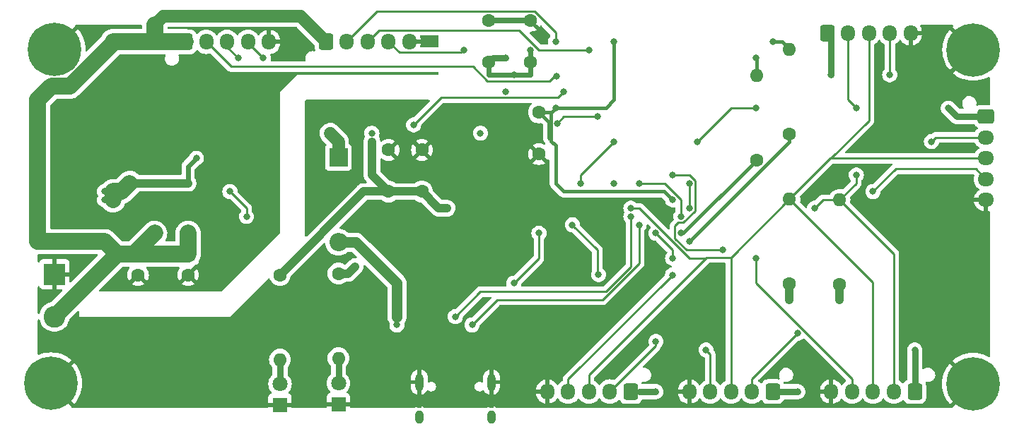
<source format=gbr>
%TF.GenerationSoftware,KiCad,Pcbnew,7.0.7*%
%TF.CreationDate,2024-02-08T23:22:07+01:00*%
%TF.ProjectId,balancing_robot,62616c61-6e63-4696-9e67-5f726f626f74,rev?*%
%TF.SameCoordinates,Original*%
%TF.FileFunction,Copper,L4,Bot*%
%TF.FilePolarity,Positive*%
%FSLAX46Y46*%
G04 Gerber Fmt 4.6, Leading zero omitted, Abs format (unit mm)*
G04 Created by KiCad (PCBNEW 7.0.7) date 2024-02-08 23:22:07*
%MOMM*%
%LPD*%
G01*
G04 APERTURE LIST*
G04 Aperture macros list*
%AMRoundRect*
0 Rectangle with rounded corners*
0 $1 Rounding radius*
0 $2 $3 $4 $5 $6 $7 $8 $9 X,Y pos of 4 corners*
0 Add a 4 corners polygon primitive as box body*
4,1,4,$2,$3,$4,$5,$6,$7,$8,$9,$2,$3,0*
0 Add four circle primitives for the rounded corners*
1,1,$1+$1,$2,$3*
1,1,$1+$1,$4,$5*
1,1,$1+$1,$6,$7*
1,1,$1+$1,$8,$9*
0 Add four rect primitives between the rounded corners*
20,1,$1+$1,$2,$3,$4,$5,0*
20,1,$1+$1,$4,$5,$6,$7,0*
20,1,$1+$1,$6,$7,$8,$9,0*
20,1,$1+$1,$8,$9,$2,$3,0*%
G04 Aperture macros list end*
%TA.AperFunction,ComponentPad*%
%ADD10R,2.600000X2.600000*%
%TD*%
%TA.AperFunction,ComponentPad*%
%ADD11C,2.600000*%
%TD*%
%TA.AperFunction,ComponentPad*%
%ADD12R,1.800000X1.800000*%
%TD*%
%TA.AperFunction,ComponentPad*%
%ADD13C,1.800000*%
%TD*%
%TA.AperFunction,ComponentPad*%
%ADD14C,1.600000*%
%TD*%
%TA.AperFunction,ComponentPad*%
%ADD15C,0.800000*%
%TD*%
%TA.AperFunction,ComponentPad*%
%ADD16C,6.400000*%
%TD*%
%TA.AperFunction,ComponentPad*%
%ADD17RoundRect,0.250000X0.600000X0.725000X-0.600000X0.725000X-0.600000X-0.725000X0.600000X-0.725000X0*%
%TD*%
%TA.AperFunction,ComponentPad*%
%ADD18O,1.700000X1.950000*%
%TD*%
%TA.AperFunction,ComponentPad*%
%ADD19RoundRect,0.250000X-0.725000X0.600000X-0.725000X-0.600000X0.725000X-0.600000X0.725000X0.600000X0*%
%TD*%
%TA.AperFunction,ComponentPad*%
%ADD20O,1.950000X1.700000*%
%TD*%
%TA.AperFunction,ComponentPad*%
%ADD21R,2.200000X2.200000*%
%TD*%
%TA.AperFunction,ComponentPad*%
%ADD22O,2.200000X2.200000*%
%TD*%
%TA.AperFunction,ComponentPad*%
%ADD23O,1.000000X2.100000*%
%TD*%
%TA.AperFunction,ComponentPad*%
%ADD24O,1.000000X1.600000*%
%TD*%
%TA.AperFunction,ComponentPad*%
%ADD25RoundRect,0.250000X-0.600000X-0.725000X0.600000X-0.725000X0.600000X0.725000X-0.600000X0.725000X0*%
%TD*%
%TA.AperFunction,ComponentPad*%
%ADD26O,1.600000X1.600000*%
%TD*%
%TA.AperFunction,ComponentPad*%
%ADD27R,1.600000X1.600000*%
%TD*%
%TA.AperFunction,ViaPad*%
%ADD28C,0.800000*%
%TD*%
%TA.AperFunction,Conductor*%
%ADD29C,1.000000*%
%TD*%
%TA.AperFunction,Conductor*%
%ADD30C,0.700000*%
%TD*%
%TA.AperFunction,Conductor*%
%ADD31C,1.500000*%
%TD*%
%TA.AperFunction,Conductor*%
%ADD32C,2.000000*%
%TD*%
%TA.AperFunction,Conductor*%
%ADD33C,0.600000*%
%TD*%
%TA.AperFunction,Conductor*%
%ADD34C,0.800000*%
%TD*%
%TA.AperFunction,Conductor*%
%ADD35C,0.250000*%
%TD*%
%TA.AperFunction,Conductor*%
%ADD36C,0.400000*%
%TD*%
%TA.AperFunction,Conductor*%
%ADD37C,1.300000*%
%TD*%
G04 APERTURE END LIST*
D10*
%TO.P,J1,1,Pin_1*%
%TO.N,GND*%
X98000000Y-99920000D03*
D11*
%TO.P,J1,2,Pin_2*%
%TO.N,+12VA*%
X98000000Y-105000000D03*
%TD*%
D12*
%TO.P,D3,1,K*%
%TO.N,GND*%
X132000000Y-115540000D03*
D13*
%TO.P,D3,2,A*%
%TO.N,Net-(D3-A)*%
X132000000Y-113000000D03*
%TD*%
D14*
%TO.P,C15,1*%
%TO.N,+3.3V*%
X155000000Y-74500000D03*
%TO.P,C15,2*%
%TO.N,GND*%
X155000000Y-69500000D03*
%TD*%
D15*
%TO.P,H3,1,1*%
%TO.N,GND*%
X95200000Y-113000000D03*
X95902944Y-111302944D03*
X95902944Y-114697056D03*
X97600000Y-110600000D03*
D16*
X97600000Y-113000000D03*
D15*
X97600000Y-115400000D03*
X99297056Y-111302944D03*
X99297056Y-114697056D03*
X100000000Y-113000000D03*
%TD*%
D17*
%TO.P,J5,1,Pin_1*%
%TO.N,+3.3V*%
X184000000Y-114000000D03*
D18*
%TO.P,J5,2,Pin_2*%
%TO.N,/SDA*%
X181500000Y-114000000D03*
%TO.P,J5,3,Pin_3*%
%TO.N,/SCL*%
X179000000Y-114000000D03*
%TO.P,J5,4,Pin_4*%
%TO.N,/RES_2*%
X176500000Y-114000000D03*
%TO.P,J5,5,Pin_5*%
%TO.N,GND*%
X174000000Y-114000000D03*
%TD*%
D17*
%TO.P,J3,1,Pin_1*%
%TO.N,+3.3V*%
X201000000Y-114000000D03*
D18*
%TO.P,J3,2,Pin_2*%
%TO.N,/SDA*%
X198500000Y-114000000D03*
%TO.P,J3,3,Pin_3*%
%TO.N,/SCL*%
X196000000Y-114000000D03*
%TO.P,J3,4,Pin_4*%
%TO.N,/RES_1*%
X193500000Y-114000000D03*
%TO.P,J3,5,Pin_5*%
%TO.N,GND*%
X191000000Y-114000000D03*
%TD*%
D19*
%TO.P,J4,1,Pin_1*%
%TO.N,+3.3V*%
X209525000Y-81000000D03*
D20*
%TO.P,J4,2,Pin_2*%
%TO.N,/SDA*%
X209525000Y-83500000D03*
%TO.P,J4,3,Pin_3*%
%TO.N,/SCL*%
X209525000Y-86000000D03*
%TO.P,J4,4,Pin_4*%
%TO.N,/MPU6050*%
X209525000Y-88500000D03*
%TO.P,J4,5,Pin_5*%
%TO.N,GND*%
X209525000Y-91000000D03*
%TD*%
D21*
%TO.P,D2,1,K*%
%TO.N,+5VP*%
X132000000Y-85920000D03*
D22*
%TO.P,D2,2,A*%
%TO.N,Net-(D2-A)*%
X132000000Y-96080000D03*
%TD*%
D23*
%TO.P,J2,S1,SHIELD*%
%TO.N,GND*%
X141680000Y-112870000D03*
D24*
X141680000Y-117050000D03*
D23*
X150320000Y-112870000D03*
D24*
X150320000Y-117050000D03*
%TD*%
D25*
%TO.P,J8,1,Pin_1*%
%TO.N,+12VA*%
X130500000Y-72000000D03*
D18*
%TO.P,J8,2,Pin_2*%
%TO.N,/PWM_A*%
X133000000Y-72000000D03*
%TO.P,J8,3,Pin_3*%
%TO.N,/A1*%
X135500000Y-72000000D03*
%TO.P,J8,4,Pin_4*%
%TO.N,/A2*%
X138000000Y-72000000D03*
%TO.P,J8,5,Pin_5*%
%TO.N,GND*%
X140500000Y-72000000D03*
%TD*%
D15*
%TO.P,H1,1,1*%
%TO.N,GND*%
X205600000Y-73000000D03*
X206302944Y-71302944D03*
X206302944Y-74697056D03*
X208000000Y-70600000D03*
D16*
X208000000Y-73000000D03*
D15*
X208000000Y-75400000D03*
X209697056Y-71302944D03*
X209697056Y-74697056D03*
X210400000Y-73000000D03*
%TD*%
D14*
%TO.P,C13,1*%
%TO.N,/EN*%
X156000000Y-80500000D03*
%TO.P,C13,2*%
%TO.N,GND*%
X156000000Y-85500000D03*
%TD*%
D12*
%TO.P,D1,1,K*%
%TO.N,GND*%
X125000000Y-115620000D03*
D13*
%TO.P,D1,2,A*%
%TO.N,Net-(D1-A)*%
X125000000Y-113080000D03*
%TD*%
D14*
%TO.P,R9,1*%
%TO.N,Net-(U4-TXD)*%
X182063090Y-86213588D03*
D26*
%TO.P,R9,2*%
%TO.N,/RXD*%
X182063090Y-76053588D03*
%TD*%
D15*
%TO.P,H2,1,1*%
%TO.N,GND*%
X95617235Y-72965203D03*
X96320179Y-71268147D03*
X96320179Y-74662259D03*
X98017235Y-70565203D03*
D16*
X98017235Y-72965203D03*
D15*
X98017235Y-75365203D03*
X99714291Y-71268147D03*
X99714291Y-74662259D03*
X100417235Y-72965203D03*
%TD*%
D17*
%TO.P,J7,1,Pin_1*%
%TO.N,+3.3V*%
X167000000Y-114000000D03*
D18*
%TO.P,J7,2,Pin_2*%
%TO.N,/SDA*%
X164500000Y-114000000D03*
%TO.P,J7,3,Pin_3*%
%TO.N,/SCL*%
X162000000Y-114000000D03*
%TO.P,J7,4,Pin_4*%
%TO.N,/RES_3*%
X159500000Y-114000000D03*
%TO.P,J7,5,Pin_5*%
%TO.N,GND*%
X157000000Y-114000000D03*
%TD*%
D14*
%TO.P,R10,1*%
%TO.N,Net-(U4-RXD)*%
X186000000Y-83080000D03*
D26*
%TO.P,R10,2*%
%TO.N,/TXD*%
X186000000Y-72920000D03*
%TD*%
D27*
%TO.P,C3,1*%
%TO.N,+12VA*%
X108000000Y-97500000D03*
D14*
%TO.P,C3,2*%
%TO.N,GND*%
X108000000Y-100000000D03*
%TD*%
%TO.P,C6,1*%
%TO.N,+5V*%
X142000000Y-90000000D03*
%TO.P,C6,2*%
%TO.N,GND*%
X142000000Y-85000000D03*
%TD*%
%TO.P,C7,1*%
%TO.N,+5V*%
X138000000Y-90000000D03*
%TO.P,C7,2*%
%TO.N,GND*%
X138000000Y-85000000D03*
%TD*%
%TO.P,R14,1*%
%TO.N,+3.3V*%
X186000000Y-101080000D03*
D26*
%TO.P,R14,2*%
%TO.N,/SCL*%
X186000000Y-90920000D03*
%TD*%
D25*
%TO.P,J6,1,Pin_1*%
%TO.N,+3.3V*%
X190500000Y-71000000D03*
D18*
%TO.P,J6,2,Pin_2*%
%TO.N,/SDA*%
X193000000Y-71000000D03*
%TO.P,J6,3,Pin_3*%
%TO.N,/SCL*%
X195500000Y-71000000D03*
%TO.P,J6,4,Pin_4*%
%TO.N,/VL53L0X*%
X198000000Y-71000000D03*
%TO.P,J6,5,Pin_5*%
%TO.N,GND*%
X200500000Y-71000000D03*
%TD*%
D14*
%TO.P,C14,1*%
%TO.N,+3.3V*%
X150000000Y-74500000D03*
%TO.P,C14,2*%
%TO.N,GND*%
X150000000Y-69500000D03*
%TD*%
%TO.P,R1,1*%
%TO.N,+5V*%
X125000000Y-100000000D03*
D26*
%TO.P,R1,2*%
%TO.N,Net-(D1-A)*%
X125000000Y-110160000D03*
%TD*%
D14*
%TO.P,R6,1*%
%TO.N,+3.3V*%
X132000000Y-99840000D03*
D26*
%TO.P,R6,2*%
%TO.N,Net-(D3-A)*%
X132000000Y-110000000D03*
%TD*%
D14*
%TO.P,R7,1*%
%TO.N,+3.3V*%
X192000000Y-101160000D03*
D26*
%TO.P,R7,2*%
%TO.N,/SDA*%
X192000000Y-91000000D03*
%TD*%
D15*
%TO.P,H4,1,1*%
%TO.N,GND*%
X205582076Y-113056981D03*
X206285020Y-111359925D03*
X206285020Y-114754037D03*
X207982076Y-110656981D03*
D16*
X207982076Y-113056981D03*
D15*
X207982076Y-115456981D03*
X209679132Y-111359925D03*
X209679132Y-114754037D03*
X210382076Y-113056981D03*
%TD*%
D25*
%TO.P,J9,1,Pin_1*%
%TO.N,+12VA*%
X113673618Y-72037026D03*
D18*
%TO.P,J9,2,Pin_2*%
%TO.N,/PWM_B*%
X116173618Y-72037026D03*
%TO.P,J9,3,Pin_3*%
%TO.N,/B1*%
X118673618Y-72037026D03*
%TO.P,J9,4,Pin_4*%
%TO.N,/B2*%
X121173618Y-72037026D03*
%TO.P,J9,5,Pin_5*%
%TO.N,GND*%
X123673618Y-72037026D03*
%TD*%
D27*
%TO.P,C1,1*%
%TO.N,+12VA*%
X114000000Y-97500000D03*
D14*
%TO.P,C1,2*%
%TO.N,GND*%
X114000000Y-100000000D03*
%TD*%
D28*
%TO.N,+5V*%
X136000000Y-83000000D03*
X145000000Y-92000000D03*
X136000000Y-84000000D03*
%TO.N,GND*%
X116000000Y-101000000D03*
X112000000Y-101000000D03*
X106000000Y-101000000D03*
X110000000Y-101000000D03*
%TO.N,+12VA*%
X109000000Y-96000000D03*
X114000000Y-96000000D03*
X114000000Y-95000000D03*
X110000000Y-95000000D03*
%TO.N,+3.3V*%
X153000000Y-76000000D03*
X152000000Y-78000000D03*
X149000000Y-83000000D03*
X205000000Y-80000000D03*
X191000000Y-76000000D03*
X155000000Y-73000000D03*
X201000000Y-109000000D03*
X152000000Y-74000000D03*
X170000000Y-114000000D03*
X134000000Y-99000000D03*
X186000000Y-103000000D03*
X187000000Y-114000000D03*
X192000000Y-103000000D03*
%TO.N,Net-(U3-SW)*%
X114000000Y-89000000D03*
X115000000Y-86000000D03*
X105000000Y-90000000D03*
X105000000Y-91000000D03*
X104000000Y-90000000D03*
X104000000Y-91000000D03*
%TO.N,+5VP*%
X131000000Y-83000000D03*
%TO.N,/EN*%
X158000000Y-80000000D03*
X165000000Y-72000000D03*
X172000000Y-91000000D03*
%TO.N,Net-(D2-A)*%
X139000000Y-106000000D03*
X139000000Y-105000000D03*
%TO.N,/SDA*%
X160000000Y-94000000D03*
X194000000Y-80000000D03*
X203000000Y-84000000D03*
X194000000Y-88000000D03*
X170000000Y-108000000D03*
X163131955Y-99972836D03*
X189000000Y-92000000D03*
X187000000Y-107000000D03*
%TO.N,/SCL*%
X165000000Y-89000000D03*
X167000000Y-92000000D03*
%TO.N,/PWM_A*%
X158000000Y-72000000D03*
%TO.N,/A1*%
X162000000Y-73000000D03*
%TO.N,/A2*%
X147000000Y-73000000D03*
%TO.N,/PWM_B*%
X158097024Y-76126777D03*
%TO.N,/B1*%
X141000000Y-82000000D03*
X159000000Y-78000000D03*
X120000000Y-74000000D03*
%TO.N,/B2*%
X123000000Y-74000000D03*
X163000000Y-81000000D03*
X158226391Y-81878400D03*
%TO.N,/RTS*%
X170000000Y-95000000D03*
X172000000Y-98000000D03*
%TO.N,Net-(U3-EN)*%
X119000000Y-90000000D03*
X121000000Y-93000000D03*
%TO.N,Net-(U4-TXD)*%
X173000000Y-95000000D03*
%TO.N,/RXD*%
X182000000Y-74000000D03*
%TO.N,Net-(U4-RXD)*%
X174000000Y-96000000D03*
%TO.N,/TXD*%
X184000000Y-72000000D03*
%TO.N,Net-(U4-D-)*%
X146000000Y-105000000D03*
X167000000Y-93000000D03*
%TO.N,Net-(U4-D+)*%
X168000000Y-94000000D03*
X148000000Y-106000000D03*
%TO.N,/RES_1*%
X182000000Y-98000000D03*
X173000000Y-93000000D03*
X168000000Y-89000000D03*
%TO.N,/MPU6050*%
X174000000Y-92000000D03*
X196000000Y-90000000D03*
X174000000Y-89000000D03*
%TO.N,/RES_2*%
X161000000Y-89000000D03*
X156000000Y-95000000D03*
X165000000Y-84000000D03*
X153000000Y-101000000D03*
X176000000Y-109000000D03*
%TO.N,/VL53L0X*%
X198000000Y-76000000D03*
X182000000Y-80000000D03*
X175000000Y-84000000D03*
%TO.N,/RES_3*%
X178000000Y-97000000D03*
X172000000Y-88000000D03*
X172000000Y-100000000D03*
%TD*%
D29*
%TO.N,+5V*%
X138000000Y-90000000D02*
X136000000Y-88000000D01*
X135000000Y-90000000D02*
X138000000Y-90000000D01*
X142000000Y-90000000D02*
X144000000Y-92000000D01*
X144000000Y-92000000D02*
X145000000Y-92000000D01*
X138000000Y-90000000D02*
X142000000Y-90000000D01*
X125000000Y-100000000D02*
X135000000Y-90000000D01*
X136000000Y-88000000D02*
X136000000Y-84000000D01*
D30*
%TO.N,GND*%
X150000000Y-69500000D02*
X155000000Y-69500000D01*
D31*
%TO.N,+12VA*%
X111000000Y-69000000D02*
X127500000Y-69000000D01*
D32*
X105500000Y-97500000D02*
X108000000Y-97500000D01*
X109000000Y-96000000D02*
X110000000Y-95000000D01*
X105500000Y-97500000D02*
X104000000Y-96000000D01*
X105000000Y-72204978D02*
X105000000Y-72000000D01*
X114000000Y-97500000D02*
X114000000Y-95000000D01*
X108000000Y-97000000D02*
X109000000Y-96000000D01*
X110000000Y-72000000D02*
X113636592Y-72000000D01*
X108000000Y-97500000D02*
X108000000Y-97000000D01*
X114000000Y-96000000D02*
X114000000Y-95000000D01*
X96000000Y-96000000D02*
X96000000Y-79000000D01*
X110000000Y-72000000D02*
X110000000Y-70000000D01*
X105000000Y-72000000D02*
X110000000Y-72000000D01*
D31*
X110000000Y-70000000D02*
X111000000Y-69000000D01*
D32*
X98000000Y-105000000D02*
X105500000Y-97500000D01*
X96000000Y-79000000D02*
X97634797Y-77365203D01*
X113636592Y-72000000D02*
X113673618Y-72037026D01*
D31*
X127500000Y-69000000D02*
X130500000Y-72000000D01*
D32*
X104000000Y-96000000D02*
X96000000Y-96000000D01*
X97634797Y-77365203D02*
X99839775Y-77365203D01*
X99839775Y-77365203D02*
X105000000Y-72204978D01*
X108000000Y-97500000D02*
X114000000Y-97500000D01*
X114000000Y-97500000D02*
X114000000Y-96000000D01*
D33*
%TO.N,+3.3V*%
X153000000Y-76000000D02*
X155000000Y-76000000D01*
D34*
X184000000Y-114000000D02*
X187000000Y-114000000D01*
X152000000Y-74000000D02*
X150500000Y-74000000D01*
D33*
X150000000Y-74500000D02*
X150000000Y-76000000D01*
X155000000Y-74500000D02*
X155000000Y-76000000D01*
D29*
X192000000Y-101160000D02*
X192000000Y-103000000D01*
D34*
X201000000Y-109000000D02*
X201000000Y-114000000D01*
D29*
X133160000Y-99840000D02*
X134000000Y-99000000D01*
D34*
X167978858Y-114000000D02*
X170000000Y-114000000D01*
D35*
X190500000Y-71000000D02*
X191000000Y-71500000D01*
D29*
X186000000Y-101080000D02*
X186000000Y-103000000D01*
D34*
X206000000Y-81000000D02*
X205000000Y-80000000D01*
D33*
X153000000Y-76000000D02*
X150000000Y-76000000D01*
D29*
X132000000Y-99840000D02*
X133160000Y-99840000D01*
D34*
X191000000Y-71500000D02*
X191000000Y-76000000D01*
D33*
X155000000Y-73000000D02*
X155000000Y-74500000D01*
D35*
X167000000Y-114000000D02*
X167978858Y-114000000D01*
D34*
X209525000Y-81000000D02*
X206000000Y-81000000D01*
X150500000Y-74000000D02*
X150000000Y-74500000D01*
D29*
%TO.N,Net-(U3-SW)*%
X114000000Y-89000000D02*
X107000000Y-89000000D01*
D32*
X105000000Y-90000000D02*
X105000000Y-91000000D01*
D33*
X114000000Y-87000000D02*
X115000000Y-86000000D01*
D32*
X107000000Y-89000000D02*
X106000000Y-90000000D01*
D33*
X114000000Y-89000000D02*
X114000000Y-87000000D01*
D32*
X106000000Y-90000000D02*
X105000000Y-90000000D01*
X105000000Y-91000000D02*
X105000000Y-91000000D01*
D31*
%TO.N,+5VP*%
X132000000Y-85920000D02*
X132000000Y-84000000D01*
X132000000Y-84000000D02*
X131000000Y-83000000D01*
D36*
%TO.N,/EN*%
X156000000Y-80500000D02*
X157500000Y-80500000D01*
X158000000Y-84500000D02*
X157426391Y-83926391D01*
D35*
X157125000Y-83625000D02*
X157125000Y-81625000D01*
D36*
X157125000Y-81625000D02*
X156000000Y-80500000D01*
X158000000Y-89000000D02*
X159000000Y-90000000D01*
X158000000Y-84500000D02*
X158000000Y-89000000D01*
X164000000Y-80000000D02*
X158000000Y-80000000D01*
D35*
X158000000Y-84500000D02*
X157125000Y-83625000D01*
D36*
X171000000Y-90000000D02*
X172000000Y-91000000D01*
X159000000Y-90000000D02*
X171000000Y-90000000D01*
X165000000Y-79000000D02*
X164000000Y-80000000D01*
X165000000Y-72000000D02*
X165000000Y-79000000D01*
X157426391Y-83926391D02*
X157426391Y-80573609D01*
X157426391Y-80573609D02*
X158000000Y-80000000D01*
D35*
X157500000Y-80500000D02*
X158000000Y-80000000D01*
D34*
%TO.N,Net-(D1-A)*%
X125000000Y-110160000D02*
X125000000Y-113080000D01*
D37*
%TO.N,Net-(D2-A)*%
X139000000Y-101000000D02*
X139000000Y-105000000D01*
X132000000Y-96080000D02*
X134080000Y-96080000D01*
X135000000Y-97000000D02*
X139000000Y-101000000D01*
X134080000Y-96080000D02*
X135000000Y-97000000D01*
D34*
%TO.N,Net-(D3-A)*%
X132000000Y-110000000D02*
X132000000Y-113000000D01*
D35*
%TO.N,/SDA*%
X198500000Y-97500000D02*
X198500000Y-114000000D01*
X192000000Y-91000000D02*
X198500000Y-97500000D01*
X163000000Y-97000000D02*
X163000000Y-100000000D01*
X194000000Y-80000000D02*
X193000000Y-79000000D01*
X170000000Y-108000000D02*
X170000000Y-108500000D01*
X193000000Y-79000000D02*
X193000000Y-71000000D01*
X203000000Y-84000000D02*
X203500000Y-83500000D01*
X203500000Y-83500000D02*
X209525000Y-83500000D01*
X160000000Y-94000000D02*
X163000000Y-97000000D01*
X192000000Y-91000000D02*
X194000000Y-89000000D01*
X194000000Y-89000000D02*
X194000000Y-88000000D01*
X190000000Y-91000000D02*
X189000000Y-92000000D01*
X192000000Y-91000000D02*
X190000000Y-91000000D01*
X187000000Y-107000000D02*
X181500000Y-112500000D01*
X170000000Y-108500000D02*
X164500000Y-114000000D01*
X181500000Y-112500000D02*
X181500000Y-114000000D01*
%TO.N,/SCL*%
X191000000Y-86000000D02*
X209525000Y-86000000D01*
X179000000Y-97920000D02*
X176080000Y-97920000D01*
X168025305Y-92000000D02*
X174025305Y-98000000D01*
X186000000Y-90920000D02*
X196000000Y-100920000D01*
X167000000Y-92000000D02*
X168025305Y-92000000D01*
X176080000Y-97920000D02*
X176000000Y-98000000D01*
X186000000Y-90920000D02*
X179000000Y-97920000D01*
X195500000Y-71000000D02*
X195500000Y-81500000D01*
X196000000Y-100920000D02*
X196000000Y-114000000D01*
X162000000Y-112000000D02*
X162000000Y-114000000D01*
X179000000Y-97920000D02*
X179000000Y-114000000D01*
X176000000Y-98000000D02*
X162000000Y-112000000D01*
X195500000Y-81500000D02*
X191000000Y-86000000D01*
X174025305Y-98000000D02*
X176000000Y-98000000D01*
X186000000Y-90920000D02*
X190920000Y-86000000D01*
X190920000Y-86000000D02*
X191000000Y-86000000D01*
%TO.N,/PWM_A*%
X133000000Y-72000000D02*
X136625000Y-68375000D01*
X158000000Y-70909009D02*
X158000000Y-72000000D01*
X155465991Y-68375000D02*
X158000000Y-70909009D01*
X136625000Y-68375000D02*
X155465991Y-68375000D01*
%TO.N,/A1*%
X162000000Y-73000000D02*
X156025305Y-73000000D01*
X156025305Y-73000000D02*
X153650305Y-70625000D01*
X153650305Y-70625000D02*
X136875000Y-70625000D01*
X136875000Y-70625000D02*
X135500000Y-72000000D01*
%TO.N,/A2*%
X138000000Y-72000000D02*
X139300000Y-73300000D01*
X139300000Y-73300000D02*
X146700000Y-73300000D01*
X146700000Y-73300000D02*
X147000000Y-73000000D01*
%TO.N,/PWM_B*%
X119136592Y-75000000D02*
X148116117Y-75000000D01*
X116173618Y-72037026D02*
X119136592Y-75000000D01*
X157275000Y-76725000D02*
X158000000Y-76000000D01*
X148116117Y-75000000D02*
X149841117Y-76725000D01*
X149841117Y-76725000D02*
X157275000Y-76725000D01*
%TO.N,/B1*%
X159000000Y-78000000D02*
X158275000Y-78725000D01*
X158275000Y-78725000D02*
X144275000Y-78725000D01*
X118673618Y-72037026D02*
X118673618Y-72673618D01*
X144275000Y-78725000D02*
X141000000Y-82000000D01*
X118673618Y-72673618D02*
X120000000Y-74000000D01*
%TO.N,/B2*%
X121173618Y-72173618D02*
X123000000Y-74000000D01*
X163000000Y-81000000D02*
X159000000Y-81000000D01*
X121173618Y-72037026D02*
X121173618Y-72173618D01*
X159000000Y-81000000D02*
X158000000Y-82000000D01*
%TO.N,/RTS*%
X172000000Y-97000000D02*
X170000000Y-95000000D01*
X172000000Y-98000000D02*
X172000000Y-97000000D01*
%TO.N,Net-(U3-EN)*%
X121000000Y-92000000D02*
X121000000Y-93000000D01*
X119000000Y-90000000D02*
X121000000Y-92000000D01*
D36*
%TO.N,Net-(U4-TXD)*%
X173276678Y-95000000D02*
X182063090Y-86213588D01*
D35*
X173000000Y-95000000D02*
X173276678Y-95000000D01*
D36*
%TO.N,/RXD*%
X182063090Y-76053588D02*
X182063090Y-74063090D01*
D35*
X182063090Y-74063090D02*
X182000000Y-74000000D01*
D36*
%TO.N,Net-(U4-RXD)*%
X186000000Y-84000000D02*
X186000000Y-83080000D01*
X174000000Y-96000000D02*
X186000000Y-84000000D01*
%TO.N,/TXD*%
X186000000Y-72920000D02*
X185080000Y-72000000D01*
X185080000Y-72000000D02*
X184000000Y-72000000D01*
D35*
%TO.N,Net-(U4-D-)*%
X164000000Y-102000000D02*
X159000000Y-102000000D01*
X159000000Y-102000000D02*
X149000000Y-102000000D01*
X167000000Y-99000000D02*
X164000000Y-102000000D01*
X149000000Y-102000000D02*
X146000000Y-105000000D01*
X167000000Y-93000000D02*
X167000000Y-99000000D01*
%TO.N,Net-(U4-D+)*%
X168000000Y-98636396D02*
X163636396Y-103000000D01*
X151000000Y-103000000D02*
X148000000Y-106000000D01*
X168000000Y-94000000D02*
X168000000Y-98636396D01*
X160000000Y-103000000D02*
X151000000Y-103000000D01*
X163636396Y-103000000D02*
X160000000Y-103000000D01*
%TO.N,/RES_1*%
X182000000Y-100974695D02*
X182000000Y-98000000D01*
X173000000Y-93000000D02*
X173000000Y-90974695D01*
X171025305Y-89000000D02*
X168000000Y-89000000D01*
X193500000Y-112474695D02*
X182000000Y-100974695D01*
X193500000Y-114000000D02*
X193500000Y-112474695D01*
X173000000Y-90974695D02*
X171025305Y-89000000D01*
%TO.N,/MPU6050*%
X174000000Y-92000000D02*
X174000000Y-89000000D01*
X208300000Y-87275000D02*
X198725000Y-87275000D01*
X198725000Y-87275000D02*
X196000000Y-90000000D01*
X209525000Y-88500000D02*
X208300000Y-87275000D01*
%TO.N,/RES_2*%
X176000000Y-109000000D02*
X176500000Y-109500000D01*
X165000000Y-84000000D02*
X161000000Y-88000000D01*
X161000000Y-88000000D02*
X161000000Y-89000000D01*
X176500000Y-109500000D02*
X176500000Y-114000000D01*
X156000000Y-98000000D02*
X153000000Y-101000000D01*
X156000000Y-95000000D02*
X156000000Y-98000000D01*
%TO.N,/VL53L0X*%
X179000000Y-80000000D02*
X175000000Y-84000000D01*
X198000000Y-71000000D02*
X198000000Y-76000000D01*
X182000000Y-80000000D02*
X179000000Y-80000000D01*
%TO.N,/RES_3*%
X172699695Y-93725000D02*
X173300305Y-93725000D01*
X174725000Y-88699695D02*
X174025305Y-88000000D01*
X172275000Y-95613299D02*
X172275000Y-94149695D01*
X173300305Y-93725000D02*
X174725000Y-92300305D01*
X178000000Y-97000000D02*
X173661701Y-97000000D01*
X159500000Y-112500000D02*
X172000000Y-100000000D01*
X174725000Y-92300305D02*
X174725000Y-88699695D01*
X173661701Y-97000000D02*
X172275000Y-95613299D01*
X174025305Y-88000000D02*
X172000000Y-88000000D01*
X172275000Y-94149695D02*
X172699695Y-93725000D01*
X159500000Y-114000000D02*
X159500000Y-112500000D01*
%TD*%
%TA.AperFunction,Conductor*%
%TO.N,GND*%
G36*
X142883086Y-79019685D02*
G01*
X142928841Y-79072489D01*
X142938785Y-79141647D01*
X142909760Y-79205203D01*
X142903728Y-79211681D01*
X141052228Y-81063181D01*
X140990905Y-81096666D01*
X140964547Y-81099500D01*
X140905354Y-81099500D01*
X140872897Y-81106398D01*
X140720197Y-81138855D01*
X140720192Y-81138857D01*
X140547270Y-81215848D01*
X140547265Y-81215851D01*
X140394129Y-81327111D01*
X140267466Y-81467785D01*
X140172821Y-81631715D01*
X140172818Y-81631722D01*
X140118956Y-81797494D01*
X140114326Y-81811744D01*
X140094540Y-82000000D01*
X140114326Y-82188256D01*
X140114327Y-82188259D01*
X140172818Y-82368277D01*
X140172821Y-82368284D01*
X140267467Y-82532216D01*
X140394129Y-82672888D01*
X140547265Y-82784148D01*
X140547270Y-82784151D01*
X140720192Y-82861142D01*
X140720197Y-82861144D01*
X140905354Y-82900500D01*
X140905355Y-82900500D01*
X141094644Y-82900500D01*
X141094646Y-82900500D01*
X141279803Y-82861144D01*
X141452730Y-82784151D01*
X141605871Y-82672888D01*
X141732533Y-82532216D01*
X141827179Y-82368284D01*
X141885674Y-82188256D01*
X141903321Y-82020345D01*
X141929905Y-81955732D01*
X141938952Y-81945636D01*
X144497771Y-79386819D01*
X144559095Y-79353334D01*
X144585453Y-79350500D01*
X155010951Y-79350500D01*
X155077990Y-79370185D01*
X155123745Y-79422989D01*
X155133689Y-79492147D01*
X155104664Y-79555703D01*
X155098632Y-79562181D01*
X154999954Y-79660858D01*
X154869432Y-79847265D01*
X154869431Y-79847267D01*
X154773261Y-80053502D01*
X154773258Y-80053511D01*
X154714366Y-80273302D01*
X154714364Y-80273313D01*
X154694532Y-80499998D01*
X154694532Y-80500001D01*
X154714364Y-80726686D01*
X154714366Y-80726697D01*
X154773258Y-80946488D01*
X154773261Y-80946497D01*
X154869431Y-81152732D01*
X154869432Y-81152734D01*
X154999954Y-81339141D01*
X155160858Y-81500045D01*
X155160861Y-81500047D01*
X155347266Y-81630568D01*
X155553504Y-81726739D01*
X155553509Y-81726740D01*
X155553511Y-81726741D01*
X155601278Y-81739540D01*
X155773308Y-81785635D01*
X155935230Y-81799801D01*
X155999998Y-81805468D01*
X156000000Y-81805468D01*
X156000001Y-81805468D01*
X156018304Y-81803866D01*
X156226692Y-81785635D01*
X156226697Y-81785633D01*
X156231881Y-81785180D01*
X156300381Y-81798946D01*
X156330370Y-81821027D01*
X156463181Y-81953838D01*
X156496666Y-82015161D01*
X156499500Y-82041519D01*
X156499500Y-83542255D01*
X156497775Y-83557872D01*
X156498061Y-83557899D01*
X156497326Y-83565665D01*
X156499500Y-83634814D01*
X156499500Y-83664343D01*
X156499501Y-83664360D01*
X156500368Y-83671231D01*
X156500826Y-83677050D01*
X156502290Y-83723624D01*
X156502291Y-83723627D01*
X156507880Y-83742867D01*
X156511824Y-83761911D01*
X156514336Y-83781792D01*
X156526193Y-83811740D01*
X156531490Y-83825119D01*
X156533382Y-83830647D01*
X156544777Y-83869868D01*
X156546382Y-83875390D01*
X156556047Y-83891734D01*
X156556580Y-83892634D01*
X156565136Y-83910100D01*
X156569442Y-83920973D01*
X156572514Y-83928732D01*
X156599898Y-83966423D01*
X156603106Y-83971307D01*
X156626827Y-84011416D01*
X156626833Y-84011424D01*
X156640990Y-84025580D01*
X156653628Y-84040376D01*
X156665405Y-84056586D01*
X156665406Y-84056587D01*
X156701309Y-84086288D01*
X156705620Y-84090210D01*
X156737413Y-84122003D01*
X156737414Y-84122004D01*
X156762808Y-84158792D01*
X156775385Y-84186736D01*
X156784949Y-84255948D01*
X156755577Y-84319344D01*
X156696592Y-84356796D01*
X156626724Y-84356413D01*
X156609906Y-84350011D01*
X156446331Y-84273735D01*
X156446317Y-84273730D01*
X156226610Y-84214860D01*
X156226599Y-84214858D01*
X156000002Y-84195034D01*
X155999998Y-84195034D01*
X155773400Y-84214858D01*
X155773389Y-84214860D01*
X155553682Y-84273730D01*
X155553673Y-84273734D01*
X155347513Y-84369868D01*
X155274526Y-84420973D01*
X155816133Y-84962580D01*
X155849618Y-85023903D01*
X155844634Y-85093595D01*
X155802762Y-85149528D01*
X155784748Y-85160745D01*
X155761956Y-85172358D01*
X155761949Y-85172363D01*
X155672363Y-85261949D01*
X155672358Y-85261956D01*
X155660745Y-85284748D01*
X155612770Y-85335544D01*
X155544949Y-85352338D01*
X155478814Y-85329800D01*
X155462580Y-85316133D01*
X154920973Y-84774526D01*
X154869868Y-84847513D01*
X154773734Y-85053673D01*
X154773730Y-85053682D01*
X154714860Y-85273389D01*
X154714858Y-85273400D01*
X154695034Y-85499997D01*
X154695034Y-85500002D01*
X154714858Y-85726599D01*
X154714860Y-85726610D01*
X154773730Y-85946317D01*
X154773734Y-85946326D01*
X154869865Y-86152481D01*
X154869866Y-86152483D01*
X154920973Y-86225471D01*
X154920973Y-86225472D01*
X155462580Y-85683865D01*
X155523903Y-85650380D01*
X155593594Y-85655364D01*
X155649528Y-85697235D01*
X155660742Y-85715246D01*
X155665952Y-85725471D01*
X155672358Y-85738044D01*
X155672363Y-85738050D01*
X155761949Y-85827636D01*
X155761951Y-85827637D01*
X155761955Y-85827641D01*
X155784747Y-85839254D01*
X155835542Y-85887228D01*
X155852337Y-85955049D01*
X155829799Y-86021184D01*
X155816132Y-86037419D01*
X155274526Y-86579025D01*
X155274526Y-86579026D01*
X155347512Y-86630131D01*
X155347516Y-86630133D01*
X155553673Y-86726265D01*
X155553682Y-86726269D01*
X155773389Y-86785139D01*
X155773400Y-86785141D01*
X155999998Y-86804966D01*
X156000002Y-86804966D01*
X156226599Y-86785141D01*
X156226610Y-86785139D01*
X156446317Y-86726269D01*
X156446331Y-86726264D01*
X156652478Y-86630136D01*
X156725472Y-86579025D01*
X156183866Y-86037419D01*
X156150381Y-85976096D01*
X156155365Y-85906404D01*
X156197237Y-85850471D01*
X156215245Y-85839258D01*
X156238045Y-85827641D01*
X156327641Y-85738045D01*
X156339254Y-85715252D01*
X156387225Y-85664458D01*
X156455046Y-85647661D01*
X156521181Y-85670197D01*
X156537419Y-85683866D01*
X157079025Y-86225472D01*
X157083531Y-86225078D01*
X157128502Y-86189132D01*
X157198000Y-86181938D01*
X157260355Y-86213461D01*
X157295769Y-86273691D01*
X157299500Y-86303880D01*
X157299500Y-88976951D01*
X157299387Y-88980696D01*
X157296215Y-89033142D01*
X157295642Y-89042606D01*
X157306821Y-89103612D01*
X157307384Y-89107313D01*
X157314859Y-89168870D01*
X157314860Y-89168874D01*
X157318451Y-89178343D01*
X157324474Y-89199946D01*
X157326304Y-89209930D01*
X157351759Y-89266490D01*
X157353189Y-89269941D01*
X157375182Y-89327930D01*
X157375183Y-89327931D01*
X157380936Y-89336266D01*
X157391961Y-89355813D01*
X157396120Y-89365055D01*
X157396124Y-89365060D01*
X157400451Y-89370583D01*
X157428731Y-89406680D01*
X157434371Y-89413878D01*
X157436591Y-89416896D01*
X157471812Y-89467924D01*
X157471816Y-89467928D01*
X157471817Y-89467929D01*
X157518250Y-89509064D01*
X157520941Y-89511598D01*
X158488392Y-90479048D01*
X158490928Y-90481742D01*
X158532071Y-90528183D01*
X158549781Y-90540407D01*
X158583115Y-90563416D01*
X158586120Y-90565626D01*
X158634944Y-90603878D01*
X158634946Y-90603879D01*
X158634949Y-90603881D01*
X158644177Y-90608034D01*
X158663731Y-90619062D01*
X158672066Y-90624816D01*
X158672068Y-90624816D01*
X158672070Y-90624818D01*
X158730079Y-90646817D01*
X158733476Y-90648224D01*
X158780770Y-90669509D01*
X158790064Y-90673693D01*
X158790065Y-90673693D01*
X158790069Y-90673695D01*
X158800034Y-90675521D01*
X158821656Y-90681548D01*
X158824777Y-90682731D01*
X158831128Y-90685140D01*
X158876251Y-90690618D01*
X158892674Y-90692613D01*
X158896371Y-90693175D01*
X158957394Y-90704358D01*
X159012752Y-90701009D01*
X159019303Y-90700613D01*
X159023048Y-90700500D01*
X170658481Y-90700500D01*
X170725520Y-90720185D01*
X170746162Y-90736819D01*
X171073495Y-91064152D01*
X171106980Y-91125475D01*
X171109134Y-91138869D01*
X171114325Y-91188249D01*
X171114327Y-91188260D01*
X171172818Y-91368277D01*
X171172821Y-91368284D01*
X171267467Y-91532216D01*
X171380118Y-91657327D01*
X171394129Y-91672888D01*
X171547265Y-91784148D01*
X171547270Y-91784151D01*
X171720192Y-91861142D01*
X171720197Y-91861144D01*
X171905354Y-91900500D01*
X171905355Y-91900500D01*
X172094644Y-91900500D01*
X172094646Y-91900500D01*
X172224720Y-91872852D01*
X172294386Y-91878168D01*
X172350120Y-91920305D01*
X172374225Y-91985885D01*
X172374500Y-91994142D01*
X172374500Y-92301312D01*
X172354815Y-92368351D01*
X172342650Y-92384284D01*
X172267466Y-92467784D01*
X172172821Y-92631715D01*
X172172818Y-92631722D01*
X172117836Y-92800940D01*
X172114326Y-92811744D01*
X172094540Y-93000000D01*
X172114326Y-93188256D01*
X172114326Y-93188258D01*
X172114327Y-93188260D01*
X172149093Y-93295261D01*
X172151088Y-93365102D01*
X172118843Y-93421259D01*
X171891208Y-93648894D01*
X171878951Y-93658715D01*
X171879134Y-93658936D01*
X171873123Y-93663908D01*
X171825772Y-93714331D01*
X171804889Y-93735214D01*
X171804877Y-93735227D01*
X171800621Y-93740712D01*
X171796837Y-93745142D01*
X171764937Y-93779113D01*
X171764936Y-93779115D01*
X171755284Y-93796671D01*
X171744610Y-93812921D01*
X171732329Y-93828756D01*
X171732324Y-93828763D01*
X171713815Y-93871533D01*
X171711245Y-93876779D01*
X171688803Y-93917601D01*
X171683822Y-93937002D01*
X171677521Y-93955405D01*
X171669562Y-93973797D01*
X171669561Y-93973800D01*
X171662271Y-94019822D01*
X171661087Y-94025541D01*
X171649501Y-94070667D01*
X171649500Y-94070677D01*
X171649500Y-94090711D01*
X171647973Y-94110108D01*
X171644840Y-94129891D01*
X171645688Y-94138857D01*
X171649225Y-94176278D01*
X171649500Y-94182116D01*
X171649500Y-94440242D01*
X171629815Y-94507281D01*
X171577011Y-94553036D01*
X171507853Y-94562980D01*
X171444297Y-94533955D01*
X171437819Y-94527923D01*
X168526108Y-91616212D01*
X168516285Y-91603950D01*
X168516064Y-91604134D01*
X168511091Y-91598123D01*
X168479452Y-91568412D01*
X168460669Y-91550773D01*
X168446747Y-91536851D01*
X168439780Y-91529883D01*
X168434291Y-91525625D01*
X168429866Y-91521847D01*
X168395887Y-91489938D01*
X168395885Y-91489936D01*
X168395882Y-91489935D01*
X168378334Y-91480288D01*
X168362068Y-91469604D01*
X168355238Y-91464306D01*
X168346241Y-91457327D01*
X168346240Y-91457326D01*
X168346238Y-91457325D01*
X168303473Y-91438818D01*
X168298227Y-91436248D01*
X168257398Y-91413803D01*
X168257397Y-91413802D01*
X168237998Y-91408822D01*
X168219586Y-91402518D01*
X168201203Y-91394562D01*
X168201197Y-91394560D01*
X168155179Y-91387272D01*
X168149457Y-91386087D01*
X168104326Y-91374500D01*
X168104324Y-91374500D01*
X168084289Y-91374500D01*
X168064891Y-91372973D01*
X168057467Y-91371797D01*
X168045110Y-91369840D01*
X168045109Y-91369840D01*
X167998721Y-91374225D01*
X167992883Y-91374500D01*
X167703748Y-91374500D01*
X167636709Y-91354815D01*
X167611600Y-91333474D01*
X167605873Y-91327114D01*
X167605869Y-91327110D01*
X167452734Y-91215851D01*
X167452729Y-91215848D01*
X167279807Y-91138857D01*
X167279802Y-91138855D01*
X167134000Y-91107865D01*
X167094646Y-91099500D01*
X166905354Y-91099500D01*
X166872897Y-91106398D01*
X166720197Y-91138855D01*
X166720192Y-91138857D01*
X166547270Y-91215848D01*
X166547265Y-91215851D01*
X166394129Y-91327111D01*
X166267466Y-91467785D01*
X166172821Y-91631715D01*
X166172818Y-91631722D01*
X166119064Y-91797162D01*
X166114326Y-91811744D01*
X166094540Y-92000000D01*
X166114326Y-92188256D01*
X166114327Y-92188259D01*
X166172818Y-92368277D01*
X166172820Y-92368281D01*
X166172821Y-92368284D01*
X166213072Y-92438001D01*
X166229543Y-92505901D01*
X166213072Y-92561999D01*
X166172820Y-92631718D01*
X166172818Y-92631722D01*
X166117836Y-92800940D01*
X166114326Y-92811744D01*
X166094540Y-93000000D01*
X166114326Y-93188256D01*
X166114327Y-93188259D01*
X166172818Y-93368277D01*
X166172821Y-93368284D01*
X166267467Y-93532216D01*
X166289738Y-93556950D01*
X166342650Y-93615715D01*
X166372880Y-93678706D01*
X166374500Y-93698687D01*
X166374500Y-98689546D01*
X166354815Y-98756585D01*
X166338181Y-98777227D01*
X163777228Y-101338181D01*
X163715905Y-101371666D01*
X163689547Y-101374500D01*
X153995831Y-101374500D01*
X153928792Y-101354815D01*
X153883037Y-101302011D01*
X153873093Y-101232853D01*
X153877900Y-101212182D01*
X153880528Y-101204094D01*
X153885674Y-101188256D01*
X153903321Y-101020345D01*
X153929905Y-100955732D01*
X153938952Y-100945636D01*
X156383786Y-98500802D01*
X156396048Y-98490980D01*
X156395865Y-98490759D01*
X156401867Y-98485792D01*
X156401877Y-98485786D01*
X156449241Y-98435348D01*
X156470120Y-98414470D01*
X156474373Y-98408986D01*
X156478150Y-98404563D01*
X156510062Y-98370582D01*
X156519714Y-98353023D01*
X156530389Y-98336772D01*
X156542674Y-98320936D01*
X156561186Y-98278152D01*
X156563742Y-98272935D01*
X156586197Y-98232092D01*
X156591180Y-98212680D01*
X156597477Y-98194291D01*
X156605438Y-98175895D01*
X156612729Y-98129853D01*
X156613908Y-98124162D01*
X156625500Y-98079019D01*
X156625500Y-98058982D01*
X156627027Y-98039582D01*
X156628047Y-98033142D01*
X156630160Y-98019804D01*
X156625775Y-97973415D01*
X156625500Y-97967577D01*
X156625500Y-95698687D01*
X156645185Y-95631648D01*
X156657350Y-95615715D01*
X156675891Y-95595122D01*
X156732533Y-95532216D01*
X156827179Y-95368284D01*
X156885674Y-95188256D01*
X156905460Y-95000000D01*
X156885674Y-94811744D01*
X156827179Y-94631716D01*
X156732533Y-94467784D01*
X156605871Y-94327112D01*
X156605870Y-94327111D01*
X156452734Y-94215851D01*
X156452729Y-94215848D01*
X156279807Y-94138857D01*
X156279802Y-94138855D01*
X156134000Y-94107865D01*
X156094646Y-94099500D01*
X155905354Y-94099500D01*
X155872897Y-94106398D01*
X155720197Y-94138855D01*
X155720192Y-94138857D01*
X155547270Y-94215848D01*
X155547265Y-94215851D01*
X155394129Y-94327111D01*
X155267466Y-94467785D01*
X155172821Y-94631715D01*
X155172818Y-94631722D01*
X155119153Y-94796887D01*
X155114326Y-94811744D01*
X155094540Y-95000000D01*
X155114326Y-95188256D01*
X155114327Y-95188259D01*
X155172818Y-95368277D01*
X155172821Y-95368284D01*
X155267467Y-95532216D01*
X155310772Y-95580310D01*
X155342650Y-95615715D01*
X155372880Y-95678706D01*
X155374500Y-95698687D01*
X155374500Y-97689546D01*
X155354815Y-97756585D01*
X155338181Y-97777227D01*
X153052228Y-100063181D01*
X152990905Y-100096666D01*
X152964547Y-100099500D01*
X152905354Y-100099500D01*
X152872897Y-100106398D01*
X152720197Y-100138855D01*
X152720192Y-100138857D01*
X152547270Y-100215848D01*
X152547265Y-100215851D01*
X152394129Y-100327111D01*
X152267466Y-100467785D01*
X152172821Y-100631715D01*
X152172818Y-100631722D01*
X152114327Y-100811740D01*
X152114326Y-100811744D01*
X152094540Y-101000000D01*
X152114326Y-101188256D01*
X152114327Y-101188259D01*
X152122100Y-101212182D01*
X152124095Y-101282023D01*
X152088015Y-101341856D01*
X152025314Y-101372684D01*
X152004169Y-101374500D01*
X149082743Y-101374500D01*
X149067122Y-101372775D01*
X149067095Y-101373061D01*
X149059333Y-101372326D01*
X148990172Y-101374500D01*
X148960649Y-101374500D01*
X148953778Y-101375367D01*
X148947959Y-101375825D01*
X148901374Y-101377289D01*
X148901368Y-101377290D01*
X148882126Y-101382880D01*
X148863087Y-101386823D01*
X148843217Y-101389334D01*
X148843203Y-101389337D01*
X148799883Y-101406488D01*
X148794358Y-101408380D01*
X148749613Y-101421380D01*
X148749610Y-101421381D01*
X148732366Y-101431579D01*
X148714905Y-101440133D01*
X148696274Y-101447510D01*
X148696262Y-101447517D01*
X148658570Y-101474902D01*
X148653687Y-101478109D01*
X148613580Y-101501829D01*
X148599414Y-101515995D01*
X148584624Y-101528627D01*
X148568414Y-101540404D01*
X148568411Y-101540407D01*
X148538710Y-101576309D01*
X148534777Y-101580631D01*
X146052228Y-104063181D01*
X145990905Y-104096666D01*
X145964547Y-104099500D01*
X145905354Y-104099500D01*
X145872897Y-104106398D01*
X145720197Y-104138855D01*
X145720192Y-104138857D01*
X145547270Y-104215848D01*
X145547265Y-104215851D01*
X145394129Y-104327111D01*
X145267466Y-104467785D01*
X145172821Y-104631715D01*
X145172818Y-104631722D01*
X145114327Y-104811740D01*
X145114326Y-104811744D01*
X145094540Y-105000000D01*
X145114326Y-105188256D01*
X145114327Y-105188259D01*
X145172818Y-105368277D01*
X145172821Y-105368284D01*
X145267467Y-105532216D01*
X145357063Y-105631722D01*
X145394129Y-105672888D01*
X145547265Y-105784148D01*
X145547270Y-105784151D01*
X145720192Y-105861142D01*
X145720197Y-105861144D01*
X145905354Y-105900500D01*
X145905355Y-105900500D01*
X146094644Y-105900500D01*
X146094646Y-105900500D01*
X146279803Y-105861144D01*
X146452730Y-105784151D01*
X146605871Y-105672888D01*
X146732533Y-105532216D01*
X146827179Y-105368284D01*
X146885674Y-105188256D01*
X146903321Y-105020345D01*
X146929905Y-104955732D01*
X146938952Y-104945636D01*
X149222770Y-102661819D01*
X149284094Y-102628334D01*
X149310452Y-102625500D01*
X150190548Y-102625500D01*
X150257587Y-102645185D01*
X150303342Y-102697989D01*
X150313286Y-102767147D01*
X150284261Y-102830703D01*
X150278230Y-102837179D01*
X149141855Y-103973554D01*
X148052228Y-105063181D01*
X147990905Y-105096666D01*
X147964547Y-105099500D01*
X147905354Y-105099500D01*
X147872897Y-105106398D01*
X147720197Y-105138855D01*
X147720192Y-105138857D01*
X147547270Y-105215848D01*
X147547265Y-105215851D01*
X147394129Y-105327111D01*
X147267466Y-105467785D01*
X147172821Y-105631715D01*
X147172818Y-105631722D01*
X147114327Y-105811740D01*
X147114326Y-105811744D01*
X147094540Y-106000000D01*
X147114326Y-106188256D01*
X147114327Y-106188259D01*
X147172818Y-106368277D01*
X147172821Y-106368284D01*
X147267467Y-106532216D01*
X147357063Y-106631722D01*
X147394129Y-106672888D01*
X147547265Y-106784148D01*
X147547270Y-106784151D01*
X147720192Y-106861142D01*
X147720197Y-106861144D01*
X147905354Y-106900500D01*
X147905355Y-106900500D01*
X148094644Y-106900500D01*
X148094646Y-106900500D01*
X148279803Y-106861144D01*
X148452730Y-106784151D01*
X148605871Y-106672888D01*
X148732533Y-106532216D01*
X148827179Y-106368284D01*
X148885674Y-106188256D01*
X148903321Y-106020345D01*
X148929905Y-105955732D01*
X148938952Y-105945636D01*
X151222770Y-103661819D01*
X151284094Y-103628334D01*
X151310452Y-103625500D01*
X159920981Y-103625500D01*
X163553653Y-103625500D01*
X163569273Y-103627224D01*
X163569300Y-103626939D01*
X163577056Y-103627671D01*
X163577063Y-103627673D01*
X163646210Y-103625500D01*
X163675746Y-103625500D01*
X163682624Y-103624630D01*
X163688437Y-103624172D01*
X163735023Y-103622709D01*
X163754265Y-103617117D01*
X163773308Y-103613174D01*
X163793188Y-103610664D01*
X163836518Y-103593507D01*
X163842042Y-103591617D01*
X163845792Y-103590527D01*
X163886786Y-103578618D01*
X163904025Y-103568422D01*
X163921499Y-103559862D01*
X163940123Y-103552488D01*
X163940123Y-103552487D01*
X163940128Y-103552486D01*
X163977845Y-103525082D01*
X163982701Y-103521892D01*
X164022816Y-103498170D01*
X164036985Y-103483999D01*
X164051775Y-103471368D01*
X164067983Y-103459594D01*
X164097695Y-103423676D01*
X164101608Y-103419376D01*
X168383788Y-99137197D01*
X168396042Y-99127382D01*
X168395859Y-99127160D01*
X168401866Y-99122188D01*
X168401877Y-99122182D01*
X168433884Y-99088098D01*
X168449227Y-99071760D01*
X168459671Y-99061314D01*
X168470120Y-99050867D01*
X168474379Y-99045374D01*
X168478152Y-99040957D01*
X168510062Y-99006978D01*
X168519715Y-98989416D01*
X168530389Y-98973166D01*
X168542673Y-98957332D01*
X168561180Y-98914563D01*
X168563749Y-98909320D01*
X168586196Y-98868489D01*
X168586197Y-98868488D01*
X168591177Y-98849087D01*
X168597478Y-98830684D01*
X168605438Y-98812292D01*
X168612730Y-98766245D01*
X168613911Y-98760548D01*
X168625500Y-98715415D01*
X168625500Y-98695370D01*
X168627025Y-98675987D01*
X168630160Y-98656200D01*
X168627839Y-98631648D01*
X168625775Y-98609811D01*
X168625500Y-98603973D01*
X168625500Y-94698687D01*
X168645185Y-94631648D01*
X168657350Y-94615715D01*
X168675891Y-94595122D01*
X168732533Y-94532216D01*
X168827179Y-94368284D01*
X168885674Y-94188256D01*
X168900660Y-94045662D01*
X168927243Y-93981052D01*
X168984540Y-93941067D01*
X169054359Y-93938407D01*
X169111661Y-93970947D01*
X169345840Y-94205125D01*
X169379325Y-94266448D01*
X169374341Y-94336139D01*
X169350309Y-94375778D01*
X169267466Y-94467784D01*
X169172821Y-94631715D01*
X169172818Y-94631722D01*
X169119153Y-94796887D01*
X169114326Y-94811744D01*
X169094540Y-95000000D01*
X169114326Y-95188256D01*
X169114327Y-95188259D01*
X169172818Y-95368277D01*
X169172821Y-95368284D01*
X169267467Y-95532216D01*
X169342650Y-95615715D01*
X169394129Y-95672888D01*
X169547265Y-95784148D01*
X169547270Y-95784151D01*
X169720192Y-95861142D01*
X169720197Y-95861144D01*
X169905354Y-95900500D01*
X169964548Y-95900500D01*
X170031587Y-95920185D01*
X170052229Y-95936819D01*
X171333850Y-97218440D01*
X171367335Y-97279763D01*
X171362351Y-97349455D01*
X171338320Y-97389092D01*
X171267466Y-97467785D01*
X171172821Y-97631715D01*
X171172818Y-97631722D01*
X171114657Y-97810724D01*
X171114326Y-97811744D01*
X171094540Y-98000000D01*
X171114326Y-98188256D01*
X171114327Y-98188259D01*
X171172818Y-98368277D01*
X171172821Y-98368284D01*
X171267467Y-98532216D01*
X171356996Y-98631648D01*
X171394129Y-98672888D01*
X171547265Y-98784148D01*
X171547270Y-98784151D01*
X171720192Y-98861142D01*
X171720197Y-98861144D01*
X171802839Y-98878710D01*
X171864321Y-98911902D01*
X171898097Y-98973065D01*
X171893445Y-99042780D01*
X171851840Y-99098912D01*
X171802839Y-99121290D01*
X171720197Y-99138855D01*
X171720192Y-99138857D01*
X171547270Y-99215848D01*
X171547265Y-99215851D01*
X171394129Y-99327111D01*
X171267466Y-99467785D01*
X171172821Y-99631715D01*
X171172818Y-99631722D01*
X171114327Y-99811740D01*
X171114326Y-99811744D01*
X171107744Y-99874366D01*
X171096678Y-99979651D01*
X171070093Y-100044266D01*
X171061038Y-100054370D01*
X159116208Y-111999199D01*
X159103951Y-112009020D01*
X159104134Y-112009241D01*
X159098123Y-112014213D01*
X159050772Y-112064636D01*
X159029889Y-112085519D01*
X159029877Y-112085532D01*
X159025621Y-112091017D01*
X159021837Y-112095447D01*
X158989937Y-112129418D01*
X158989936Y-112129420D01*
X158980284Y-112146976D01*
X158969610Y-112163226D01*
X158957329Y-112179061D01*
X158957324Y-112179068D01*
X158938815Y-112221838D01*
X158936245Y-112227084D01*
X158913803Y-112267906D01*
X158908822Y-112287307D01*
X158902521Y-112305710D01*
X158894562Y-112324102D01*
X158894561Y-112324105D01*
X158887271Y-112370127D01*
X158886087Y-112375846D01*
X158874501Y-112420972D01*
X158874500Y-112420982D01*
X158874500Y-112441016D01*
X158872973Y-112460415D01*
X158869840Y-112480194D01*
X158869840Y-112480195D01*
X158874225Y-112526583D01*
X158874500Y-112532421D01*
X158874500Y-112599773D01*
X158854815Y-112666812D01*
X158821623Y-112701348D01*
X158628597Y-112836505D01*
X158461508Y-113003594D01*
X158351269Y-113161032D01*
X158296692Y-113204656D01*
X158227193Y-113211849D01*
X158164839Y-113180327D01*
X158148119Y-113161031D01*
X158038113Y-113003926D01*
X158038108Y-113003920D01*
X157871082Y-112836894D01*
X157677578Y-112701399D01*
X157463492Y-112601570D01*
X157463486Y-112601567D01*
X157250000Y-112544364D01*
X157250000Y-113412956D01*
X157230315Y-113479995D01*
X157177511Y-113525750D01*
X157108353Y-113535694D01*
X157070489Y-113530250D01*
X157033975Y-113525000D01*
X156966025Y-113525000D01*
X156891647Y-113535694D01*
X156822488Y-113525750D01*
X156769684Y-113479995D01*
X156750000Y-113412956D01*
X156750000Y-112544364D01*
X156749999Y-112544364D01*
X156536513Y-112601567D01*
X156536507Y-112601570D01*
X156322422Y-112701399D01*
X156322420Y-112701400D01*
X156128926Y-112836886D01*
X156128920Y-112836891D01*
X155961891Y-113003920D01*
X155961886Y-113003926D01*
X155826400Y-113197420D01*
X155826399Y-113197422D01*
X155726570Y-113411507D01*
X155726566Y-113411516D01*
X155665432Y-113639673D01*
X155665430Y-113639683D01*
X155655779Y-113750000D01*
X156412708Y-113750000D01*
X156479747Y-113769685D01*
X156525502Y-113822489D01*
X156535446Y-113891647D01*
X156531686Y-113908933D01*
X156525000Y-113931705D01*
X156525000Y-114068295D01*
X156526890Y-114074733D01*
X156531686Y-114091067D01*
X156531684Y-114160937D01*
X156493909Y-114219714D01*
X156430353Y-114248738D01*
X156412708Y-114250000D01*
X155655779Y-114250000D01*
X155665430Y-114360316D01*
X155665432Y-114360326D01*
X155726566Y-114588483D01*
X155726570Y-114588492D01*
X155826399Y-114802577D01*
X155826400Y-114802579D01*
X155961886Y-114996073D01*
X155961891Y-114996079D01*
X156128917Y-115163105D01*
X156322421Y-115298600D01*
X156536507Y-115398429D01*
X156536516Y-115398433D01*
X156750000Y-115455634D01*
X156750000Y-114587044D01*
X156769685Y-114520005D01*
X156822489Y-114474250D01*
X156891647Y-114464306D01*
X156897066Y-114465085D01*
X156966025Y-114475000D01*
X156966026Y-114475000D01*
X157033974Y-114475000D01*
X157033975Y-114475000D01*
X157103570Y-114464993D01*
X157108353Y-114464306D01*
X157177512Y-114474250D01*
X157230316Y-114520005D01*
X157250000Y-114587044D01*
X157250000Y-115455633D01*
X157463483Y-115398433D01*
X157463492Y-115398429D01*
X157677577Y-115298600D01*
X157677579Y-115298599D01*
X157871073Y-115163113D01*
X157871079Y-115163108D01*
X158038108Y-114996079D01*
X158038113Y-114996073D01*
X158148119Y-114838967D01*
X158202695Y-114795342D01*
X158272194Y-114788148D01*
X158334549Y-114819670D01*
X158351269Y-114838967D01*
X158461505Y-114996402D01*
X158555104Y-115090000D01*
X158628599Y-115163495D01*
X158694992Y-115209984D01*
X158822165Y-115299032D01*
X158822167Y-115299033D01*
X158822170Y-115299035D01*
X159036337Y-115398903D01*
X159264592Y-115460063D01*
X159441034Y-115475500D01*
X159499999Y-115480659D01*
X159500000Y-115480659D01*
X159500001Y-115480659D01*
X159558966Y-115475500D01*
X159735408Y-115460063D01*
X159963663Y-115398903D01*
X160177829Y-115299035D01*
X160371401Y-115163495D01*
X160538495Y-114996401D01*
X160648426Y-114839401D01*
X160703001Y-114795778D01*
X160772500Y-114788584D01*
X160834855Y-114820106D01*
X160851571Y-114839398D01*
X160918488Y-114934966D01*
X160961506Y-114996403D01*
X161055104Y-115090000D01*
X161128599Y-115163495D01*
X161194992Y-115209984D01*
X161322165Y-115299032D01*
X161322167Y-115299033D01*
X161322170Y-115299035D01*
X161536337Y-115398903D01*
X161764592Y-115460063D01*
X161941034Y-115475500D01*
X161999999Y-115480659D01*
X162000000Y-115480659D01*
X162000001Y-115480659D01*
X162058966Y-115475500D01*
X162235408Y-115460063D01*
X162463663Y-115398903D01*
X162677829Y-115299035D01*
X162871401Y-115163495D01*
X163038495Y-114996401D01*
X163148426Y-114839401D01*
X163203001Y-114795778D01*
X163272500Y-114788584D01*
X163334855Y-114820106D01*
X163351571Y-114839398D01*
X163418488Y-114934966D01*
X163461506Y-114996403D01*
X163555104Y-115090000D01*
X163628599Y-115163495D01*
X163694992Y-115209984D01*
X163822165Y-115299032D01*
X163822167Y-115299033D01*
X163822170Y-115299035D01*
X164036337Y-115398903D01*
X164264592Y-115460063D01*
X164441034Y-115475500D01*
X164499999Y-115480659D01*
X164500000Y-115480659D01*
X164500001Y-115480659D01*
X164558966Y-115475500D01*
X164735408Y-115460063D01*
X164963663Y-115398903D01*
X165177829Y-115299035D01*
X165371401Y-115163495D01*
X165518602Y-115016293D01*
X165579924Y-114982810D01*
X165649615Y-114987794D01*
X165705549Y-115029665D01*
X165711821Y-115038879D01*
X165715186Y-115044334D01*
X165807288Y-115193656D01*
X165931344Y-115317712D01*
X166080666Y-115409814D01*
X166247203Y-115464999D01*
X166349991Y-115475500D01*
X167650008Y-115475499D01*
X167752797Y-115464999D01*
X167919334Y-115409814D01*
X168068656Y-115317712D01*
X168192712Y-115193656D01*
X168284814Y-115044334D01*
X168304311Y-114985493D01*
X168344084Y-114928051D01*
X168408600Y-114901228D01*
X168422017Y-114900500D01*
X170094643Y-114900500D01*
X170094646Y-114900500D01*
X170137894Y-114891307D01*
X170144283Y-114890295D01*
X170188256Y-114885674D01*
X170230308Y-114872009D01*
X170236551Y-114870336D01*
X170279803Y-114861144D01*
X170320197Y-114843158D01*
X170326228Y-114840842D01*
X170368284Y-114827179D01*
X170406586Y-114805063D01*
X170412333Y-114802136D01*
X170452730Y-114784151D01*
X170488504Y-114758159D01*
X170493906Y-114754650D01*
X170532216Y-114732533D01*
X170565071Y-114702948D01*
X170570098Y-114698876D01*
X170605871Y-114672888D01*
X170635453Y-114640032D01*
X170640032Y-114635453D01*
X170672888Y-114605871D01*
X170698876Y-114570098D01*
X170702948Y-114565071D01*
X170732533Y-114532216D01*
X170754650Y-114493906D01*
X170758159Y-114488504D01*
X170784151Y-114452730D01*
X170802136Y-114412333D01*
X170805063Y-114406586D01*
X170827179Y-114368284D01*
X170840842Y-114326228D01*
X170843158Y-114320197D01*
X170861144Y-114279803D01*
X170870336Y-114236551D01*
X170872009Y-114230308D01*
X170885674Y-114188256D01*
X170890295Y-114144283D01*
X170891307Y-114137894D01*
X170900500Y-114094646D01*
X170900500Y-114050445D01*
X170900840Y-114043960D01*
X170902616Y-114027057D01*
X170905460Y-114000000D01*
X170901940Y-113966509D01*
X170900840Y-113956037D01*
X170900500Y-113949553D01*
X170900500Y-113905354D01*
X170891311Y-113862123D01*
X170890295Y-113855709D01*
X170888333Y-113837044D01*
X170885674Y-113811744D01*
X170872008Y-113769685D01*
X170870334Y-113763435D01*
X170867471Y-113749966D01*
X170861144Y-113720197D01*
X170843163Y-113679812D01*
X170840835Y-113673748D01*
X170827179Y-113631716D01*
X170819868Y-113619054D01*
X170805075Y-113593430D01*
X170802127Y-113587644D01*
X170786674Y-113552937D01*
X170784151Y-113547270D01*
X170784149Y-113547267D01*
X170784149Y-113547266D01*
X170758175Y-113511516D01*
X170754638Y-113506070D01*
X170732535Y-113467787D01*
X170732528Y-113467777D01*
X170702954Y-113434934D01*
X170698870Y-113429892D01*
X170672888Y-113394129D01*
X170672887Y-113394128D01*
X170640034Y-113364546D01*
X170635453Y-113359966D01*
X170605871Y-113327112D01*
X170605870Y-113327111D01*
X170605869Y-113327110D01*
X170570119Y-113301137D01*
X170565072Y-113297050D01*
X170532222Y-113267471D01*
X170532212Y-113267464D01*
X170493930Y-113245362D01*
X170488484Y-113241825D01*
X170452736Y-113215853D01*
X170452732Y-113215850D01*
X170442769Y-113211414D01*
X170412349Y-113197870D01*
X170406567Y-113194924D01*
X170368284Y-113172821D01*
X170368281Y-113172820D01*
X170368277Y-113172818D01*
X170326242Y-113159160D01*
X170320179Y-113156833D01*
X170279803Y-113138856D01*
X170236569Y-113129666D01*
X170230301Y-113127987D01*
X170219861Y-113124595D01*
X170188256Y-113114325D01*
X170144291Y-113109704D01*
X170137880Y-113108688D01*
X170094647Y-113099500D01*
X170094646Y-113099500D01*
X170047192Y-113099500D01*
X168422017Y-113099500D01*
X168354978Y-113079815D01*
X168309223Y-113027011D01*
X168304312Y-113014506D01*
X168298289Y-112996331D01*
X168295886Y-112926503D01*
X168331616Y-112866460D01*
X168394136Y-112835267D01*
X168442645Y-112836223D01*
X168507503Y-112850500D01*
X168507505Y-112850500D01*
X168646107Y-112850500D01*
X168646113Y-112850500D01*
X168783910Y-112835514D01*
X168959221Y-112776444D01*
X169117736Y-112681070D01*
X169252041Y-112553849D01*
X169355858Y-112400730D01*
X169366900Y-112373018D01*
X169412292Y-112259090D01*
X169424331Y-112228875D01*
X169454260Y-112046317D01*
X169444245Y-111861593D01*
X169442432Y-111855063D01*
X169394755Y-111683343D01*
X169394752Y-111683337D01*
X169308101Y-111519897D01*
X169188337Y-111378900D01*
X169163376Y-111359925D01*
X169041064Y-111266946D01*
X168873167Y-111189268D01*
X168873163Y-111189266D01*
X168692497Y-111149500D01*
X168553887Y-111149500D01*
X168553883Y-111149500D01*
X168546298Y-111150325D01*
X168477524Y-111138000D01*
X168426331Y-111090449D01*
X168408973Y-111022770D01*
X168430961Y-110956450D01*
X168445212Y-110939376D01*
X170383786Y-109000802D01*
X170396048Y-108990980D01*
X170395865Y-108990759D01*
X170401867Y-108985792D01*
X170401877Y-108985786D01*
X170449241Y-108935348D01*
X170470120Y-108914470D01*
X170474373Y-108908986D01*
X170478150Y-108904563D01*
X170510062Y-108870582D01*
X170519714Y-108853023D01*
X170530389Y-108836772D01*
X170542674Y-108820936D01*
X170561186Y-108778152D01*
X170563742Y-108772935D01*
X170586197Y-108732092D01*
X170591180Y-108712680D01*
X170597485Y-108694272D01*
X170599482Y-108689658D01*
X170621128Y-108655941D01*
X170732533Y-108532216D01*
X170827179Y-108368284D01*
X170885674Y-108188256D01*
X170905460Y-108000000D01*
X170885674Y-107811744D01*
X170827179Y-107631716D01*
X170732533Y-107467784D01*
X170605871Y-107327112D01*
X170605870Y-107327111D01*
X170452734Y-107215851D01*
X170452729Y-107215848D01*
X170279807Y-107138857D01*
X170279802Y-107138855D01*
X170134000Y-107107865D01*
X170094646Y-107099500D01*
X169905354Y-107099500D01*
X169872897Y-107106398D01*
X169720197Y-107138855D01*
X169720192Y-107138857D01*
X169547270Y-107215848D01*
X169547265Y-107215851D01*
X169394129Y-107327111D01*
X169267466Y-107467785D01*
X169172821Y-107631715D01*
X169172818Y-107631722D01*
X169114327Y-107811740D01*
X169114326Y-107811744D01*
X169094540Y-108000000D01*
X169114326Y-108188256D01*
X169114327Y-108188259D01*
X169167561Y-108352098D01*
X169169556Y-108421939D01*
X169137311Y-108478097D01*
X165054230Y-112561177D01*
X164992907Y-112594662D01*
X164934456Y-112593271D01*
X164735413Y-112539938D01*
X164735403Y-112539936D01*
X164500001Y-112519341D01*
X164499999Y-112519341D01*
X164264596Y-112539936D01*
X164264586Y-112539938D01*
X164036344Y-112601094D01*
X164036335Y-112601098D01*
X163822171Y-112700964D01*
X163822169Y-112700965D01*
X163628597Y-112836505D01*
X163461508Y-113003594D01*
X163351574Y-113160596D01*
X163296997Y-113204221D01*
X163227498Y-113211413D01*
X163165144Y-113179891D01*
X163148424Y-113160595D01*
X163147419Y-113159160D01*
X163075873Y-113056980D01*
X163038494Y-113003597D01*
X162871402Y-112836506D01*
X162871401Y-112836505D01*
X162681238Y-112703351D01*
X162678376Y-112701347D01*
X162634751Y-112646770D01*
X162625500Y-112599772D01*
X162625500Y-112310452D01*
X162645185Y-112243413D01*
X162661819Y-112222771D01*
X176302772Y-98581819D01*
X176364095Y-98548334D01*
X176390453Y-98545500D01*
X178250500Y-98545500D01*
X178317539Y-98565185D01*
X178363294Y-98617989D01*
X178374500Y-98669500D01*
X178374500Y-112599773D01*
X178354815Y-112666812D01*
X178321623Y-112701348D01*
X178128597Y-112836505D01*
X177961505Y-113003597D01*
X177851575Y-113160595D01*
X177796998Y-113204220D01*
X177727500Y-113211414D01*
X177665145Y-113179891D01*
X177648425Y-113160595D01*
X177538494Y-113003597D01*
X177371402Y-112836506D01*
X177371401Y-112836505D01*
X177181238Y-112703351D01*
X177178376Y-112701347D01*
X177134751Y-112646770D01*
X177125500Y-112599772D01*
X177125500Y-109582742D01*
X177127224Y-109567122D01*
X177126939Y-109567096D01*
X177127671Y-109559340D01*
X177127673Y-109559333D01*
X177125500Y-109490185D01*
X177125500Y-109460650D01*
X177124631Y-109453772D01*
X177124172Y-109447943D01*
X177122709Y-109401372D01*
X177117122Y-109382144D01*
X177113174Y-109363084D01*
X177111762Y-109351903D01*
X177110664Y-109343208D01*
X177110663Y-109343206D01*
X177110663Y-109343204D01*
X177093512Y-109299887D01*
X177091619Y-109294358D01*
X177078618Y-109249609D01*
X177078616Y-109249606D01*
X177068423Y-109232371D01*
X177059861Y-109214894D01*
X177052487Y-109196270D01*
X177052486Y-109196268D01*
X177025079Y-109158545D01*
X177021888Y-109153686D01*
X176998172Y-109113583D01*
X176998165Y-109113574D01*
X176984006Y-109099415D01*
X176971368Y-109084619D01*
X176959592Y-109068410D01*
X176947170Y-109058134D01*
X176908063Y-109000234D01*
X176902890Y-108975552D01*
X176885674Y-108811744D01*
X176827179Y-108631716D01*
X176732533Y-108467784D01*
X176605871Y-108327112D01*
X176605870Y-108327111D01*
X176452734Y-108215851D01*
X176452729Y-108215848D01*
X176279807Y-108138857D01*
X176279802Y-108138855D01*
X176134000Y-108107865D01*
X176094646Y-108099500D01*
X175905354Y-108099500D01*
X175872897Y-108106398D01*
X175720197Y-108138855D01*
X175720192Y-108138857D01*
X175547270Y-108215848D01*
X175547265Y-108215851D01*
X175394129Y-108327111D01*
X175267466Y-108467785D01*
X175172821Y-108631715D01*
X175172818Y-108631722D01*
X175114327Y-108811740D01*
X175114326Y-108811744D01*
X175101335Y-108935348D01*
X175096035Y-108985780D01*
X175094540Y-109000000D01*
X175114326Y-109188256D01*
X175114327Y-109188259D01*
X175172818Y-109368277D01*
X175172821Y-109368284D01*
X175267467Y-109532216D01*
X175342226Y-109615244D01*
X175394129Y-109672888D01*
X175547265Y-109784148D01*
X175547270Y-109784151D01*
X175701779Y-109852944D01*
X175720197Y-109861144D01*
X175776282Y-109873064D01*
X175837761Y-109906255D01*
X175871538Y-109967418D01*
X175874499Y-109994354D01*
X175874500Y-112599773D01*
X175854815Y-112666812D01*
X175821623Y-112701348D01*
X175628597Y-112836505D01*
X175461508Y-113003594D01*
X175351269Y-113161032D01*
X175296692Y-113204656D01*
X175227193Y-113211849D01*
X175164839Y-113180327D01*
X175148119Y-113161031D01*
X175038113Y-113003926D01*
X175038108Y-113003920D01*
X174871082Y-112836894D01*
X174677578Y-112701399D01*
X174463492Y-112601570D01*
X174463486Y-112601567D01*
X174250000Y-112544364D01*
X174250000Y-113412956D01*
X174230315Y-113479995D01*
X174177511Y-113525750D01*
X174108353Y-113535694D01*
X174070489Y-113530250D01*
X174033975Y-113525000D01*
X173966025Y-113525000D01*
X173891647Y-113535694D01*
X173822488Y-113525750D01*
X173769684Y-113479995D01*
X173750000Y-113412956D01*
X173750000Y-112544364D01*
X173749999Y-112544364D01*
X173536513Y-112601567D01*
X173536507Y-112601570D01*
X173322422Y-112701399D01*
X173322420Y-112701400D01*
X173128926Y-112836886D01*
X173128920Y-112836891D01*
X172961891Y-113003920D01*
X172961886Y-113003926D01*
X172826400Y-113197420D01*
X172826399Y-113197422D01*
X172726570Y-113411507D01*
X172726566Y-113411516D01*
X172665432Y-113639673D01*
X172665430Y-113639683D01*
X172655779Y-113750000D01*
X173412708Y-113750000D01*
X173479747Y-113769685D01*
X173525502Y-113822489D01*
X173535446Y-113891647D01*
X173531686Y-113908933D01*
X173525000Y-113931705D01*
X173525000Y-114068295D01*
X173526890Y-114074733D01*
X173531686Y-114091067D01*
X173531684Y-114160937D01*
X173493909Y-114219714D01*
X173430353Y-114248738D01*
X173412708Y-114250000D01*
X172655779Y-114250000D01*
X172665430Y-114360316D01*
X172665432Y-114360326D01*
X172726566Y-114588483D01*
X172726570Y-114588492D01*
X172826399Y-114802577D01*
X172826400Y-114802579D01*
X172961886Y-114996073D01*
X172961891Y-114996079D01*
X173128917Y-115163105D01*
X173322421Y-115298600D01*
X173536507Y-115398429D01*
X173536516Y-115398433D01*
X173750000Y-115455634D01*
X173750000Y-114587044D01*
X173769685Y-114520005D01*
X173822489Y-114474250D01*
X173891647Y-114464306D01*
X173897066Y-114465085D01*
X173966025Y-114475000D01*
X173966026Y-114475000D01*
X174033974Y-114475000D01*
X174033975Y-114475000D01*
X174103570Y-114464993D01*
X174108353Y-114464306D01*
X174177512Y-114474250D01*
X174230316Y-114520005D01*
X174250000Y-114587044D01*
X174250000Y-115455633D01*
X174463483Y-115398433D01*
X174463492Y-115398429D01*
X174677577Y-115298600D01*
X174677579Y-115298599D01*
X174871073Y-115163113D01*
X174871079Y-115163108D01*
X175038108Y-114996079D01*
X175038113Y-114996073D01*
X175148119Y-114838967D01*
X175202695Y-114795342D01*
X175272194Y-114788148D01*
X175334549Y-114819670D01*
X175351269Y-114838967D01*
X175461505Y-114996402D01*
X175555104Y-115090000D01*
X175628599Y-115163495D01*
X175694992Y-115209984D01*
X175822165Y-115299032D01*
X175822167Y-115299033D01*
X175822170Y-115299035D01*
X176036337Y-115398903D01*
X176264592Y-115460063D01*
X176441034Y-115475500D01*
X176499999Y-115480659D01*
X176500000Y-115480659D01*
X176500001Y-115480659D01*
X176558966Y-115475500D01*
X176735408Y-115460063D01*
X176963663Y-115398903D01*
X177177829Y-115299035D01*
X177371401Y-115163495D01*
X177538495Y-114996401D01*
X177648426Y-114839402D01*
X177703000Y-114795779D01*
X177772499Y-114788585D01*
X177834853Y-114820107D01*
X177851574Y-114839403D01*
X177878458Y-114877797D01*
X177961275Y-114996073D01*
X177961508Y-114996405D01*
X178055104Y-115090000D01*
X178128599Y-115163495D01*
X178194992Y-115209984D01*
X178322165Y-115299032D01*
X178322167Y-115299033D01*
X178322170Y-115299035D01*
X178536337Y-115398903D01*
X178764592Y-115460063D01*
X178941034Y-115475500D01*
X178999999Y-115480659D01*
X179000000Y-115480659D01*
X179000001Y-115480659D01*
X179058966Y-115475500D01*
X179235408Y-115460063D01*
X179463663Y-115398903D01*
X179677829Y-115299035D01*
X179871401Y-115163495D01*
X180038495Y-114996401D01*
X180148426Y-114839401D01*
X180203001Y-114795778D01*
X180272500Y-114788584D01*
X180334855Y-114820106D01*
X180351571Y-114839398D01*
X180418488Y-114934966D01*
X180461506Y-114996403D01*
X180555104Y-115090000D01*
X180628599Y-115163495D01*
X180694992Y-115209984D01*
X180822165Y-115299032D01*
X180822167Y-115299033D01*
X180822170Y-115299035D01*
X181036337Y-115398903D01*
X181264592Y-115460063D01*
X181441034Y-115475500D01*
X181499999Y-115480659D01*
X181500000Y-115480659D01*
X181500001Y-115480659D01*
X181558966Y-115475500D01*
X181735408Y-115460063D01*
X181963663Y-115398903D01*
X182177829Y-115299035D01*
X182371401Y-115163495D01*
X182518602Y-115016293D01*
X182579924Y-114982810D01*
X182649615Y-114987794D01*
X182705549Y-115029665D01*
X182711821Y-115038879D01*
X182715186Y-115044334D01*
X182807288Y-115193656D01*
X182931344Y-115317712D01*
X183080666Y-115409814D01*
X183247203Y-115464999D01*
X183349991Y-115475500D01*
X184650008Y-115475499D01*
X184752797Y-115464999D01*
X184919334Y-115409814D01*
X185068656Y-115317712D01*
X185192712Y-115193656D01*
X185284814Y-115044334D01*
X185304311Y-114985493D01*
X185344084Y-114928051D01*
X185408600Y-114901228D01*
X185422017Y-114900500D01*
X187094643Y-114900500D01*
X187094646Y-114900500D01*
X187137894Y-114891307D01*
X187144283Y-114890295D01*
X187188256Y-114885674D01*
X187230308Y-114872009D01*
X187236551Y-114870336D01*
X187279803Y-114861144D01*
X187320197Y-114843158D01*
X187326228Y-114840842D01*
X187368284Y-114827179D01*
X187406586Y-114805063D01*
X187412333Y-114802136D01*
X187452730Y-114784151D01*
X187488504Y-114758159D01*
X187493906Y-114754650D01*
X187532216Y-114732533D01*
X187565071Y-114702948D01*
X187570098Y-114698876D01*
X187605871Y-114672888D01*
X187635453Y-114640032D01*
X187640032Y-114635453D01*
X187672888Y-114605871D01*
X187698876Y-114570098D01*
X187702948Y-114565071D01*
X187732533Y-114532216D01*
X187754650Y-114493906D01*
X187758159Y-114488504D01*
X187784151Y-114452730D01*
X187802136Y-114412333D01*
X187805063Y-114406586D01*
X187827179Y-114368284D01*
X187840842Y-114326228D01*
X187843158Y-114320197D01*
X187861144Y-114279803D01*
X187870336Y-114236551D01*
X187872009Y-114230308D01*
X187885674Y-114188256D01*
X187890295Y-114144283D01*
X187891307Y-114137894D01*
X187900500Y-114094646D01*
X187900500Y-114050445D01*
X187900840Y-114043960D01*
X187902616Y-114027057D01*
X187905460Y-114000000D01*
X187901940Y-113966509D01*
X187900840Y-113956037D01*
X187900500Y-113949553D01*
X187900500Y-113905354D01*
X187891311Y-113862123D01*
X187890295Y-113855709D01*
X187888333Y-113837044D01*
X187885674Y-113811744D01*
X187872008Y-113769685D01*
X187870334Y-113763435D01*
X187867471Y-113749966D01*
X187861144Y-113720197D01*
X187843163Y-113679812D01*
X187840835Y-113673748D01*
X187827179Y-113631716D01*
X187819868Y-113619054D01*
X187805075Y-113593430D01*
X187802127Y-113587644D01*
X187786674Y-113552937D01*
X187784151Y-113547270D01*
X187784149Y-113547267D01*
X187784149Y-113547266D01*
X187758175Y-113511516D01*
X187754638Y-113506070D01*
X187732535Y-113467787D01*
X187732528Y-113467777D01*
X187702954Y-113434934D01*
X187698870Y-113429892D01*
X187672888Y-113394129D01*
X187672887Y-113394128D01*
X187640034Y-113364546D01*
X187635453Y-113359966D01*
X187605871Y-113327112D01*
X187605870Y-113327111D01*
X187605869Y-113327110D01*
X187570119Y-113301137D01*
X187565072Y-113297050D01*
X187532222Y-113267471D01*
X187532212Y-113267464D01*
X187493930Y-113245362D01*
X187488484Y-113241825D01*
X187452736Y-113215853D01*
X187452732Y-113215850D01*
X187442769Y-113211414D01*
X187412349Y-113197870D01*
X187406567Y-113194924D01*
X187368284Y-113172821D01*
X187368281Y-113172820D01*
X187368277Y-113172818D01*
X187326242Y-113159160D01*
X187320179Y-113156833D01*
X187279803Y-113138856D01*
X187236569Y-113129666D01*
X187230301Y-113127987D01*
X187219861Y-113124595D01*
X187188256Y-113114325D01*
X187144291Y-113109704D01*
X187137880Y-113108688D01*
X187094647Y-113099500D01*
X187094646Y-113099500D01*
X187047192Y-113099500D01*
X185422017Y-113099500D01*
X185354978Y-113079815D01*
X185309223Y-113027011D01*
X185304312Y-113014506D01*
X185298289Y-112996331D01*
X185295886Y-112926503D01*
X185331616Y-112866460D01*
X185394136Y-112835267D01*
X185442645Y-112836223D01*
X185507503Y-112850500D01*
X185507505Y-112850500D01*
X185646107Y-112850500D01*
X185646113Y-112850500D01*
X185783910Y-112835514D01*
X185959221Y-112776444D01*
X186117736Y-112681070D01*
X186252041Y-112553849D01*
X186355858Y-112400730D01*
X186366900Y-112373018D01*
X186412292Y-112259090D01*
X186424331Y-112228875D01*
X186454260Y-112046317D01*
X186444245Y-111861593D01*
X186442432Y-111855063D01*
X186394755Y-111683343D01*
X186394752Y-111683337D01*
X186308101Y-111519897D01*
X186188337Y-111378900D01*
X186163376Y-111359925D01*
X186041064Y-111266946D01*
X185873167Y-111189268D01*
X185873163Y-111189266D01*
X185692497Y-111149500D01*
X185553887Y-111149500D01*
X185553883Y-111149500D01*
X185416088Y-111164486D01*
X185240776Y-111223557D01*
X185240774Y-111223558D01*
X185082262Y-111318931D01*
X185082261Y-111318932D01*
X184947959Y-111446149D01*
X184844138Y-111599276D01*
X184775669Y-111771122D01*
X184766984Y-111824101D01*
X184750251Y-111926171D01*
X184745740Y-111953685D01*
X184755755Y-112138406D01*
X184755755Y-112138411D01*
X184805244Y-112316656D01*
X184805247Y-112316662D01*
X184821937Y-112348143D01*
X184835948Y-112416594D01*
X184810727Y-112481753D01*
X184754282Y-112522932D01*
X184699781Y-112529584D01*
X184650012Y-112524500D01*
X183349998Y-112524500D01*
X183349981Y-112524501D01*
X183247203Y-112535000D01*
X183247200Y-112535001D01*
X183080668Y-112590185D01*
X183080663Y-112590187D01*
X182931342Y-112682289D01*
X182807289Y-112806342D01*
X182711821Y-112961121D01*
X182659873Y-113007845D01*
X182590910Y-113019068D01*
X182526828Y-112991224D01*
X182518601Y-112983705D01*
X182371403Y-112836507D01*
X182371403Y-112836506D01*
X182371401Y-112836505D01*
X182329892Y-112807440D01*
X182302288Y-112788111D01*
X182258664Y-112733533D01*
X182251472Y-112664035D01*
X182282995Y-112601681D01*
X182285700Y-112598888D01*
X186947770Y-107936819D01*
X187009094Y-107903334D01*
X187035452Y-107900500D01*
X187094644Y-107900500D01*
X187094646Y-107900500D01*
X187279803Y-107861144D01*
X187452730Y-107784151D01*
X187605871Y-107672888D01*
X187616856Y-107660687D01*
X187676343Y-107624037D01*
X187746200Y-107625366D01*
X187796690Y-107655976D01*
X192729150Y-112588436D01*
X192762635Y-112649759D01*
X192757651Y-112719451D01*
X192715779Y-112775384D01*
X192712593Y-112777692D01*
X192628594Y-112836508D01*
X192461508Y-113003594D01*
X192351269Y-113161032D01*
X192296692Y-113204656D01*
X192227193Y-113211849D01*
X192164839Y-113180327D01*
X192148119Y-113161031D01*
X192038113Y-113003926D01*
X192038108Y-113003920D01*
X191871082Y-112836894D01*
X191677578Y-112701399D01*
X191463492Y-112601570D01*
X191463486Y-112601567D01*
X191250000Y-112544364D01*
X191250000Y-113412956D01*
X191230315Y-113479995D01*
X191177511Y-113525750D01*
X191108353Y-113535694D01*
X191070489Y-113530250D01*
X191033975Y-113525000D01*
X190966025Y-113525000D01*
X190891647Y-113535694D01*
X190822488Y-113525750D01*
X190769684Y-113479995D01*
X190750000Y-113412956D01*
X190750000Y-112544364D01*
X190749999Y-112544364D01*
X190536513Y-112601567D01*
X190536507Y-112601570D01*
X190322422Y-112701399D01*
X190322420Y-112701400D01*
X190128926Y-112836886D01*
X190128920Y-112836891D01*
X189961891Y-113003920D01*
X189961886Y-113003926D01*
X189826400Y-113197420D01*
X189826399Y-113197422D01*
X189726570Y-113411507D01*
X189726566Y-113411516D01*
X189665432Y-113639673D01*
X189665430Y-113639683D01*
X189655779Y-113750000D01*
X190412708Y-113750000D01*
X190479747Y-113769685D01*
X190525502Y-113822489D01*
X190535446Y-113891647D01*
X190531686Y-113908933D01*
X190525000Y-113931705D01*
X190525000Y-114068295D01*
X190526890Y-114074733D01*
X190531686Y-114091067D01*
X190531684Y-114160937D01*
X190493909Y-114219714D01*
X190430353Y-114248738D01*
X190412708Y-114250000D01*
X189655779Y-114250000D01*
X189665430Y-114360316D01*
X189665432Y-114360326D01*
X189726566Y-114588483D01*
X189726570Y-114588492D01*
X189826399Y-114802577D01*
X189826400Y-114802579D01*
X189961886Y-114996073D01*
X189961891Y-114996079D01*
X190128917Y-115163105D01*
X190322421Y-115298600D01*
X190536507Y-115398429D01*
X190536516Y-115398433D01*
X190750000Y-115455634D01*
X190750000Y-114587044D01*
X190769685Y-114520005D01*
X190822489Y-114474250D01*
X190891647Y-114464306D01*
X190897066Y-114465085D01*
X190966025Y-114475000D01*
X190966026Y-114475000D01*
X191033974Y-114475000D01*
X191033975Y-114475000D01*
X191103570Y-114464993D01*
X191108353Y-114464306D01*
X191177512Y-114474250D01*
X191230316Y-114520005D01*
X191250000Y-114587044D01*
X191250000Y-115455633D01*
X191463483Y-115398433D01*
X191463492Y-115398429D01*
X191677577Y-115298600D01*
X191677579Y-115298599D01*
X191871073Y-115163113D01*
X191871079Y-115163108D01*
X192038108Y-114996079D01*
X192038113Y-114996073D01*
X192148119Y-114838967D01*
X192202695Y-114795342D01*
X192272194Y-114788148D01*
X192334549Y-114819670D01*
X192351269Y-114838967D01*
X192461505Y-114996402D01*
X192555104Y-115090000D01*
X192628599Y-115163495D01*
X192694992Y-115209984D01*
X192822165Y-115299032D01*
X192822167Y-115299033D01*
X192822170Y-115299035D01*
X193036337Y-115398903D01*
X193264592Y-115460063D01*
X193441034Y-115475500D01*
X193499999Y-115480659D01*
X193500000Y-115480659D01*
X193500001Y-115480659D01*
X193558966Y-115475500D01*
X193735408Y-115460063D01*
X193963663Y-115398903D01*
X194177829Y-115299035D01*
X194371401Y-115163495D01*
X194538495Y-114996401D01*
X194648426Y-114839401D01*
X194703001Y-114795778D01*
X194772500Y-114788584D01*
X194834855Y-114820106D01*
X194851571Y-114839398D01*
X194918488Y-114934966D01*
X194961506Y-114996403D01*
X195055104Y-115090000D01*
X195128599Y-115163495D01*
X195194992Y-115209984D01*
X195322165Y-115299032D01*
X195322167Y-115299033D01*
X195322170Y-115299035D01*
X195536337Y-115398903D01*
X195764592Y-115460063D01*
X195941034Y-115475500D01*
X195999999Y-115480659D01*
X196000000Y-115480659D01*
X196000001Y-115480659D01*
X196058966Y-115475500D01*
X196235408Y-115460063D01*
X196463663Y-115398903D01*
X196677829Y-115299035D01*
X196871401Y-115163495D01*
X197038495Y-114996401D01*
X197148426Y-114839401D01*
X197203001Y-114795778D01*
X197272500Y-114788584D01*
X197334855Y-114820106D01*
X197351571Y-114839398D01*
X197418488Y-114934966D01*
X197461506Y-114996403D01*
X197555104Y-115090000D01*
X197628599Y-115163495D01*
X197694992Y-115209984D01*
X197822165Y-115299032D01*
X197822167Y-115299033D01*
X197822170Y-115299035D01*
X198036337Y-115398903D01*
X198264592Y-115460063D01*
X198441034Y-115475500D01*
X198499999Y-115480659D01*
X198500000Y-115480659D01*
X198500001Y-115480659D01*
X198558966Y-115475500D01*
X198735408Y-115460063D01*
X198963663Y-115398903D01*
X199177829Y-115299035D01*
X199371401Y-115163495D01*
X199518602Y-115016293D01*
X199579924Y-114982810D01*
X199649615Y-114987794D01*
X199705549Y-115029665D01*
X199711821Y-115038879D01*
X199715186Y-115044334D01*
X199807288Y-115193656D01*
X199931344Y-115317712D01*
X200080666Y-115409814D01*
X200247203Y-115464999D01*
X200349991Y-115475500D01*
X201650008Y-115475499D01*
X201752797Y-115464999D01*
X201919334Y-115409814D01*
X202068656Y-115317712D01*
X202192712Y-115193656D01*
X202284814Y-115044334D01*
X202339999Y-114877797D01*
X202350500Y-114775009D01*
X202350499Y-113224992D01*
X202349565Y-113215853D01*
X202339999Y-113122203D01*
X202335556Y-113108794D01*
X202298287Y-112996327D01*
X202295886Y-112926501D01*
X202331617Y-112866459D01*
X202394138Y-112835266D01*
X202442645Y-112836223D01*
X202507503Y-112850500D01*
X202507505Y-112850500D01*
X202646107Y-112850500D01*
X202646113Y-112850500D01*
X202783910Y-112835514D01*
X202959221Y-112776444D01*
X203117736Y-112681070D01*
X203252041Y-112553849D01*
X203355858Y-112400730D01*
X203366900Y-112373018D01*
X203412292Y-112259090D01*
X203424331Y-112228875D01*
X203454260Y-112046317D01*
X203444245Y-111861593D01*
X203442432Y-111855063D01*
X203394755Y-111683343D01*
X203394752Y-111683337D01*
X203308101Y-111519897D01*
X203188337Y-111378900D01*
X203163376Y-111359925D01*
X203041064Y-111266946D01*
X202873167Y-111189268D01*
X202873163Y-111189266D01*
X202692497Y-111149500D01*
X202553887Y-111149500D01*
X202553883Y-111149500D01*
X202416088Y-111164486D01*
X202240776Y-111223557D01*
X202088428Y-111315221D01*
X202020836Y-111332916D01*
X201954408Y-111311259D01*
X201910233Y-111257126D01*
X201900500Y-111208970D01*
X201900500Y-109050445D01*
X201900840Y-109043960D01*
X201901929Y-109033595D01*
X201905460Y-109000000D01*
X201885674Y-108811744D01*
X201827179Y-108631716D01*
X201732533Y-108467784D01*
X201605871Y-108327112D01*
X201605870Y-108327111D01*
X201452734Y-108215851D01*
X201452729Y-108215848D01*
X201279807Y-108138857D01*
X201279802Y-108138855D01*
X201134000Y-108107865D01*
X201094646Y-108099500D01*
X200905354Y-108099500D01*
X200872897Y-108106398D01*
X200720197Y-108138855D01*
X200720192Y-108138857D01*
X200547270Y-108215848D01*
X200547265Y-108215851D01*
X200394129Y-108327111D01*
X200267466Y-108467785D01*
X200172821Y-108631715D01*
X200172818Y-108631722D01*
X200114327Y-108811740D01*
X200114326Y-108811744D01*
X200101335Y-108935348D01*
X200094540Y-109000000D01*
X200099160Y-109043960D01*
X200099500Y-109050445D01*
X200099500Y-112509362D01*
X200079815Y-112576401D01*
X200040598Y-112614899D01*
X200026331Y-112623700D01*
X199931342Y-112682289D01*
X199807289Y-112806342D01*
X199711821Y-112961121D01*
X199659873Y-113007845D01*
X199590910Y-113019068D01*
X199526828Y-112991224D01*
X199518601Y-112983705D01*
X199371402Y-112836506D01*
X199371401Y-112836505D01*
X199181238Y-112703351D01*
X199178376Y-112701347D01*
X199134751Y-112646770D01*
X199125500Y-112599772D01*
X199125500Y-97582738D01*
X199127224Y-97567124D01*
X199126938Y-97567097D01*
X199127672Y-97559334D01*
X199125500Y-97490203D01*
X199125500Y-97460651D01*
X199125500Y-97460650D01*
X199124629Y-97453759D01*
X199124172Y-97447945D01*
X199122709Y-97401372D01*
X199117122Y-97382144D01*
X199113174Y-97363084D01*
X199110664Y-97343208D01*
X199093507Y-97299875D01*
X199091619Y-97294359D01*
X199078619Y-97249612D01*
X199068418Y-97232363D01*
X199059860Y-97214894D01*
X199052486Y-97196268D01*
X199052483Y-97196264D01*
X199052483Y-97196263D01*
X199025098Y-97158571D01*
X199021890Y-97153687D01*
X198998172Y-97113582D01*
X198998163Y-97113571D01*
X198984005Y-97099413D01*
X198971370Y-97084620D01*
X198961982Y-97071700D01*
X198959594Y-97068413D01*
X198959593Y-97068412D01*
X198923693Y-97038713D01*
X198919381Y-97034790D01*
X193299413Y-91414821D01*
X193265928Y-91353499D01*
X193267319Y-91295048D01*
X193273093Y-91273499D01*
X193285635Y-91226692D01*
X193305468Y-91000000D01*
X193285635Y-90773308D01*
X193267318Y-90704948D01*
X193268981Y-90635103D01*
X193299410Y-90585179D01*
X194383788Y-89500801D01*
X194396042Y-89490986D01*
X194395859Y-89490764D01*
X194401866Y-89485792D01*
X194401877Y-89485786D01*
X194432775Y-89452882D01*
X194449227Y-89435364D01*
X194459671Y-89424918D01*
X194470120Y-89414471D01*
X194474379Y-89408978D01*
X194478152Y-89404561D01*
X194510062Y-89370582D01*
X194519713Y-89353024D01*
X194530396Y-89336761D01*
X194542673Y-89320936D01*
X194561185Y-89278153D01*
X194563738Y-89272941D01*
X194586197Y-89232092D01*
X194591180Y-89212680D01*
X194597481Y-89194280D01*
X194605437Y-89175896D01*
X194612729Y-89129852D01*
X194613906Y-89124171D01*
X194625500Y-89079019D01*
X194625500Y-89058982D01*
X194627027Y-89039582D01*
X194628048Y-89033141D01*
X194630160Y-89019804D01*
X194625772Y-88973394D01*
X194625500Y-88967598D01*
X194625500Y-88698686D01*
X194645185Y-88631647D01*
X194657350Y-88615715D01*
X194675891Y-88595122D01*
X194732533Y-88532216D01*
X194827179Y-88368284D01*
X194885674Y-88188256D01*
X194905460Y-88000000D01*
X194885674Y-87811744D01*
X194827179Y-87631716D01*
X194732533Y-87467784D01*
X194605871Y-87327112D01*
X194605870Y-87327111D01*
X194452734Y-87215851D01*
X194452729Y-87215848D01*
X194279807Y-87138857D01*
X194279802Y-87138855D01*
X194134001Y-87107865D01*
X194094646Y-87099500D01*
X193905354Y-87099500D01*
X193872897Y-87106398D01*
X193720197Y-87138855D01*
X193720192Y-87138857D01*
X193547270Y-87215848D01*
X193547265Y-87215851D01*
X193394129Y-87327111D01*
X193267466Y-87467785D01*
X193172821Y-87631715D01*
X193172818Y-87631722D01*
X193114327Y-87811740D01*
X193114326Y-87811744D01*
X193094540Y-88000000D01*
X193114326Y-88188256D01*
X193114327Y-88188259D01*
X193172818Y-88368277D01*
X193172821Y-88368284D01*
X193267465Y-88532214D01*
X193267467Y-88532216D01*
X193329461Y-88601067D01*
X193338318Y-88610903D01*
X193368549Y-88673895D01*
X193359924Y-88743230D01*
X193333850Y-88781557D01*
X192414821Y-89700586D01*
X192353498Y-89734071D01*
X192295048Y-89732680D01*
X192226697Y-89714366D01*
X192226693Y-89714365D01*
X192226692Y-89714365D01*
X192100299Y-89703307D01*
X192000001Y-89694532D01*
X191999998Y-89694532D01*
X191773313Y-89714364D01*
X191773302Y-89714366D01*
X191553511Y-89773258D01*
X191553502Y-89773261D01*
X191347267Y-89869431D01*
X191347265Y-89869432D01*
X191160858Y-89999954D01*
X190999954Y-90160858D01*
X190887387Y-90321623D01*
X190832811Y-90365248D01*
X190785812Y-90374500D01*
X190082743Y-90374500D01*
X190067122Y-90372775D01*
X190067095Y-90373061D01*
X190059333Y-90372326D01*
X189990172Y-90374500D01*
X189960649Y-90374500D01*
X189953778Y-90375367D01*
X189947959Y-90375825D01*
X189901374Y-90377289D01*
X189901368Y-90377290D01*
X189882126Y-90382880D01*
X189863087Y-90386823D01*
X189843217Y-90389334D01*
X189843203Y-90389337D01*
X189799883Y-90406488D01*
X189794358Y-90408380D01*
X189749613Y-90421380D01*
X189749610Y-90421381D01*
X189732366Y-90431579D01*
X189714905Y-90440133D01*
X189696274Y-90447510D01*
X189696262Y-90447517D01*
X189658570Y-90474902D01*
X189653687Y-90478109D01*
X189613580Y-90501829D01*
X189599414Y-90515995D01*
X189584624Y-90528627D01*
X189568414Y-90540404D01*
X189568411Y-90540407D01*
X189538710Y-90576309D01*
X189534777Y-90580631D01*
X189052228Y-91063181D01*
X188990905Y-91096666D01*
X188964547Y-91099500D01*
X188905354Y-91099500D01*
X188872897Y-91106398D01*
X188720197Y-91138855D01*
X188720192Y-91138857D01*
X188547270Y-91215848D01*
X188547265Y-91215851D01*
X188394129Y-91327111D01*
X188267466Y-91467785D01*
X188172821Y-91631715D01*
X188172818Y-91631722D01*
X188119064Y-91797162D01*
X188114326Y-91811744D01*
X188111019Y-91843208D01*
X188109355Y-91859044D01*
X188082770Y-91923659D01*
X188025472Y-91963643D01*
X187955653Y-91966303D01*
X187898353Y-91933763D01*
X187675058Y-91710468D01*
X187299412Y-91334821D01*
X187265928Y-91273499D01*
X187267319Y-91215048D01*
X187285635Y-91146692D01*
X187305468Y-90920000D01*
X187302987Y-90891647D01*
X187293582Y-90784148D01*
X187285635Y-90693308D01*
X187267318Y-90624947D01*
X187268981Y-90555101D01*
X187299410Y-90505178D01*
X191142770Y-86661819D01*
X191204094Y-86628334D01*
X191230452Y-86625500D01*
X198187003Y-86625500D01*
X198254042Y-86645185D01*
X198299797Y-86697989D01*
X198309741Y-86767147D01*
X198282545Y-86828542D01*
X198263710Y-86851310D01*
X198259777Y-86855631D01*
X196052228Y-89063181D01*
X195990905Y-89096666D01*
X195964547Y-89099500D01*
X195905354Y-89099500D01*
X195877305Y-89105462D01*
X195720197Y-89138855D01*
X195720192Y-89138857D01*
X195547270Y-89215848D01*
X195547265Y-89215851D01*
X195394129Y-89327111D01*
X195267466Y-89467785D01*
X195172821Y-89631715D01*
X195172818Y-89631722D01*
X195114327Y-89811740D01*
X195114326Y-89811744D01*
X195094540Y-90000000D01*
X195114326Y-90188256D01*
X195114327Y-90188259D01*
X195172818Y-90368277D01*
X195172821Y-90368284D01*
X195267467Y-90532216D01*
X195360107Y-90635103D01*
X195394129Y-90672888D01*
X195547265Y-90784148D01*
X195547270Y-90784151D01*
X195720192Y-90861142D01*
X195720197Y-90861144D01*
X195905354Y-90900500D01*
X195905355Y-90900500D01*
X196094644Y-90900500D01*
X196094646Y-90900500D01*
X196279803Y-90861144D01*
X196452730Y-90784151D01*
X196605871Y-90672888D01*
X196732533Y-90532216D01*
X196827179Y-90368284D01*
X196885674Y-90188256D01*
X196903321Y-90020344D01*
X196929904Y-89955734D01*
X196938951Y-89945638D01*
X198947771Y-87936819D01*
X199009095Y-87903334D01*
X199035453Y-87900500D01*
X207989548Y-87900500D01*
X208056587Y-87920185D01*
X208077229Y-87936819D01*
X208086177Y-87945767D01*
X208119662Y-88007090D01*
X208118271Y-88065541D01*
X208064938Y-88264586D01*
X208064936Y-88264596D01*
X208044341Y-88499999D01*
X208044341Y-88500000D01*
X208064936Y-88735403D01*
X208064938Y-88735413D01*
X208126094Y-88963655D01*
X208126096Y-88963659D01*
X208126097Y-88963663D01*
X208158496Y-89033142D01*
X208225964Y-89177828D01*
X208225965Y-89177830D01*
X208361505Y-89371402D01*
X208528597Y-89538494D01*
X208686031Y-89648730D01*
X208729656Y-89703307D01*
X208736850Y-89772805D01*
X208705327Y-89835160D01*
X208686032Y-89851880D01*
X208528922Y-89961890D01*
X208528920Y-89961891D01*
X208361894Y-90128917D01*
X208226399Y-90322421D01*
X208126570Y-90536507D01*
X208126567Y-90536513D01*
X208069364Y-90749999D01*
X208069364Y-90750000D01*
X208937708Y-90750000D01*
X209004747Y-90769685D01*
X209050502Y-90822489D01*
X209060446Y-90891647D01*
X209056686Y-90908933D01*
X209050000Y-90931705D01*
X209050000Y-91068294D01*
X209056686Y-91091067D01*
X209056684Y-91160937D01*
X209018909Y-91219714D01*
X208955353Y-91248738D01*
X208937708Y-91250000D01*
X208069364Y-91250000D01*
X208126567Y-91463486D01*
X208126570Y-91463492D01*
X208226399Y-91677577D01*
X208226400Y-91677579D01*
X208361886Y-91871073D01*
X208361891Y-91871079D01*
X208528920Y-92038108D01*
X208528926Y-92038113D01*
X208722420Y-92173599D01*
X208722422Y-92173600D01*
X208936507Y-92273429D01*
X208936516Y-92273433D01*
X209164678Y-92334568D01*
X209275000Y-92344219D01*
X209275000Y-91587044D01*
X209294685Y-91520005D01*
X209347489Y-91474250D01*
X209416647Y-91464306D01*
X209422066Y-91465085D01*
X209491025Y-91475000D01*
X209491026Y-91475000D01*
X209558974Y-91475000D01*
X209558975Y-91475000D01*
X209628570Y-91464993D01*
X209633353Y-91464306D01*
X209702512Y-91474250D01*
X209755316Y-91520005D01*
X209775000Y-91587044D01*
X209775000Y-92344219D01*
X209865193Y-92336329D01*
X209933693Y-92350096D01*
X209983876Y-92398711D01*
X210000000Y-92459857D01*
X210000000Y-109730206D01*
X209980315Y-109797245D01*
X209927511Y-109843000D01*
X209858353Y-109852944D01*
X209819706Y-109840691D01*
X209489074Y-109672227D01*
X209127012Y-109533243D01*
X208752406Y-109432868D01*
X208752399Y-109432867D01*
X208369363Y-109372200D01*
X207982077Y-109351903D01*
X207982075Y-109351903D01*
X207594788Y-109372200D01*
X207211752Y-109432867D01*
X207211745Y-109432868D01*
X206837139Y-109533243D01*
X206475081Y-109672225D01*
X206129532Y-109848291D01*
X205804282Y-110059512D01*
X205546724Y-110268076D01*
X205546724Y-110268077D01*
X206209879Y-110931232D01*
X206243364Y-110992555D01*
X206238380Y-111062247D01*
X206196508Y-111118180D01*
X206191089Y-111122015D01*
X206104780Y-111179685D01*
X206047110Y-111265994D01*
X205993498Y-111310799D01*
X205924173Y-111319506D01*
X205861145Y-111289351D01*
X205856327Y-111284784D01*
X205193172Y-110621629D01*
X205193171Y-110621629D01*
X204984607Y-110879187D01*
X204773386Y-111204437D01*
X204597320Y-111549986D01*
X204458338Y-111912044D01*
X204357963Y-112286650D01*
X204357962Y-112286657D01*
X204297295Y-112669693D01*
X204276998Y-113056980D01*
X204276998Y-113056981D01*
X204297295Y-113444268D01*
X204357962Y-113827304D01*
X204357963Y-113827311D01*
X204458338Y-114201917D01*
X204597320Y-114563975D01*
X204773386Y-114909524D01*
X204984607Y-115234774D01*
X205193171Y-115492331D01*
X205193172Y-115492331D01*
X205856326Y-114829176D01*
X205917649Y-114795691D01*
X205987340Y-114800675D01*
X206043274Y-114842546D01*
X206047109Y-114847966D01*
X206104780Y-114934277D01*
X206191088Y-114991946D01*
X206235894Y-115045558D01*
X206244601Y-115114883D01*
X206214447Y-115177910D01*
X206209879Y-115182729D01*
X205546724Y-115845884D01*
X205547963Y-115869511D01*
X205531814Y-115937489D01*
X205481476Y-115985944D01*
X205424133Y-116000000D01*
X151027168Y-116000000D01*
X150960129Y-115980315D01*
X150951267Y-115974056D01*
X150851694Y-115896980D01*
X150851690Y-115896978D01*
X150669093Y-115807411D01*
X150570000Y-115781753D01*
X150570000Y-116000000D01*
X150070000Y-116000000D01*
X150070000Y-115776633D01*
X150068053Y-115776931D01*
X150068047Y-115776933D01*
X149877342Y-115847562D01*
X149877335Y-115847565D01*
X149704733Y-115955149D01*
X149693451Y-115965874D01*
X149631300Y-115997795D01*
X149608019Y-116000000D01*
X142387168Y-116000000D01*
X142320129Y-115980315D01*
X142311267Y-115974056D01*
X142211694Y-115896980D01*
X142211690Y-115896978D01*
X142029093Y-115807411D01*
X141930000Y-115781753D01*
X141930000Y-116000000D01*
X141430000Y-116000000D01*
X141430000Y-115776633D01*
X141428053Y-115776931D01*
X141428047Y-115776933D01*
X141237342Y-115847562D01*
X141237335Y-115847565D01*
X141064733Y-115955149D01*
X141053451Y-115965874D01*
X140991300Y-115997795D01*
X140968019Y-116000000D01*
X133524000Y-116000000D01*
X133456961Y-115980315D01*
X133411206Y-115927511D01*
X133400000Y-115876000D01*
X133400000Y-115790000D01*
X132560003Y-115790000D01*
X132492964Y-115770315D01*
X132447209Y-115717511D01*
X132437265Y-115648353D01*
X132439112Y-115638408D01*
X132449555Y-115592646D01*
X132453810Y-115574008D01*
X132453810Y-115574006D01*
X132442979Y-115429468D01*
X132445079Y-115429310D01*
X132448595Y-115371861D01*
X132489890Y-115315501D01*
X132555101Y-115290413D01*
X132565216Y-115290000D01*
X133400000Y-115290000D01*
X133400000Y-114592172D01*
X133399999Y-114592155D01*
X133393598Y-114532627D01*
X133393596Y-114532620D01*
X133343354Y-114397913D01*
X133343350Y-114397906D01*
X133257190Y-114282812D01*
X133257187Y-114282809D01*
X133142093Y-114196649D01*
X133142086Y-114196645D01*
X133061729Y-114166674D01*
X133005795Y-114124803D01*
X132981378Y-114059338D01*
X132996230Y-113991065D01*
X133013826Y-113966516D01*
X133108979Y-113863153D01*
X133235924Y-113668849D01*
X133322835Y-113470713D01*
X140680000Y-113470713D01*
X140695418Y-113622338D01*
X140756299Y-113816381D01*
X140756304Y-113816391D01*
X140855005Y-113994215D01*
X140855005Y-113994216D01*
X140987478Y-114148530D01*
X140987479Y-114148531D01*
X141148304Y-114273018D01*
X141330907Y-114362589D01*
X141430000Y-114388244D01*
X141430000Y-113824978D01*
X141449685Y-113757939D01*
X141502489Y-113712184D01*
X141571647Y-113702240D01*
X141587926Y-113705709D01*
X141651840Y-113723895D01*
X141763521Y-113713546D01*
X141763526Y-113713543D01*
X141772063Y-113711115D01*
X141841930Y-113711701D01*
X141900390Y-113749966D01*
X141928881Y-113813763D01*
X141930000Y-113830381D01*
X141930000Y-114393365D01*
X141931944Y-114393069D01*
X141931945Y-114393069D01*
X142122660Y-114322436D01*
X142122664Y-114322434D01*
X142295267Y-114214850D01*
X142442668Y-114074735D01*
X142442669Y-114074733D01*
X142558855Y-113907806D01*
X142562234Y-113899931D01*
X142606758Y-113846084D01*
X142673325Y-113824857D01*
X142740801Y-113842988D01*
X142751663Y-113850440D01*
X142819767Y-113902698D01*
X142959764Y-113960687D01*
X143072280Y-113975500D01*
X143072287Y-113975500D01*
X143147713Y-113975500D01*
X143147720Y-113975500D01*
X143260236Y-113960687D01*
X143400233Y-113902698D01*
X143520451Y-113810451D01*
X143612698Y-113690233D01*
X143670687Y-113550236D01*
X143690466Y-113400000D01*
X148309534Y-113400000D01*
X148329312Y-113550234D01*
X148329313Y-113550236D01*
X148385441Y-113685742D01*
X148387302Y-113690233D01*
X148479549Y-113810451D01*
X148599767Y-113902698D01*
X148739764Y-113960687D01*
X148852280Y-113975500D01*
X148852287Y-113975500D01*
X148927713Y-113975500D01*
X148927720Y-113975500D01*
X149040236Y-113960687D01*
X149180233Y-113902698D01*
X149251256Y-113848199D01*
X149316425Y-113823006D01*
X149384869Y-113837044D01*
X149434859Y-113885858D01*
X149435161Y-113886398D01*
X149495005Y-113994215D01*
X149495005Y-113994216D01*
X149627478Y-114148530D01*
X149627479Y-114148531D01*
X149788304Y-114273018D01*
X149970907Y-114362589D01*
X150070000Y-114388244D01*
X150070000Y-113824978D01*
X150089685Y-113757939D01*
X150142489Y-113712184D01*
X150211647Y-113702240D01*
X150227926Y-113705709D01*
X150291840Y-113723895D01*
X150403521Y-113713546D01*
X150403526Y-113713543D01*
X150412063Y-113711115D01*
X150481930Y-113711701D01*
X150540390Y-113749966D01*
X150568881Y-113813763D01*
X150570000Y-113830381D01*
X150570000Y-114393365D01*
X150571944Y-114393069D01*
X150571945Y-114393069D01*
X150762660Y-114322436D01*
X150762664Y-114322434D01*
X150935267Y-114214850D01*
X151082668Y-114074735D01*
X151082669Y-114074733D01*
X151198856Y-113907804D01*
X151279059Y-113720907D01*
X151320000Y-113521690D01*
X151320000Y-113120000D01*
X150744000Y-113120000D01*
X150676961Y-113100315D01*
X150631206Y-113047511D01*
X150620000Y-112996000D01*
X150620000Y-112744000D01*
X150639685Y-112676961D01*
X150692489Y-112631206D01*
X150744000Y-112620000D01*
X151320000Y-112620000D01*
X151320000Y-112269286D01*
X151304581Y-112117661D01*
X151243700Y-111923618D01*
X151243695Y-111923608D01*
X151144994Y-111745784D01*
X151144994Y-111745783D01*
X151012521Y-111591469D01*
X151012520Y-111591468D01*
X150851695Y-111466981D01*
X150669093Y-111377411D01*
X150570000Y-111351753D01*
X150570000Y-111915021D01*
X150550315Y-111982060D01*
X150497511Y-112027815D01*
X150428353Y-112037759D01*
X150412066Y-112034287D01*
X150348162Y-112016105D01*
X150348162Y-112016104D01*
X150236475Y-112026454D01*
X150227931Y-112028885D01*
X150158064Y-112028297D01*
X150099606Y-111990028D01*
X150071118Y-111926230D01*
X150070000Y-111909618D01*
X150070000Y-111346633D01*
X150068053Y-111346931D01*
X150068047Y-111346933D01*
X149877342Y-111417562D01*
X149877335Y-111417565D01*
X149704732Y-111525149D01*
X149557331Y-111665264D01*
X149557330Y-111665266D01*
X149441143Y-111832195D01*
X149360940Y-112019092D01*
X149320000Y-112218309D01*
X149320000Y-112769615D01*
X149300315Y-112836654D01*
X149247511Y-112882409D01*
X149178353Y-112892353D01*
X149148548Y-112884176D01*
X149040239Y-112839314D01*
X149040237Y-112839313D01*
X149040236Y-112839313D01*
X149018930Y-112836508D01*
X148927727Y-112824500D01*
X148927720Y-112824500D01*
X148852280Y-112824500D01*
X148852272Y-112824500D01*
X148739764Y-112839313D01*
X148739763Y-112839313D01*
X148599770Y-112897300D01*
X148599767Y-112897301D01*
X148599767Y-112897302D01*
X148479549Y-112989549D01*
X148387351Y-113109704D01*
X148387300Y-113109770D01*
X148329313Y-113249763D01*
X148329312Y-113249765D01*
X148309534Y-113399999D01*
X148309534Y-113400000D01*
X143690466Y-113400000D01*
X143670687Y-113249764D01*
X143612698Y-113109767D01*
X143520451Y-112989549D01*
X143400233Y-112897302D01*
X143400229Y-112897300D01*
X143311069Y-112860369D01*
X143260236Y-112839313D01*
X143238930Y-112836508D01*
X143147727Y-112824500D01*
X143147720Y-112824500D01*
X143072280Y-112824500D01*
X143072272Y-112824500D01*
X142959764Y-112839313D01*
X142959760Y-112839314D01*
X142851452Y-112884176D01*
X142781982Y-112891645D01*
X142719503Y-112860369D01*
X142683852Y-112800280D01*
X142680000Y-112769615D01*
X142680000Y-112269286D01*
X142664581Y-112117661D01*
X142603700Y-111923618D01*
X142603695Y-111923608D01*
X142504994Y-111745784D01*
X142504994Y-111745783D01*
X142372521Y-111591469D01*
X142372520Y-111591468D01*
X142211695Y-111466981D01*
X142029093Y-111377411D01*
X141930000Y-111351753D01*
X141930000Y-111915021D01*
X141910315Y-111982060D01*
X141857511Y-112027815D01*
X141788353Y-112037759D01*
X141772066Y-112034287D01*
X141708162Y-112016105D01*
X141708162Y-112016104D01*
X141596475Y-112026454D01*
X141587931Y-112028885D01*
X141518064Y-112028297D01*
X141459606Y-111990028D01*
X141431118Y-111926230D01*
X141430000Y-111909618D01*
X141430000Y-111346633D01*
X141428053Y-111346931D01*
X141428047Y-111346933D01*
X141237342Y-111417562D01*
X141237335Y-111417565D01*
X141064732Y-111525149D01*
X140917331Y-111665264D01*
X140917330Y-111665266D01*
X140801143Y-111832195D01*
X140720940Y-112019092D01*
X140680000Y-112218309D01*
X140680000Y-112620000D01*
X141256000Y-112620000D01*
X141323039Y-112639685D01*
X141368794Y-112692489D01*
X141380000Y-112744000D01*
X141380000Y-112996000D01*
X141360315Y-113063039D01*
X141307511Y-113108794D01*
X141256000Y-113120000D01*
X140680000Y-113120000D01*
X140680000Y-113470713D01*
X133322835Y-113470713D01*
X133329157Y-113456300D01*
X133386134Y-113231305D01*
X133386658Y-113224981D01*
X133405300Y-113000006D01*
X133405300Y-112999993D01*
X133386135Y-112768702D01*
X133386133Y-112768691D01*
X133329157Y-112543699D01*
X133235924Y-112331151D01*
X133108983Y-112136852D01*
X133108980Y-112136849D01*
X133108979Y-112136847D01*
X132951784Y-111966087D01*
X132948336Y-111963403D01*
X132907524Y-111906692D01*
X132900500Y-111865551D01*
X132900500Y-110990048D01*
X132920185Y-110923009D01*
X132936814Y-110902371D01*
X133000047Y-110839139D01*
X133130568Y-110652734D01*
X133226739Y-110446496D01*
X133285635Y-110226692D01*
X133305468Y-110000000D01*
X133302617Y-109967418D01*
X133294362Y-109873063D01*
X133285635Y-109773308D01*
X133226739Y-109553504D01*
X133130568Y-109347266D01*
X133000047Y-109160861D01*
X133000045Y-109160858D01*
X132839141Y-108999954D01*
X132652734Y-108869432D01*
X132652732Y-108869431D01*
X132446497Y-108773261D01*
X132446488Y-108773258D01*
X132226697Y-108714366D01*
X132226693Y-108714365D01*
X132226692Y-108714365D01*
X132226691Y-108714364D01*
X132226686Y-108714364D01*
X132000002Y-108694532D01*
X131999998Y-108694532D01*
X131773313Y-108714364D01*
X131773302Y-108714366D01*
X131553511Y-108773258D01*
X131553502Y-108773261D01*
X131347267Y-108869431D01*
X131347265Y-108869432D01*
X131160858Y-108999954D01*
X130999954Y-109160858D01*
X130869432Y-109347265D01*
X130869431Y-109347267D01*
X130773261Y-109553502D01*
X130773258Y-109553511D01*
X130714366Y-109773302D01*
X130714364Y-109773313D01*
X130694532Y-109999998D01*
X130694532Y-110000001D01*
X130714364Y-110226686D01*
X130714366Y-110226697D01*
X130773258Y-110446488D01*
X130773261Y-110446497D01*
X130869431Y-110652732D01*
X130869432Y-110652734D01*
X130999954Y-110839141D01*
X131063180Y-110902367D01*
X131096665Y-110963690D01*
X131099499Y-110990048D01*
X131099499Y-111865551D01*
X131079814Y-111932590D01*
X131051669Y-111963398D01*
X131048224Y-111966079D01*
X131048206Y-111966095D01*
X130891019Y-112136849D01*
X130764075Y-112331151D01*
X130670842Y-112543699D01*
X130613866Y-112768691D01*
X130613864Y-112768702D01*
X130594700Y-112999993D01*
X130594700Y-113000006D01*
X130613864Y-113231297D01*
X130613866Y-113231308D01*
X130670842Y-113456300D01*
X130764075Y-113668848D01*
X130891018Y-113863150D01*
X130986167Y-113966510D01*
X131017089Y-114029164D01*
X131009228Y-114098590D01*
X130965081Y-114152746D01*
X130938271Y-114166674D01*
X130857911Y-114196646D01*
X130857906Y-114196649D01*
X130742812Y-114282809D01*
X130742809Y-114282812D01*
X130656649Y-114397906D01*
X130656645Y-114397913D01*
X130606403Y-114532620D01*
X130606401Y-114532627D01*
X130600000Y-114592155D01*
X130600000Y-115290000D01*
X131439997Y-115290000D01*
X131507036Y-115309685D01*
X131552791Y-115362489D01*
X131562735Y-115431647D01*
X131560888Y-115441592D01*
X131546189Y-115505992D01*
X131546189Y-115505993D01*
X131557021Y-115650532D01*
X131554920Y-115650689D01*
X131551405Y-115708139D01*
X131510110Y-115764499D01*
X131444899Y-115789587D01*
X131434784Y-115790000D01*
X130600000Y-115790000D01*
X130600000Y-115876000D01*
X130580315Y-115943039D01*
X130527511Y-115988794D01*
X130476000Y-116000000D01*
X126524000Y-116000000D01*
X126456961Y-115980315D01*
X126411206Y-115927511D01*
X126400000Y-115876000D01*
X126400000Y-115870000D01*
X125560003Y-115870000D01*
X125492964Y-115850315D01*
X125447209Y-115797511D01*
X125437265Y-115728353D01*
X125439112Y-115718408D01*
X125453810Y-115654007D01*
X125453810Y-115654006D01*
X125442979Y-115509468D01*
X125445079Y-115509310D01*
X125448595Y-115451861D01*
X125489890Y-115395501D01*
X125555101Y-115370413D01*
X125565216Y-115370000D01*
X126400000Y-115370000D01*
X126400000Y-114672172D01*
X126399999Y-114672155D01*
X126393598Y-114612627D01*
X126393596Y-114612620D01*
X126343354Y-114477913D01*
X126343350Y-114477906D01*
X126257190Y-114362812D01*
X126257187Y-114362809D01*
X126142093Y-114276649D01*
X126142086Y-114276645D01*
X126061729Y-114246674D01*
X126005795Y-114204803D01*
X125981378Y-114139338D01*
X125996230Y-114071065D01*
X126013826Y-114046516D01*
X126108979Y-113943153D01*
X126235924Y-113748849D01*
X126329157Y-113536300D01*
X126386134Y-113311305D01*
X126386404Y-113308050D01*
X126405300Y-113080006D01*
X126405300Y-113079993D01*
X126386135Y-112848702D01*
X126386133Y-112848691D01*
X126329157Y-112623699D01*
X126235924Y-112411151D01*
X126108983Y-112216852D01*
X126108980Y-112216849D01*
X126108979Y-112216847D01*
X125951784Y-112046087D01*
X125948336Y-112043403D01*
X125907524Y-111986692D01*
X125900500Y-111945551D01*
X125900500Y-111150048D01*
X125920185Y-111083009D01*
X125936819Y-111062367D01*
X125961378Y-111037806D01*
X126000047Y-110999139D01*
X126130568Y-110812734D01*
X126226739Y-110606496D01*
X126285635Y-110386692D01*
X126305468Y-110160000D01*
X126285635Y-109933308D01*
X126226739Y-109713504D01*
X126130568Y-109507266D01*
X126000047Y-109320861D01*
X126000045Y-109320858D01*
X125839141Y-109159954D01*
X125652734Y-109029432D01*
X125652732Y-109029431D01*
X125446497Y-108933261D01*
X125446488Y-108933258D01*
X125226697Y-108874366D01*
X125226693Y-108874365D01*
X125226692Y-108874365D01*
X125226691Y-108874364D01*
X125226686Y-108874364D01*
X125000002Y-108854532D01*
X124999998Y-108854532D01*
X124773313Y-108874364D01*
X124773302Y-108874366D01*
X124553511Y-108933258D01*
X124553502Y-108933261D01*
X124347267Y-109029431D01*
X124347265Y-109029432D01*
X124160858Y-109159954D01*
X123999954Y-109320858D01*
X123869432Y-109507265D01*
X123869431Y-109507267D01*
X123773261Y-109713502D01*
X123773258Y-109713511D01*
X123714366Y-109933302D01*
X123714364Y-109933313D01*
X123694532Y-110159998D01*
X123694532Y-110160001D01*
X123714364Y-110386686D01*
X123714366Y-110386697D01*
X123773258Y-110606488D01*
X123773261Y-110606497D01*
X123869431Y-110812732D01*
X123869432Y-110812734D01*
X123999951Y-110999137D01*
X123999952Y-110999138D01*
X123999953Y-110999139D01*
X124063181Y-111062367D01*
X124096665Y-111123688D01*
X124099499Y-111150047D01*
X124099499Y-111945551D01*
X124079814Y-112012590D01*
X124051669Y-112043398D01*
X124048224Y-112046079D01*
X124048219Y-112046084D01*
X124048216Y-112046086D01*
X124048216Y-112046087D01*
X124009385Y-112088269D01*
X123891016Y-112216852D01*
X123764075Y-112411151D01*
X123670842Y-112623699D01*
X123613866Y-112848691D01*
X123613864Y-112848702D01*
X123594700Y-113079993D01*
X123594700Y-113080006D01*
X123613864Y-113311297D01*
X123613866Y-113311308D01*
X123670842Y-113536300D01*
X123764075Y-113748848D01*
X123891018Y-113943150D01*
X123986167Y-114046510D01*
X124017089Y-114109164D01*
X124009228Y-114178590D01*
X123965081Y-114232746D01*
X123938271Y-114246674D01*
X123857911Y-114276646D01*
X123857906Y-114276649D01*
X123742812Y-114362809D01*
X123742809Y-114362812D01*
X123656649Y-114477906D01*
X123656645Y-114477913D01*
X123606403Y-114612620D01*
X123606401Y-114612627D01*
X123600000Y-114672155D01*
X123600000Y-115370000D01*
X124439997Y-115370000D01*
X124507036Y-115389685D01*
X124552791Y-115442489D01*
X124562735Y-115511647D01*
X124560888Y-115521592D01*
X124546189Y-115585992D01*
X124546189Y-115585993D01*
X124557021Y-115730532D01*
X124554920Y-115730689D01*
X124551405Y-115788139D01*
X124510110Y-115844499D01*
X124444899Y-115869587D01*
X124434784Y-115870000D01*
X123600000Y-115870000D01*
X123600000Y-115876000D01*
X123580315Y-115943039D01*
X123527511Y-115988794D01*
X123476000Y-116000000D01*
X100124832Y-116000000D01*
X100057793Y-115980315D01*
X100012038Y-115927511D01*
X100002094Y-115858353D01*
X100031119Y-115794797D01*
X100035250Y-115790800D01*
X100035350Y-115788903D01*
X99372196Y-115125749D01*
X99338711Y-115064426D01*
X99343695Y-114994734D01*
X99385567Y-114938801D01*
X99390986Y-114934966D01*
X99394599Y-114932551D01*
X99394601Y-114932551D01*
X99477296Y-114877296D01*
X99532551Y-114794601D01*
X99532551Y-114794599D01*
X99534966Y-114790986D01*
X99588578Y-114746181D01*
X99657903Y-114737474D01*
X99720930Y-114767628D01*
X99725749Y-114772196D01*
X100388902Y-115435349D01*
X100597475Y-115177785D01*
X100597476Y-115177783D01*
X100808689Y-114852543D01*
X100984755Y-114506994D01*
X101123737Y-114144936D01*
X101224112Y-113770330D01*
X101224113Y-113770323D01*
X101284780Y-113387287D01*
X101305078Y-113000000D01*
X101305078Y-112999999D01*
X101284780Y-112612712D01*
X101224113Y-112229676D01*
X101224112Y-112229669D01*
X101123737Y-111855063D01*
X100984755Y-111493005D01*
X100808689Y-111147456D01*
X100597468Y-110822206D01*
X100388904Y-110564649D01*
X100388902Y-110564648D01*
X99725748Y-111227803D01*
X99664425Y-111261288D01*
X99594733Y-111256304D01*
X99538800Y-111214432D01*
X99534965Y-111209012D01*
X99495200Y-111149500D01*
X99477296Y-111122704D01*
X99394601Y-111067449D01*
X99394600Y-111067448D01*
X99390985Y-111065033D01*
X99346180Y-111011421D01*
X99337473Y-110942096D01*
X99367627Y-110879068D01*
X99372195Y-110874250D01*
X100035350Y-110211096D01*
X100035350Y-110211095D01*
X99777793Y-110002531D01*
X99452543Y-109791310D01*
X99106994Y-109615244D01*
X98744936Y-109476262D01*
X98370330Y-109375887D01*
X98370323Y-109375886D01*
X97987287Y-109315219D01*
X97600001Y-109294922D01*
X97599999Y-109294922D01*
X97212712Y-109315219D01*
X96829676Y-109375886D01*
X96829669Y-109375887D01*
X96455063Y-109476262D01*
X96168438Y-109586288D01*
X96098797Y-109591936D01*
X96037157Y-109559036D01*
X96003090Y-109498034D01*
X96000000Y-109470524D01*
X96000000Y-105429336D01*
X96019685Y-105362297D01*
X96072489Y-105316542D01*
X96141647Y-105306598D01*
X96205203Y-105335623D01*
X96242977Y-105394401D01*
X96244891Y-105401744D01*
X96274663Y-105532185D01*
X96274666Y-105532195D01*
X96373254Y-105783392D01*
X96373257Y-105783398D01*
X96508185Y-106017102D01*
X96644080Y-106187509D01*
X96676442Y-106228089D01*
X96835614Y-106375778D01*
X96874259Y-106411635D01*
X97097226Y-106563651D01*
X97340359Y-106680738D01*
X97598228Y-106760280D01*
X97598229Y-106760280D01*
X97598232Y-106760281D01*
X97865063Y-106800499D01*
X97865068Y-106800499D01*
X97865071Y-106800500D01*
X97865072Y-106800500D01*
X98134928Y-106800500D01*
X98134929Y-106800500D01*
X98134936Y-106800499D01*
X98401767Y-106760281D01*
X98401768Y-106760280D01*
X98401772Y-106760280D01*
X98659641Y-106680738D01*
X98902775Y-106563651D01*
X99125741Y-106411635D01*
X99279259Y-106269190D01*
X99323557Y-106228089D01*
X99323557Y-106228087D01*
X99323561Y-106228085D01*
X99491815Y-106017102D01*
X99626743Y-105783398D01*
X99725334Y-105532195D01*
X99748811Y-105429336D01*
X99757458Y-105391448D01*
X99790666Y-105331360D01*
X100788319Y-104333708D01*
X100849642Y-104300223D01*
X100919334Y-104305207D01*
X100975267Y-104347079D01*
X100999684Y-104412543D01*
X101000000Y-104421389D01*
X101000000Y-105000000D01*
X119000000Y-105000000D01*
X123578155Y-100421843D01*
X123639476Y-100388360D01*
X123709168Y-100393344D01*
X123765101Y-100435216D01*
X123778213Y-100457117D01*
X123832884Y-100574357D01*
X123869431Y-100652732D01*
X123869432Y-100652734D01*
X123999954Y-100839141D01*
X124160858Y-101000045D01*
X124160861Y-101000047D01*
X124347266Y-101130568D01*
X124553504Y-101226739D01*
X124773308Y-101285635D01*
X124935230Y-101299801D01*
X124999998Y-101305468D01*
X125000000Y-101305468D01*
X125000002Y-101305468D01*
X125056672Y-101300509D01*
X125226692Y-101285635D01*
X125446496Y-101226739D01*
X125652734Y-101130568D01*
X125839139Y-101000047D01*
X126000047Y-100839139D01*
X126130568Y-100652734D01*
X126226739Y-100446496D01*
X126285635Y-100226692D01*
X126291039Y-100164906D01*
X126316490Y-100099840D01*
X126326878Y-100088041D01*
X130200007Y-96214912D01*
X130261328Y-96181429D01*
X130331020Y-96186413D01*
X130386953Y-96228285D01*
X130411303Y-96292863D01*
X130414317Y-96331148D01*
X130419999Y-96354815D01*
X130473126Y-96576110D01*
X130569533Y-96808859D01*
X130701160Y-97023653D01*
X130701161Y-97023656D01*
X130739935Y-97069054D01*
X130864776Y-97215224D01*
X130992339Y-97324173D01*
X131056343Y-97378838D01*
X131056346Y-97378839D01*
X131271140Y-97510466D01*
X131503889Y-97606873D01*
X131748852Y-97665683D01*
X132000000Y-97685449D01*
X132251148Y-97665683D01*
X132496111Y-97606873D01*
X132728859Y-97510466D01*
X132943659Y-97378836D01*
X133007661Y-97324173D01*
X133082553Y-97260210D01*
X133146314Y-97231639D01*
X133163084Y-97230500D01*
X133552085Y-97230500D01*
X133619124Y-97250185D01*
X133639766Y-97266819D01*
X134162295Y-97789348D01*
X134195780Y-97850671D01*
X134190796Y-97920363D01*
X134148924Y-97976296D01*
X134083460Y-98000713D01*
X134071474Y-98000989D01*
X133923638Y-97997244D01*
X133923635Y-97997244D01*
X133723350Y-98033140D01*
X133723345Y-98033142D01*
X133534383Y-98108623D01*
X133534371Y-98108629D01*
X133364482Y-98220596D01*
X133364477Y-98220600D01*
X132857416Y-98727662D01*
X132796093Y-98761147D01*
X132726401Y-98756163D01*
X132698612Y-98741556D01*
X132652734Y-98709432D01*
X132652732Y-98709431D01*
X132446497Y-98613261D01*
X132446488Y-98613258D01*
X132226697Y-98554366D01*
X132226693Y-98554365D01*
X132226692Y-98554365D01*
X132226691Y-98554364D01*
X132226686Y-98554364D01*
X132000002Y-98534532D01*
X131999998Y-98534532D01*
X131773313Y-98554364D01*
X131773302Y-98554366D01*
X131553511Y-98613258D01*
X131553502Y-98613261D01*
X131347267Y-98709431D01*
X131347265Y-98709432D01*
X131160858Y-98839954D01*
X130999954Y-99000858D01*
X130869432Y-99187265D01*
X130869431Y-99187267D01*
X130773261Y-99393502D01*
X130773258Y-99393511D01*
X130714366Y-99613302D01*
X130714364Y-99613313D01*
X130694532Y-99839998D01*
X130694532Y-99840001D01*
X130714364Y-100066686D01*
X130714366Y-100066697D01*
X130773258Y-100286488D01*
X130773261Y-100286497D01*
X130869431Y-100492732D01*
X130869432Y-100492734D01*
X130999954Y-100679141D01*
X131160858Y-100840045D01*
X131160861Y-100840047D01*
X131347266Y-100970568D01*
X131553504Y-101066739D01*
X131553509Y-101066740D01*
X131553511Y-101066741D01*
X131602995Y-101080000D01*
X131773308Y-101125635D01*
X131935230Y-101139801D01*
X131999998Y-101145468D01*
X132000000Y-101145468D01*
X132000002Y-101145468D01*
X132056673Y-101140509D01*
X132226692Y-101125635D01*
X132446496Y-101066739D01*
X132652734Y-100970568D01*
X132806465Y-100862924D01*
X132872671Y-100840598D01*
X132877588Y-100840500D01*
X133147284Y-100840500D01*
X133236358Y-100842757D01*
X133236358Y-100842756D01*
X133236363Y-100842757D01*
X133296753Y-100831932D01*
X133301412Y-100831280D01*
X133343607Y-100826988D01*
X133362438Y-100825074D01*
X133395227Y-100814786D01*
X133402840Y-100812918D01*
X133436653Y-100806858D01*
X133493621Y-100784101D01*
X133498053Y-100782524D01*
X133510531Y-100778609D01*
X133556588Y-100764159D01*
X133586627Y-100747484D01*
X133593708Y-100744122D01*
X133625617Y-100731377D01*
X133676854Y-100697608D01*
X133680851Y-100695187D01*
X133734502Y-100665409D01*
X133760568Y-100643030D01*
X133766843Y-100638300D01*
X133772011Y-100634894D01*
X133795519Y-100619402D01*
X133838917Y-100576002D01*
X133842336Y-100572834D01*
X133888895Y-100532866D01*
X133909931Y-100505688D01*
X133915101Y-100499818D01*
X134743340Y-99671581D01*
X134839698Y-99553408D01*
X134933909Y-99373049D01*
X134989886Y-99177418D01*
X135005337Y-98974524D01*
X135001236Y-98942323D01*
X135012292Y-98873335D01*
X135058892Y-98821275D01*
X135126240Y-98802673D01*
X135192953Y-98823435D01*
X135211923Y-98838976D01*
X137813181Y-101440234D01*
X137846666Y-101501557D01*
X137849500Y-101527914D01*
X137849500Y-105053194D01*
X137864244Y-105212310D01*
X137905304Y-105356620D01*
X137922596Y-105417392D01*
X137922596Y-105417394D01*
X138017632Y-105608253D01*
X138092739Y-105707709D01*
X138117431Y-105773070D01*
X138115075Y-105808218D01*
X138114325Y-105811741D01*
X138096525Y-105981114D01*
X138094540Y-106000000D01*
X138114326Y-106188256D01*
X138114327Y-106188259D01*
X138172818Y-106368277D01*
X138172821Y-106368284D01*
X138267467Y-106532216D01*
X138357063Y-106631722D01*
X138394129Y-106672888D01*
X138547265Y-106784148D01*
X138547270Y-106784151D01*
X138720192Y-106861142D01*
X138720197Y-106861144D01*
X138905354Y-106900500D01*
X138905355Y-106900500D01*
X139094644Y-106900500D01*
X139094646Y-106900500D01*
X139279803Y-106861144D01*
X139452730Y-106784151D01*
X139605871Y-106672888D01*
X139732533Y-106532216D01*
X139827179Y-106368284D01*
X139885674Y-106188256D01*
X139905460Y-106000000D01*
X139885674Y-105811744D01*
X139885673Y-105811740D01*
X139884924Y-105808217D01*
X139885083Y-105806129D01*
X139884994Y-105805280D01*
X139885149Y-105805263D01*
X139890239Y-105738550D01*
X139907260Y-105707709D01*
X139982366Y-105608255D01*
X140052312Y-105467784D01*
X140077403Y-105417394D01*
X140077403Y-105417393D01*
X140077405Y-105417389D01*
X140135756Y-105212310D01*
X140150500Y-105053194D01*
X140150500Y-101028006D01*
X140150566Y-101025144D01*
X140152234Y-100989054D01*
X140154195Y-100946638D01*
X140143336Y-100868796D01*
X140143008Y-100865961D01*
X140135756Y-100787691D01*
X140134736Y-100784105D01*
X140129613Y-100766104D01*
X140127839Y-100757693D01*
X140126416Y-100747488D01*
X140124739Y-100735463D01*
X140099735Y-100660865D01*
X140098928Y-100658258D01*
X140077405Y-100582611D01*
X140067400Y-100562519D01*
X140064111Y-100554577D01*
X140058360Y-100537419D01*
X140056979Y-100533298D01*
X140056977Y-100533295D01*
X140056976Y-100533291D01*
X140034385Y-100492734D01*
X140018716Y-100464602D01*
X140017406Y-100462116D01*
X140014919Y-100457121D01*
X139982366Y-100391745D01*
X139982364Y-100391742D01*
X139982362Y-100391739D01*
X139968839Y-100373833D01*
X139964144Y-100366628D01*
X139955145Y-100350471D01*
X139953226Y-100347025D01*
X139946772Y-100339253D01*
X139903004Y-100286545D01*
X139901237Y-100284315D01*
X139857723Y-100226692D01*
X139853870Y-100221590D01*
X139795782Y-100168636D01*
X139793732Y-100166679D01*
X135775913Y-96148860D01*
X135758473Y-96131420D01*
X135758470Y-96131418D01*
X135411200Y-95784148D01*
X134913318Y-95286265D01*
X134911362Y-95284216D01*
X134858405Y-95226126D01*
X134795708Y-95178779D01*
X134793464Y-95177001D01*
X134732975Y-95126773D01*
X134713364Y-95115850D01*
X134706161Y-95111156D01*
X134688258Y-95097636D01*
X134688249Y-95097630D01*
X134617903Y-95062602D01*
X134615370Y-95061267D01*
X134546703Y-95023021D01*
X134546698Y-95023019D01*
X134525420Y-95015887D01*
X134517480Y-95012599D01*
X134497391Y-95002595D01*
X134421801Y-94981088D01*
X134419065Y-94980241D01*
X134344533Y-94955260D01*
X134322303Y-94952159D01*
X134313895Y-94950385D01*
X134292310Y-94944244D01*
X134292309Y-94944244D01*
X134214035Y-94936990D01*
X134211205Y-94936662D01*
X134185373Y-94933058D01*
X134133365Y-94925804D01*
X134133362Y-94925804D01*
X134097614Y-94927456D01*
X134054841Y-94929434D01*
X134051978Y-94929500D01*
X133163084Y-94929500D01*
X133096045Y-94909815D01*
X133082553Y-94899790D01*
X132943662Y-94781166D01*
X132943653Y-94781160D01*
X132728859Y-94649533D01*
X132496110Y-94553126D01*
X132283408Y-94502062D01*
X132251148Y-94494317D01*
X132212863Y-94491303D01*
X132147576Y-94466418D01*
X132106106Y-94410187D01*
X132101621Y-94340461D01*
X132134912Y-94280007D01*
X132414919Y-94000000D01*
X159094540Y-94000000D01*
X159114326Y-94188256D01*
X159114327Y-94188259D01*
X159172818Y-94368277D01*
X159172821Y-94368284D01*
X159267467Y-94532216D01*
X159357063Y-94631722D01*
X159394129Y-94672888D01*
X159547265Y-94784148D01*
X159547270Y-94784151D01*
X159720192Y-94861142D01*
X159720197Y-94861144D01*
X159905354Y-94900500D01*
X159964548Y-94900500D01*
X160031587Y-94920185D01*
X160052229Y-94936819D01*
X162338182Y-97222772D01*
X162371666Y-97284093D01*
X162374500Y-97310451D01*
X162374500Y-99450560D01*
X162357888Y-99512559D01*
X162304775Y-99604554D01*
X162304773Y-99604558D01*
X162246282Y-99784576D01*
X162246281Y-99784580D01*
X162226495Y-99972836D01*
X162246281Y-100161092D01*
X162246282Y-100161095D01*
X162304773Y-100341113D01*
X162304776Y-100341120D01*
X162399422Y-100505052D01*
X162513470Y-100631715D01*
X162526084Y-100645724D01*
X162679220Y-100756984D01*
X162679225Y-100756987D01*
X162852147Y-100833978D01*
X162852152Y-100833980D01*
X163037309Y-100873336D01*
X163037310Y-100873336D01*
X163226599Y-100873336D01*
X163226601Y-100873336D01*
X163411758Y-100833980D01*
X163584685Y-100756987D01*
X163737826Y-100645724D01*
X163864488Y-100505052D01*
X163959134Y-100341120D01*
X164017629Y-100161092D01*
X164037415Y-99972836D01*
X164017629Y-99784580D01*
X163959134Y-99604552D01*
X163864488Y-99440620D01*
X163803644Y-99373046D01*
X163737831Y-99299952D01*
X163737826Y-99299948D01*
X163676613Y-99255473D01*
X163633948Y-99200143D01*
X163625500Y-99155156D01*
X163625500Y-97082742D01*
X163627224Y-97067122D01*
X163626939Y-97067095D01*
X163627673Y-97059333D01*
X163625500Y-96990172D01*
X163625500Y-96960656D01*
X163625500Y-96960650D01*
X163624631Y-96953779D01*
X163624173Y-96947952D01*
X163623307Y-96920390D01*
X163622710Y-96901373D01*
X163617119Y-96882130D01*
X163613173Y-96863078D01*
X163610664Y-96843208D01*
X163593504Y-96799867D01*
X163591624Y-96794379D01*
X163578618Y-96749610D01*
X163568422Y-96732370D01*
X163559861Y-96714894D01*
X163552487Y-96696270D01*
X163552486Y-96696268D01*
X163525079Y-96658545D01*
X163521888Y-96653686D01*
X163508895Y-96631716D01*
X163498170Y-96613580D01*
X163498168Y-96613578D01*
X163498165Y-96613574D01*
X163484006Y-96599415D01*
X163471368Y-96584619D01*
X163459594Y-96568413D01*
X163423688Y-96538709D01*
X163419376Y-96534786D01*
X160938960Y-94054369D01*
X160905475Y-93993046D01*
X160903323Y-93979668D01*
X160885674Y-93811744D01*
X160827179Y-93631716D01*
X160732533Y-93467784D01*
X160605871Y-93327112D01*
X160562032Y-93295261D01*
X160452734Y-93215851D01*
X160452729Y-93215848D01*
X160279807Y-93138857D01*
X160279802Y-93138855D01*
X160107480Y-93102228D01*
X160094646Y-93099500D01*
X159905354Y-93099500D01*
X159892520Y-93102228D01*
X159720197Y-93138855D01*
X159720192Y-93138857D01*
X159547270Y-93215848D01*
X159547265Y-93215851D01*
X159394129Y-93327111D01*
X159267466Y-93467785D01*
X159172821Y-93631715D01*
X159172818Y-93631722D01*
X159114327Y-93811740D01*
X159114326Y-93811744D01*
X159094540Y-94000000D01*
X132414919Y-94000000D01*
X135378101Y-91036819D01*
X135439425Y-91003334D01*
X135465783Y-91000500D01*
X137122412Y-91000500D01*
X137189451Y-91020185D01*
X137193523Y-91022917D01*
X137347266Y-91130568D01*
X137553504Y-91226739D01*
X137773308Y-91285635D01*
X137935230Y-91299801D01*
X137999998Y-91305468D01*
X138000000Y-91305468D01*
X138000002Y-91305468D01*
X138056672Y-91300509D01*
X138226692Y-91285635D01*
X138446496Y-91226739D01*
X138652734Y-91130568D01*
X138806465Y-91022924D01*
X138872671Y-91000598D01*
X138877588Y-91000500D01*
X141122412Y-91000500D01*
X141189451Y-91020185D01*
X141193523Y-91022917D01*
X141347266Y-91130568D01*
X141553504Y-91226739D01*
X141773308Y-91285635D01*
X141835093Y-91291040D01*
X141900161Y-91316492D01*
X141911966Y-91326887D01*
X142604824Y-92019744D01*
X143283548Y-92698468D01*
X143344941Y-92763053D01*
X143344944Y-92763055D01*
X143344947Y-92763058D01*
X143375249Y-92784148D01*
X143395303Y-92798106D01*
X143399044Y-92800926D01*
X143446593Y-92839698D01*
X143477045Y-92855604D01*
X143483756Y-92859671D01*
X143511951Y-92879295D01*
X143568332Y-92903490D01*
X143572567Y-92905501D01*
X143626951Y-92933909D01*
X143659973Y-92943356D01*
X143667365Y-92945989D01*
X143698940Y-92959539D01*
X143698941Y-92959540D01*
X143712054Y-92962234D01*
X143759055Y-92971892D01*
X143763595Y-92973006D01*
X143822582Y-92989886D01*
X143856841Y-92992494D01*
X143864609Y-92993585D01*
X143898255Y-93000500D01*
X143898259Y-93000500D01*
X143959601Y-93000500D01*
X143964308Y-93000678D01*
X144000651Y-93003446D01*
X144025475Y-93005337D01*
X144025475Y-93005336D01*
X144025476Y-93005337D01*
X144059559Y-93000996D01*
X144067389Y-93000500D01*
X145050743Y-93000500D01*
X145202439Y-92985074D01*
X145396579Y-92924162D01*
X145396580Y-92924161D01*
X145396588Y-92924159D01*
X145574502Y-92825409D01*
X145728895Y-92692866D01*
X145853448Y-92531958D01*
X145943060Y-92349271D01*
X145994063Y-92152285D01*
X146004369Y-91949064D01*
X145973556Y-91747929D01*
X145920551Y-91604810D01*
X145902888Y-91557118D01*
X145902887Y-91557117D01*
X145902886Y-91557113D01*
X145796592Y-91386579D01*
X145795254Y-91384432D01*
X145795250Y-91384427D01*
X145655061Y-91236949D01*
X145655060Y-91236948D01*
X145655059Y-91236947D01*
X145525393Y-91146697D01*
X145488050Y-91120705D01*
X145301056Y-91040459D01*
X145101741Y-90999500D01*
X144465783Y-90999500D01*
X144398744Y-90979815D01*
X144378102Y-90963181D01*
X143326887Y-89911966D01*
X143293402Y-89850643D01*
X143291040Y-89835092D01*
X143285635Y-89773308D01*
X143226739Y-89553504D01*
X143130568Y-89347266D01*
X143000047Y-89160861D01*
X143000045Y-89160858D01*
X142839141Y-88999954D01*
X142652734Y-88869432D01*
X142652732Y-88869431D01*
X142446497Y-88773261D01*
X142446488Y-88773258D01*
X142226697Y-88714366D01*
X142226693Y-88714365D01*
X142226692Y-88714365D01*
X142226691Y-88714364D01*
X142226686Y-88714364D01*
X142000002Y-88694532D01*
X141999998Y-88694532D01*
X141773313Y-88714364D01*
X141773302Y-88714366D01*
X141553511Y-88773258D01*
X141553502Y-88773261D01*
X141347267Y-88869431D01*
X141347265Y-88869432D01*
X141300966Y-88901851D01*
X141207100Y-88967577D01*
X141193535Y-88977075D01*
X141127329Y-88999402D01*
X141122412Y-88999500D01*
X138877588Y-88999500D01*
X138810549Y-88979815D01*
X138806465Y-88977075D01*
X138792900Y-88967577D01*
X138652734Y-88869432D01*
X138652732Y-88869431D01*
X138446497Y-88773261D01*
X138446488Y-88773258D01*
X138226697Y-88714366D01*
X138226688Y-88714364D01*
X138164903Y-88708958D01*
X138099835Y-88683504D01*
X138088032Y-88673111D01*
X137036819Y-87621898D01*
X137003334Y-87560575D01*
X137000500Y-87534217D01*
X137000500Y-86125351D01*
X137020185Y-86058312D01*
X137072989Y-86012557D01*
X137142147Y-86002613D01*
X137195624Y-86023776D01*
X137347517Y-86130134D01*
X137553673Y-86226265D01*
X137553682Y-86226269D01*
X137773389Y-86285139D01*
X137773400Y-86285141D01*
X137999998Y-86304966D01*
X138000002Y-86304966D01*
X138226599Y-86285141D01*
X138226610Y-86285139D01*
X138446317Y-86226269D01*
X138446331Y-86226264D01*
X138652478Y-86130136D01*
X138725472Y-86079025D01*
X138183866Y-85537419D01*
X138150381Y-85476096D01*
X138155365Y-85406404D01*
X138197237Y-85350471D01*
X138215245Y-85339258D01*
X138238045Y-85327641D01*
X138327641Y-85238045D01*
X138339254Y-85215252D01*
X138387225Y-85164458D01*
X138455046Y-85147661D01*
X138521181Y-85170197D01*
X138537419Y-85183866D01*
X139079025Y-85725472D01*
X139130136Y-85652478D01*
X139226264Y-85446331D01*
X139226269Y-85446317D01*
X139285139Y-85226610D01*
X139285141Y-85226599D01*
X139304966Y-85000002D01*
X140695034Y-85000002D01*
X140714858Y-85226599D01*
X140714860Y-85226610D01*
X140773730Y-85446317D01*
X140773734Y-85446326D01*
X140869865Y-85652481D01*
X140869866Y-85652483D01*
X140920973Y-85725471D01*
X140920973Y-85725472D01*
X141462580Y-85183865D01*
X141523903Y-85150380D01*
X141593594Y-85155364D01*
X141649528Y-85197235D01*
X141660742Y-85215246D01*
X141661050Y-85215849D01*
X141672358Y-85238044D01*
X141672363Y-85238050D01*
X141761949Y-85327636D01*
X141761951Y-85327637D01*
X141761955Y-85327641D01*
X141784747Y-85339254D01*
X141835542Y-85387228D01*
X141852337Y-85455049D01*
X141829799Y-85521184D01*
X141816132Y-85537419D01*
X141274526Y-86079025D01*
X141274526Y-86079026D01*
X141347512Y-86130131D01*
X141347516Y-86130133D01*
X141553673Y-86226265D01*
X141553682Y-86226269D01*
X141773389Y-86285139D01*
X141773400Y-86285141D01*
X141999998Y-86304966D01*
X142000002Y-86304966D01*
X142226599Y-86285141D01*
X142226610Y-86285139D01*
X142446317Y-86226269D01*
X142446331Y-86226264D01*
X142652478Y-86130136D01*
X142725472Y-86079025D01*
X142183866Y-85537419D01*
X142150381Y-85476096D01*
X142155365Y-85406404D01*
X142197237Y-85350471D01*
X142215245Y-85339258D01*
X142238045Y-85327641D01*
X142327641Y-85238045D01*
X142339254Y-85215252D01*
X142387225Y-85164458D01*
X142455046Y-85147661D01*
X142521181Y-85170197D01*
X142537419Y-85183866D01*
X143079025Y-85725472D01*
X143130136Y-85652478D01*
X143226264Y-85446331D01*
X143226269Y-85446317D01*
X143285139Y-85226610D01*
X143285141Y-85226599D01*
X143304966Y-85000002D01*
X143304966Y-84999997D01*
X143285141Y-84773400D01*
X143285139Y-84773389D01*
X143226269Y-84553682D01*
X143226265Y-84553673D01*
X143130133Y-84347516D01*
X143130131Y-84347512D01*
X143079026Y-84274526D01*
X143079025Y-84274526D01*
X142537419Y-84816132D01*
X142476096Y-84849617D01*
X142406404Y-84844633D01*
X142350471Y-84802761D01*
X142339256Y-84784751D01*
X142327641Y-84761955D01*
X142327637Y-84761951D01*
X142327636Y-84761949D01*
X142238050Y-84672363D01*
X142238044Y-84672358D01*
X142228109Y-84667296D01*
X142215250Y-84660744D01*
X142164456Y-84612773D01*
X142147660Y-84544952D01*
X142170197Y-84478817D01*
X142183865Y-84462580D01*
X142725472Y-83920973D01*
X142652483Y-83869866D01*
X142652481Y-83869865D01*
X142446326Y-83773734D01*
X142446317Y-83773730D01*
X142226610Y-83714860D01*
X142226599Y-83714858D01*
X142000002Y-83695034D01*
X141999998Y-83695034D01*
X141773400Y-83714858D01*
X141773389Y-83714860D01*
X141553682Y-83773730D01*
X141553673Y-83773734D01*
X141347513Y-83869868D01*
X141274526Y-83920973D01*
X141816133Y-84462580D01*
X141849618Y-84523903D01*
X141844634Y-84593595D01*
X141802762Y-84649528D01*
X141784748Y-84660745D01*
X141761956Y-84672358D01*
X141761949Y-84672363D01*
X141672363Y-84761949D01*
X141672358Y-84761956D01*
X141660745Y-84784748D01*
X141612770Y-84835544D01*
X141544949Y-84852338D01*
X141478814Y-84829800D01*
X141462580Y-84816133D01*
X140920973Y-84274526D01*
X140869868Y-84347513D01*
X140773734Y-84553673D01*
X140773730Y-84553682D01*
X140714860Y-84773389D01*
X140714858Y-84773400D01*
X140695034Y-84999997D01*
X140695034Y-85000002D01*
X139304966Y-85000002D01*
X139304966Y-84999997D01*
X139285141Y-84773400D01*
X139285139Y-84773389D01*
X139226269Y-84553682D01*
X139226265Y-84553673D01*
X139130133Y-84347516D01*
X139130131Y-84347512D01*
X139079026Y-84274526D01*
X139079025Y-84274526D01*
X138537419Y-84816132D01*
X138476096Y-84849617D01*
X138406404Y-84844633D01*
X138350471Y-84802761D01*
X138339256Y-84784751D01*
X138327641Y-84761955D01*
X138327637Y-84761951D01*
X138327636Y-84761949D01*
X138238050Y-84672363D01*
X138238044Y-84672358D01*
X138228109Y-84667296D01*
X138215250Y-84660744D01*
X138164456Y-84612773D01*
X138147660Y-84544952D01*
X138170197Y-84478817D01*
X138183865Y-84462580D01*
X138725472Y-83920973D01*
X138652483Y-83869866D01*
X138652481Y-83869865D01*
X138446326Y-83773734D01*
X138446317Y-83773730D01*
X138226610Y-83714860D01*
X138226599Y-83714858D01*
X138000002Y-83695034D01*
X137999998Y-83695034D01*
X137773400Y-83714858D01*
X137773389Y-83714860D01*
X137553682Y-83773730D01*
X137553673Y-83773734D01*
X137347517Y-83869866D01*
X137189138Y-83980765D01*
X137122932Y-84003092D01*
X137055164Y-83986082D01*
X137007351Y-83935134D01*
X136994650Y-83891734D01*
X136992426Y-83869866D01*
X136985687Y-83803588D01*
X136985074Y-83797560D01*
X136924162Y-83603420D01*
X136924160Y-83603417D01*
X136924159Y-83603412D01*
X136840984Y-83453559D01*
X136825662Y-83385394D01*
X136831471Y-83355072D01*
X136885674Y-83188256D01*
X136905460Y-83000000D01*
X148094540Y-83000000D01*
X148114326Y-83188256D01*
X148114327Y-83188259D01*
X148172818Y-83368277D01*
X148172821Y-83368284D01*
X148267467Y-83532216D01*
X148386435Y-83664343D01*
X148394129Y-83672888D01*
X148547265Y-83784148D01*
X148547270Y-83784151D01*
X148720192Y-83861142D01*
X148720197Y-83861144D01*
X148905354Y-83900500D01*
X148905355Y-83900500D01*
X149094644Y-83900500D01*
X149094646Y-83900500D01*
X149279803Y-83861144D01*
X149452730Y-83784151D01*
X149605871Y-83672888D01*
X149732533Y-83532216D01*
X149827179Y-83368284D01*
X149885674Y-83188256D01*
X149905460Y-83000000D01*
X149885674Y-82811744D01*
X149827179Y-82631716D01*
X149732533Y-82467784D01*
X149605871Y-82327112D01*
X149547653Y-82284814D01*
X149452734Y-82215851D01*
X149452729Y-82215848D01*
X149279807Y-82138857D01*
X149279802Y-82138855D01*
X149134001Y-82107865D01*
X149094646Y-82099500D01*
X148905354Y-82099500D01*
X148872897Y-82106398D01*
X148720197Y-82138855D01*
X148720192Y-82138857D01*
X148547270Y-82215848D01*
X148547265Y-82215851D01*
X148394129Y-82327111D01*
X148267466Y-82467785D01*
X148172821Y-82631715D01*
X148172818Y-82631722D01*
X148114327Y-82811740D01*
X148114326Y-82811744D01*
X148094540Y-83000000D01*
X136905460Y-83000000D01*
X136885674Y-82811744D01*
X136827179Y-82631716D01*
X136732533Y-82467784D01*
X136605871Y-82327112D01*
X136547653Y-82284814D01*
X136452734Y-82215851D01*
X136452729Y-82215848D01*
X136279807Y-82138857D01*
X136279802Y-82138855D01*
X136134000Y-82107865D01*
X136094646Y-82099500D01*
X135905354Y-82099500D01*
X135872897Y-82106398D01*
X135720197Y-82138855D01*
X135720192Y-82138857D01*
X135547270Y-82215848D01*
X135547265Y-82215851D01*
X135394129Y-82327111D01*
X135267466Y-82467785D01*
X135172821Y-82631715D01*
X135172818Y-82631722D01*
X135114327Y-82811740D01*
X135114326Y-82811744D01*
X135094540Y-83000000D01*
X135114326Y-83188256D01*
X135114327Y-83188259D01*
X135169021Y-83356589D01*
X135171016Y-83426430D01*
X135152866Y-83465743D01*
X135120705Y-83511950D01*
X135040459Y-83698943D01*
X134999500Y-83898258D01*
X134999500Y-87987283D01*
X134997243Y-88076362D01*
X134997243Y-88076370D01*
X135008064Y-88136739D01*
X135008718Y-88141404D01*
X135014925Y-88202430D01*
X135014927Y-88202444D01*
X135025208Y-88235213D01*
X135027079Y-88242837D01*
X135033142Y-88276652D01*
X135033142Y-88276655D01*
X135047767Y-88313266D01*
X135053297Y-88327112D01*
X135055894Y-88333612D01*
X135057474Y-88338051D01*
X135075841Y-88396588D01*
X135075844Y-88396595D01*
X135092509Y-88426619D01*
X135095879Y-88433714D01*
X135108622Y-88465614D01*
X135108627Y-88465624D01*
X135127364Y-88494054D01*
X135141097Y-88514892D01*
X135142377Y-88516833D01*
X135144818Y-88520863D01*
X135174588Y-88574498D01*
X135174589Y-88574499D01*
X135174591Y-88574502D01*
X135196968Y-88600567D01*
X135201693Y-88606835D01*
X135213995Y-88625500D01*
X135220598Y-88635519D01*
X135263978Y-88678899D01*
X135267169Y-88682343D01*
X135307131Y-88728892D01*
X135307130Y-88728892D01*
X135334299Y-88749923D01*
X135340186Y-88755107D01*
X135358337Y-88773258D01*
X135372898Y-88787819D01*
X135406383Y-88849142D01*
X135401399Y-88918834D01*
X135359527Y-88974767D01*
X135294063Y-88999184D01*
X135285217Y-88999500D01*
X135012717Y-88999500D01*
X134923637Y-88997243D01*
X134923628Y-88997243D01*
X134863260Y-89008064D01*
X134858595Y-89008718D01*
X134797563Y-89014925D01*
X134797555Y-89014927D01*
X134764781Y-89025210D01*
X134757154Y-89027082D01*
X134723350Y-89033141D01*
X134666384Y-89055894D01*
X134661948Y-89057473D01*
X134603414Y-89075840D01*
X134603412Y-89075841D01*
X134573385Y-89092506D01*
X134566293Y-89095874D01*
X134534383Y-89108621D01*
X134483154Y-89142383D01*
X134479126Y-89144824D01*
X134425502Y-89174588D01*
X134425499Y-89174590D01*
X134399427Y-89196970D01*
X134393160Y-89201695D01*
X134364482Y-89220598D01*
X134364475Y-89220603D01*
X134321116Y-89263962D01*
X134317661Y-89267164D01*
X134271106Y-89307132D01*
X134271105Y-89307133D01*
X134250076Y-89334300D01*
X134244884Y-89340194D01*
X128211681Y-95373398D01*
X128150358Y-95406883D01*
X128080666Y-95401899D01*
X128024733Y-95360027D01*
X128000316Y-95294563D01*
X128000000Y-95285717D01*
X128000000Y-82971831D01*
X129744761Y-82971831D01*
X129759903Y-83196407D01*
X129759903Y-83196412D01*
X129814902Y-83414678D01*
X129814903Y-83414681D01*
X129907991Y-83619622D01*
X129907997Y-83619632D01*
X130036180Y-83804654D01*
X130531347Y-84299821D01*
X130564832Y-84361144D01*
X130559848Y-84430836D01*
X130542933Y-84461813D01*
X130456204Y-84577668D01*
X130456202Y-84577671D01*
X130405908Y-84712517D01*
X130399501Y-84772116D01*
X130399501Y-84772123D01*
X130399500Y-84772135D01*
X130399500Y-87067870D01*
X130399501Y-87067876D01*
X130405908Y-87127483D01*
X130456202Y-87262328D01*
X130456206Y-87262335D01*
X130542452Y-87377544D01*
X130542455Y-87377547D01*
X130657664Y-87463793D01*
X130657671Y-87463797D01*
X130792517Y-87514091D01*
X130792516Y-87514091D01*
X130799444Y-87514835D01*
X130852127Y-87520500D01*
X133147872Y-87520499D01*
X133207483Y-87514091D01*
X133342331Y-87463796D01*
X133457546Y-87377546D01*
X133543796Y-87262331D01*
X133594091Y-87127483D01*
X133600500Y-87067873D01*
X133600499Y-84772128D01*
X133594091Y-84712517D01*
X133590542Y-84703002D01*
X133543797Y-84577671D01*
X133543793Y-84577664D01*
X133457547Y-84462455D01*
X133457544Y-84462452D01*
X133342335Y-84376206D01*
X133342326Y-84376201D01*
X133331164Y-84372038D01*
X133275231Y-84330167D01*
X133250815Y-84264702D01*
X133250499Y-84255857D01*
X133250499Y-84209931D01*
X133250499Y-84073688D01*
X133250887Y-84066785D01*
X133255238Y-84028173D01*
X133254710Y-84020347D01*
X133253339Y-84000000D01*
X133250639Y-83959962D01*
X133250500Y-83955807D01*
X133250500Y-83943852D01*
X133250500Y-83943845D01*
X133246723Y-83901877D01*
X133246039Y-83891734D01*
X133240098Y-83803596D01*
X133240096Y-83803584D01*
X133239028Y-83799345D01*
X133235768Y-83780155D01*
X133235377Y-83775813D01*
X133209169Y-83680852D01*
X133196789Y-83631722D01*
X133185096Y-83585317D01*
X133183289Y-83581339D01*
X133176653Y-83563034D01*
X133175493Y-83558830D01*
X133175492Y-83558827D01*
X133132741Y-83470055D01*
X133112926Y-83426430D01*
X133092007Y-83380375D01*
X133089518Y-83376782D01*
X133079728Y-83359970D01*
X133077829Y-83356027D01*
X133077827Y-83356024D01*
X133077825Y-83356020D01*
X133041981Y-83306686D01*
X133019914Y-83276314D01*
X132963820Y-83195346D01*
X132960729Y-83192255D01*
X132948093Y-83177461D01*
X132945521Y-83173921D01*
X132945519Y-83173919D01*
X132874320Y-83105846D01*
X131844533Y-82076059D01*
X131844529Y-82076055D01*
X131715019Y-81967932D01*
X131715013Y-81967928D01*
X131519245Y-81856847D01*
X131306786Y-81782502D01*
X131306783Y-81782501D01*
X131084460Y-81747289D01*
X130859421Y-81752340D01*
X130638911Y-81797490D01*
X130638898Y-81797494D01*
X130429991Y-81881292D01*
X130239395Y-82001051D01*
X130073254Y-82152911D01*
X129936889Y-82332009D01*
X129834701Y-82532563D01*
X129769963Y-82748150D01*
X129744762Y-82971820D01*
X129744761Y-82971831D01*
X128000000Y-82971831D01*
X128000000Y-79124000D01*
X128019685Y-79056961D01*
X128072489Y-79011206D01*
X128124000Y-79000000D01*
X142816047Y-79000000D01*
X142883086Y-79019685D01*
G37*
%TD.AperFunction*%
%TA.AperFunction,Conductor*%
G36*
X206720504Y-114067512D02*
G01*
X206771457Y-114103160D01*
X206847206Y-114191851D01*
X206892214Y-114230291D01*
X206935892Y-114267596D01*
X206974085Y-114326103D01*
X206974583Y-114395971D01*
X206943041Y-114449567D01*
X206713712Y-114678896D01*
X206652389Y-114712381D01*
X206582697Y-114707397D01*
X206526764Y-114665525D01*
X206522929Y-114660105D01*
X206506452Y-114635446D01*
X206465260Y-114573797D01*
X206382565Y-114518542D01*
X206382564Y-114518541D01*
X206378949Y-114516126D01*
X206334144Y-114462514D01*
X206325437Y-114393189D01*
X206355591Y-114330161D01*
X206360159Y-114325343D01*
X206589489Y-114096013D01*
X206650812Y-114062528D01*
X206720504Y-114067512D01*
G37*
%TD.AperFunction*%
%TA.AperFunction,Conductor*%
G36*
X98992586Y-114039033D02*
G01*
X99221915Y-114268362D01*
X99255400Y-114329685D01*
X99250416Y-114399377D01*
X99208544Y-114455310D01*
X99203126Y-114459144D01*
X99116816Y-114516815D01*
X99116815Y-114516816D01*
X99059144Y-114603126D01*
X99005532Y-114647930D01*
X98936207Y-114656637D01*
X98873180Y-114626482D01*
X98868362Y-114621915D01*
X98639033Y-114392586D01*
X98605548Y-114331263D01*
X98610532Y-114261571D01*
X98646180Y-114210617D01*
X98734870Y-114134870D01*
X98810617Y-114046180D01*
X98869121Y-114007990D01*
X98938989Y-114007490D01*
X98992586Y-114039033D01*
G37*
%TD.AperFunction*%
%TA.AperFunction,Conductor*%
G36*
X206708894Y-111430497D02*
G01*
X206713713Y-111435065D01*
X206943042Y-111664394D01*
X206976527Y-111725717D01*
X206971543Y-111795409D01*
X206935893Y-111846365D01*
X206847206Y-111922111D01*
X206771460Y-112010798D01*
X206712953Y-112048991D01*
X206643085Y-112049489D01*
X206589489Y-112017947D01*
X206360160Y-111788618D01*
X206326675Y-111727295D01*
X206331659Y-111657603D01*
X206373531Y-111601670D01*
X206378950Y-111597835D01*
X206382563Y-111595420D01*
X206382565Y-111595420D01*
X206465260Y-111540165D01*
X206520515Y-111457470D01*
X206520515Y-111457468D01*
X206522930Y-111453855D01*
X206576542Y-111409050D01*
X206645867Y-111400343D01*
X206708894Y-111430497D01*
G37*
%TD.AperFunction*%
%TA.AperFunction,Conductor*%
G36*
X98999377Y-111349582D02*
G01*
X99055310Y-111391454D01*
X99059145Y-111396873D01*
X99061560Y-111400488D01*
X99061561Y-111400489D01*
X99116816Y-111483184D01*
X99171759Y-111519896D01*
X99203124Y-111540853D01*
X99247930Y-111594465D01*
X99256637Y-111663790D01*
X99226483Y-111726817D01*
X99221915Y-111731636D01*
X98992586Y-111960965D01*
X98931263Y-111994450D01*
X98861571Y-111989466D01*
X98810615Y-111953816D01*
X98744022Y-111875846D01*
X98734870Y-111865130D01*
X98646179Y-111789381D01*
X98607989Y-111730878D01*
X98607489Y-111661010D01*
X98639032Y-111607413D01*
X98868362Y-111378083D01*
X98929685Y-111344598D01*
X98999377Y-111349582D01*
G37*
%TD.AperFunction*%
%TA.AperFunction,Conductor*%
G36*
X98179436Y-100572338D02*
G01*
X98231448Y-100618991D01*
X98250000Y-100684234D01*
X98250000Y-101720000D01*
X98858609Y-101720000D01*
X98925648Y-101739685D01*
X98971403Y-101792489D01*
X98981347Y-101861647D01*
X98952322Y-101925203D01*
X98946290Y-101931681D01*
X97674206Y-103203764D01*
X97612883Y-103237249D01*
X97605012Y-103238697D01*
X97598239Y-103239718D01*
X97598227Y-103239720D01*
X97340358Y-103319262D01*
X97097230Y-103436346D01*
X96874258Y-103588365D01*
X96676442Y-103771910D01*
X96508185Y-103982898D01*
X96373258Y-104216599D01*
X96373256Y-104216603D01*
X96274666Y-104467804D01*
X96274664Y-104467811D01*
X96244891Y-104598256D01*
X96210782Y-104659234D01*
X96149121Y-104692092D01*
X96079484Y-104686397D01*
X96023980Y-104643957D01*
X96000232Y-104578247D01*
X96000000Y-104570663D01*
X96000000Y-101461278D01*
X96019685Y-101394239D01*
X96072489Y-101348484D01*
X96141647Y-101338540D01*
X96205203Y-101367565D01*
X96240182Y-101417945D01*
X96256645Y-101462086D01*
X96256649Y-101462093D01*
X96342809Y-101577187D01*
X96342812Y-101577190D01*
X96457906Y-101663350D01*
X96457913Y-101663354D01*
X96592620Y-101713596D01*
X96592627Y-101713598D01*
X96652155Y-101719999D01*
X96652172Y-101720000D01*
X97750000Y-101720000D01*
X97750000Y-100686753D01*
X97769685Y-100619714D01*
X97822489Y-100573959D01*
X97891647Y-100564015D01*
X97904816Y-100566644D01*
X97917886Y-100570000D01*
X97917890Y-100570000D01*
X98040892Y-100570000D01*
X98040894Y-100570000D01*
X98040899Y-100569999D01*
X98040903Y-100569999D01*
X98088270Y-100564015D01*
X98110458Y-100561212D01*
X98179436Y-100572338D01*
G37*
%TD.AperFunction*%
%TA.AperFunction,Conductor*%
G36*
X115146788Y-73045800D02*
G01*
X115155016Y-73053320D01*
X115302217Y-73200521D01*
X115352165Y-73235495D01*
X115495783Y-73336058D01*
X115495785Y-73336059D01*
X115495788Y-73336061D01*
X115709955Y-73435929D01*
X115709961Y-73435930D01*
X115709962Y-73435931D01*
X115745365Y-73445417D01*
X115938210Y-73497089D01*
X116114652Y-73512526D01*
X116173617Y-73517685D01*
X116173618Y-73517685D01*
X116173619Y-73517685D01*
X116218034Y-73513799D01*
X116409026Y-73497089D01*
X116608077Y-73443754D01*
X116677926Y-73445417D01*
X116727849Y-73475847D01*
X117682020Y-74430019D01*
X118635789Y-75383788D01*
X118645614Y-75396051D01*
X118645835Y-75395869D01*
X118650806Y-75401878D01*
X118676809Y-75426295D01*
X118701227Y-75449226D01*
X118722121Y-75470120D01*
X118727603Y-75474373D01*
X118732035Y-75478157D01*
X118766010Y-75510062D01*
X118783568Y-75519714D01*
X118799825Y-75530393D01*
X118815656Y-75542673D01*
X118835329Y-75551186D01*
X118858425Y-75561182D01*
X118863669Y-75563750D01*
X118904500Y-75586197D01*
X118917115Y-75589435D01*
X118923897Y-75591177D01*
X118942311Y-75597481D01*
X118960696Y-75605438D01*
X119006749Y-75612732D01*
X119012418Y-75613906D01*
X119057573Y-75625500D01*
X119077608Y-75625500D01*
X119097005Y-75627026D01*
X119116788Y-75630160D01*
X119163175Y-75625775D01*
X119169014Y-75625500D01*
X143876000Y-75625500D01*
X143943039Y-75645185D01*
X143988794Y-75697989D01*
X144000000Y-75749500D01*
X144000000Y-75876000D01*
X143980315Y-75943039D01*
X143927511Y-75988794D01*
X143876000Y-76000000D01*
X126999999Y-76000000D01*
X125000000Y-77999999D01*
X125000000Y-94948638D01*
X124980315Y-95015677D01*
X124963681Y-95036319D01*
X118036319Y-101963681D01*
X117974996Y-101997166D01*
X117948638Y-102000000D01*
X103421390Y-102000000D01*
X103354351Y-101980315D01*
X103308596Y-101927511D01*
X103298652Y-101858353D01*
X103327677Y-101794797D01*
X103333709Y-101788319D01*
X106085209Y-99036819D01*
X106146532Y-99003334D01*
X106172890Y-99000500D01*
X106874649Y-99000500D01*
X106941688Y-99020185D01*
X106987443Y-99072989D01*
X106997387Y-99142147D01*
X106976224Y-99195624D01*
X106869865Y-99347517D01*
X106773734Y-99553673D01*
X106773730Y-99553682D01*
X106714860Y-99773389D01*
X106714858Y-99773400D01*
X106695034Y-99999997D01*
X106695034Y-100000002D01*
X106714858Y-100226599D01*
X106714860Y-100226610D01*
X106773730Y-100446317D01*
X106773734Y-100446326D01*
X106869865Y-100652481D01*
X106869866Y-100652483D01*
X106920973Y-100725471D01*
X106920973Y-100725472D01*
X107462580Y-100183865D01*
X107523903Y-100150380D01*
X107593594Y-100155364D01*
X107649528Y-100197235D01*
X107660742Y-100215246D01*
X107666527Y-100226599D01*
X107672358Y-100238044D01*
X107672363Y-100238050D01*
X107761949Y-100327636D01*
X107761951Y-100327637D01*
X107761955Y-100327641D01*
X107784747Y-100339254D01*
X107835542Y-100387228D01*
X107852337Y-100455049D01*
X107829799Y-100521184D01*
X107816132Y-100537419D01*
X107274526Y-101079025D01*
X107274526Y-101079026D01*
X107347512Y-101130131D01*
X107347516Y-101130133D01*
X107553673Y-101226265D01*
X107553682Y-101226269D01*
X107773389Y-101285139D01*
X107773400Y-101285141D01*
X107999998Y-101304966D01*
X108000002Y-101304966D01*
X108226599Y-101285141D01*
X108226610Y-101285139D01*
X108446317Y-101226269D01*
X108446331Y-101226264D01*
X108652478Y-101130136D01*
X108725472Y-101079025D01*
X108183866Y-100537419D01*
X108150381Y-100476096D01*
X108155365Y-100406404D01*
X108197237Y-100350471D01*
X108215245Y-100339258D01*
X108238045Y-100327641D01*
X108327641Y-100238045D01*
X108339254Y-100215252D01*
X108387225Y-100164458D01*
X108455046Y-100147661D01*
X108521181Y-100170197D01*
X108537419Y-100183866D01*
X109079025Y-100725472D01*
X109130136Y-100652478D01*
X109226264Y-100446331D01*
X109226269Y-100446317D01*
X109285139Y-100226610D01*
X109285141Y-100226599D01*
X109304966Y-100000002D01*
X109304966Y-99999997D01*
X109285141Y-99773400D01*
X109285139Y-99773389D01*
X109226269Y-99553682D01*
X109226265Y-99553673D01*
X109130134Y-99347517D01*
X109023776Y-99195624D01*
X109001449Y-99129418D01*
X109018459Y-99061650D01*
X109069407Y-99013837D01*
X109125351Y-99000500D01*
X112874649Y-99000500D01*
X112941688Y-99020185D01*
X112987443Y-99072989D01*
X112997387Y-99142147D01*
X112976224Y-99195624D01*
X112869865Y-99347517D01*
X112773734Y-99553673D01*
X112773730Y-99553682D01*
X112714860Y-99773389D01*
X112714858Y-99773400D01*
X112695034Y-99999997D01*
X112695034Y-100000002D01*
X112714858Y-100226599D01*
X112714860Y-100226610D01*
X112773730Y-100446317D01*
X112773734Y-100446326D01*
X112869865Y-100652481D01*
X112869866Y-100652483D01*
X112920973Y-100725471D01*
X112920973Y-100725472D01*
X113462580Y-100183865D01*
X113523903Y-100150380D01*
X113593594Y-100155364D01*
X113649528Y-100197235D01*
X113660742Y-100215246D01*
X113666527Y-100226599D01*
X113672358Y-100238044D01*
X113672363Y-100238050D01*
X113761949Y-100327636D01*
X113761951Y-100327637D01*
X113761955Y-100327641D01*
X113784747Y-100339254D01*
X113835542Y-100387228D01*
X113852337Y-100455049D01*
X113829799Y-100521184D01*
X113816132Y-100537419D01*
X113274526Y-101079025D01*
X113274526Y-101079026D01*
X113347512Y-101130131D01*
X113347516Y-101130133D01*
X113553673Y-101226265D01*
X113553682Y-101226269D01*
X113773389Y-101285139D01*
X113773400Y-101285141D01*
X113999998Y-101304966D01*
X114000002Y-101304966D01*
X114226599Y-101285141D01*
X114226610Y-101285139D01*
X114446317Y-101226269D01*
X114446331Y-101226264D01*
X114652478Y-101130136D01*
X114725472Y-101079025D01*
X114183866Y-100537419D01*
X114150381Y-100476096D01*
X114155365Y-100406404D01*
X114197237Y-100350471D01*
X114215245Y-100339258D01*
X114238045Y-100327641D01*
X114327641Y-100238045D01*
X114339254Y-100215252D01*
X114387225Y-100164458D01*
X114455046Y-100147661D01*
X114521181Y-100170197D01*
X114537419Y-100183866D01*
X115079025Y-100725472D01*
X115130136Y-100652478D01*
X115226264Y-100446331D01*
X115226269Y-100446317D01*
X115285139Y-100226610D01*
X115285141Y-100226599D01*
X115304966Y-100000002D01*
X115304966Y-99999997D01*
X115285141Y-99773400D01*
X115285139Y-99773389D01*
X115226269Y-99553682D01*
X115226265Y-99553673D01*
X115130133Y-99347516D01*
X115130131Y-99347512D01*
X115079026Y-99274526D01*
X115079025Y-99274526D01*
X114537419Y-99816132D01*
X114476096Y-99849617D01*
X114406404Y-99844633D01*
X114350471Y-99802761D01*
X114339256Y-99784751D01*
X114327641Y-99761955D01*
X114327637Y-99761951D01*
X114327636Y-99761949D01*
X114238050Y-99672363D01*
X114238044Y-99672358D01*
X114228109Y-99667296D01*
X114215250Y-99660744D01*
X114164456Y-99612773D01*
X114147660Y-99544952D01*
X114170197Y-99478817D01*
X114183865Y-99462580D01*
X114730646Y-98915799D01*
X114740492Y-98866807D01*
X114789107Y-98816624D01*
X114844633Y-98801981D01*
X114844576Y-98800900D01*
X114844571Y-98800854D01*
X114844573Y-98800853D01*
X114844564Y-98800676D01*
X114847857Y-98800499D01*
X114847872Y-98800499D01*
X114907483Y-98794091D01*
X115042331Y-98743796D01*
X115157546Y-98657546D01*
X115243796Y-98542331D01*
X115294091Y-98407483D01*
X115296639Y-98383788D01*
X115300499Y-98347886D01*
X115300499Y-98347882D01*
X115300500Y-98347873D01*
X115300499Y-98289758D01*
X115320182Y-98222720D01*
X115320582Y-98222102D01*
X115324173Y-98216607D01*
X115348159Y-98161920D01*
X115350406Y-98157327D01*
X115378828Y-98104810D01*
X115398218Y-98048323D01*
X115400077Y-98043560D01*
X115424063Y-97988881D01*
X115438723Y-97930984D01*
X115440181Y-97926092D01*
X115442148Y-97920363D01*
X115459571Y-97869614D01*
X115469400Y-97810708D01*
X115470445Y-97805722D01*
X115485108Y-97747821D01*
X115490038Y-97688309D01*
X115490672Y-97683225D01*
X115500500Y-97624335D01*
X115500500Y-97375665D01*
X115500500Y-97375664D01*
X115500500Y-94937933D01*
X115494137Y-94861142D01*
X115485109Y-94752186D01*
X115485107Y-94752175D01*
X115424063Y-94511118D01*
X115324173Y-94283393D01*
X115188166Y-94075217D01*
X115160963Y-94045667D01*
X115019744Y-93892262D01*
X114823509Y-93739526D01*
X114823507Y-93739525D01*
X114823506Y-93739524D01*
X114604811Y-93621172D01*
X114604802Y-93621169D01*
X114369616Y-93540429D01*
X114124335Y-93499500D01*
X113875665Y-93499500D01*
X113630383Y-93540429D01*
X113395197Y-93621169D01*
X113395188Y-93621172D01*
X113176493Y-93739524D01*
X112980257Y-93892261D01*
X112811833Y-94075217D01*
X112675826Y-94283393D01*
X112575936Y-94511118D01*
X112514892Y-94752175D01*
X112514890Y-94752186D01*
X112502602Y-94900500D01*
X112499606Y-94936661D01*
X112499500Y-94937935D01*
X112499500Y-95875500D01*
X112479815Y-95942539D01*
X112427011Y-95988294D01*
X112375500Y-95999500D01*
X111369349Y-95999500D01*
X111302310Y-95979815D01*
X111256555Y-95927011D01*
X111246611Y-95857853D01*
X111262824Y-95812030D01*
X111352656Y-95661273D01*
X111443050Y-95429614D01*
X111494081Y-95186237D01*
X111504357Y-94937779D01*
X111473599Y-94691019D01*
X111402644Y-94452686D01*
X111293429Y-94229284D01*
X111264138Y-94188259D01*
X111148930Y-94026901D01*
X110973098Y-93851069D01*
X110770715Y-93706570D01*
X110770712Y-93706569D01*
X110547312Y-93597355D01*
X110308985Y-93526402D01*
X110308981Y-93526401D01*
X110308981Y-93526400D01*
X110062221Y-93495643D01*
X110062217Y-93495643D01*
X109813766Y-93505918D01*
X109570384Y-93556950D01*
X109570374Y-93556953D01*
X109338730Y-93647342D01*
X109252562Y-93698687D01*
X109178172Y-93743014D01*
X109125098Y-93774639D01*
X109022964Y-93861144D01*
X108982875Y-93895098D01*
X108982873Y-93895100D01*
X108982872Y-93895100D01*
X107895092Y-94982880D01*
X107007588Y-95870382D01*
X107001826Y-95875471D01*
X106980256Y-95892262D01*
X106917049Y-95960922D01*
X106914790Y-95963181D01*
X106853467Y-95996666D01*
X106827109Y-95999500D01*
X106172889Y-95999500D01*
X106105850Y-95979815D01*
X106085208Y-95963181D01*
X105129615Y-95007587D01*
X105124524Y-95001822D01*
X105107739Y-94980257D01*
X105039078Y-94917049D01*
X105017129Y-94895100D01*
X104993435Y-94875033D01*
X104924786Y-94811837D01*
X104924785Y-94811836D01*
X104901904Y-94796887D01*
X104895747Y-94792296D01*
X104874894Y-94774634D01*
X104794720Y-94726860D01*
X104716607Y-94675827D01*
X104716604Y-94675825D01*
X104691588Y-94664852D01*
X104684750Y-94661332D01*
X104661275Y-94647344D01*
X104574335Y-94613420D01*
X104574334Y-94613419D01*
X104488881Y-94575937D01*
X104488877Y-94575936D01*
X104488875Y-94575935D01*
X104462387Y-94569227D01*
X104455067Y-94566882D01*
X104438593Y-94560454D01*
X104429614Y-94556951D01*
X104338288Y-94537801D01*
X104338287Y-94537800D01*
X104247819Y-94514891D01*
X104220590Y-94512635D01*
X104212983Y-94511526D01*
X104192733Y-94507281D01*
X104186237Y-94505919D01*
X104186235Y-94505918D01*
X104092990Y-94502062D01*
X104062067Y-94499500D01*
X104062064Y-94499500D01*
X104031035Y-94499500D01*
X103937780Y-94495643D01*
X103937779Y-94495643D01*
X103910652Y-94499024D01*
X103902981Y-94499500D01*
X97624500Y-94499500D01*
X97557461Y-94479815D01*
X97511706Y-94427011D01*
X97500500Y-94375500D01*
X97500500Y-91000000D01*
X103094540Y-91000000D01*
X103114326Y-91188256D01*
X103114327Y-91188259D01*
X103172818Y-91368277D01*
X103172821Y-91368284D01*
X103267467Y-91532216D01*
X103380118Y-91657327D01*
X103394129Y-91672888D01*
X103547265Y-91784148D01*
X103547270Y-91784151D01*
X103679912Y-91843208D01*
X103720197Y-91861144D01*
X103728286Y-91862863D01*
X103789766Y-91896054D01*
X103806313Y-91916332D01*
X103811836Y-91924785D01*
X103830549Y-91945112D01*
X103852273Y-91968712D01*
X103855586Y-91972623D01*
X103867965Y-91988527D01*
X103892262Y-92019744D01*
X103892263Y-92019745D01*
X103892265Y-92019747D01*
X103892268Y-92019751D01*
X103911155Y-92037137D01*
X103936214Y-92060205D01*
X103939804Y-92063796D01*
X103944640Y-92069049D01*
X103980248Y-92107731D01*
X103980256Y-92107738D01*
X104027381Y-92144417D01*
X104031286Y-92147724D01*
X104075215Y-92188164D01*
X104076464Y-92188980D01*
X104125196Y-92220818D01*
X104129368Y-92223797D01*
X104131515Y-92225468D01*
X104176491Y-92260474D01*
X104229008Y-92288894D01*
X104233399Y-92291510D01*
X104283393Y-92324173D01*
X104338079Y-92348160D01*
X104342666Y-92350403D01*
X104395184Y-92378825D01*
X104395190Y-92378828D01*
X104451674Y-92398218D01*
X104456442Y-92400078D01*
X104511119Y-92424063D01*
X104511120Y-92424063D01*
X104511122Y-92424064D01*
X104511121Y-92424064D01*
X104534667Y-92430026D01*
X104569007Y-92438721D01*
X104573902Y-92440179D01*
X104630386Y-92459571D01*
X104630390Y-92459571D01*
X104630391Y-92459572D01*
X104660542Y-92464603D01*
X104689281Y-92469398D01*
X104694295Y-92470449D01*
X104752179Y-92485108D01*
X104811686Y-92490038D01*
X104816768Y-92490671D01*
X104875665Y-92500500D01*
X104875670Y-92500500D01*
X105124330Y-92500500D01*
X105124335Y-92500500D01*
X105183233Y-92490670D01*
X105188309Y-92490038D01*
X105247821Y-92485108D01*
X105305722Y-92470445D01*
X105310708Y-92469400D01*
X105369614Y-92459571D01*
X105426096Y-92440179D01*
X105430984Y-92438723D01*
X105488881Y-92424063D01*
X105543560Y-92400077D01*
X105548323Y-92398218D01*
X105604810Y-92378828D01*
X105657333Y-92350403D01*
X105661920Y-92348159D01*
X105716607Y-92324173D01*
X105766593Y-92291515D01*
X105770983Y-92288898D01*
X105823509Y-92260474D01*
X105870649Y-92223782D01*
X105874795Y-92220822D01*
X105924785Y-92188164D01*
X105968720Y-92147717D01*
X105972617Y-92144417D01*
X106019744Y-92107738D01*
X106060206Y-92063783D01*
X106063783Y-92060206D01*
X106107738Y-92019744D01*
X106144419Y-91972613D01*
X106147722Y-91968715D01*
X106147725Y-91968712D01*
X106188164Y-91924785D01*
X106220822Y-91874795D01*
X106223782Y-91870649D01*
X106260474Y-91823509D01*
X106288898Y-91770983D01*
X106291515Y-91766593D01*
X106324172Y-91716608D01*
X106324173Y-91716607D01*
X106348159Y-91661920D01*
X106350406Y-91657327D01*
X106357075Y-91645004D01*
X106378828Y-91604810D01*
X106398225Y-91548302D01*
X106400071Y-91543573D01*
X106417748Y-91503276D01*
X106424392Y-91488132D01*
X106469349Y-91434647D01*
X106488137Y-91424389D01*
X106488879Y-91424063D01*
X106488881Y-91424063D01*
X106556136Y-91394562D01*
X106574336Y-91386579D01*
X106631691Y-91364199D01*
X106661274Y-91352656D01*
X106684761Y-91338659D01*
X106691581Y-91335149D01*
X106716607Y-91324173D01*
X106794720Y-91273139D01*
X106874894Y-91225366D01*
X106895754Y-91207697D01*
X106901894Y-91203117D01*
X106924785Y-91188164D01*
X106993435Y-91124966D01*
X107017126Y-91104902D01*
X107039078Y-91082949D01*
X107107738Y-91019744D01*
X107124530Y-90998167D01*
X107129604Y-90992422D01*
X108085207Y-90036819D01*
X108146531Y-90003334D01*
X108172889Y-90000500D01*
X114050743Y-90000500D01*
X114055660Y-90000000D01*
X118094540Y-90000000D01*
X118114326Y-90188256D01*
X118114327Y-90188259D01*
X118172818Y-90368277D01*
X118172821Y-90368284D01*
X118267467Y-90532216D01*
X118360107Y-90635103D01*
X118394129Y-90672888D01*
X118547265Y-90784148D01*
X118547270Y-90784151D01*
X118720192Y-90861142D01*
X118720197Y-90861144D01*
X118905354Y-90900500D01*
X118964548Y-90900500D01*
X119031587Y-90920185D01*
X119052229Y-90936819D01*
X120333850Y-92218440D01*
X120367335Y-92279763D01*
X120362351Y-92349455D01*
X120338320Y-92389092D01*
X120267466Y-92467785D01*
X120172821Y-92631715D01*
X120172818Y-92631722D01*
X120117836Y-92800940D01*
X120114326Y-92811744D01*
X120094540Y-93000000D01*
X120114326Y-93188256D01*
X120114327Y-93188259D01*
X120172818Y-93368277D01*
X120172821Y-93368284D01*
X120267467Y-93532216D01*
X120357063Y-93631722D01*
X120394129Y-93672888D01*
X120547265Y-93784148D01*
X120547270Y-93784151D01*
X120720192Y-93861142D01*
X120720197Y-93861144D01*
X120905354Y-93900500D01*
X120905355Y-93900500D01*
X121094644Y-93900500D01*
X121094646Y-93900500D01*
X121279803Y-93861144D01*
X121452730Y-93784151D01*
X121605871Y-93672888D01*
X121732533Y-93532216D01*
X121827179Y-93368284D01*
X121885674Y-93188256D01*
X121905460Y-93000000D01*
X121885674Y-92811744D01*
X121827179Y-92631716D01*
X121732533Y-92467784D01*
X121657348Y-92384283D01*
X121627119Y-92321293D01*
X121625499Y-92301322D01*
X121625499Y-92082744D01*
X121627224Y-92067129D01*
X121626937Y-92067102D01*
X121627670Y-92059341D01*
X121627672Y-92059333D01*
X121625500Y-91990203D01*
X121625500Y-91960650D01*
X121624629Y-91953759D01*
X121624172Y-91947945D01*
X121623444Y-91924785D01*
X121622709Y-91901373D01*
X121622455Y-91900500D01*
X121617122Y-91882144D01*
X121613174Y-91863084D01*
X121612664Y-91859044D01*
X121610664Y-91843208D01*
X121593507Y-91799875D01*
X121591619Y-91794359D01*
X121578619Y-91749612D01*
X121568418Y-91732363D01*
X121559860Y-91714894D01*
X121552486Y-91696268D01*
X121552483Y-91696264D01*
X121552483Y-91696263D01*
X121525098Y-91658571D01*
X121521890Y-91653687D01*
X121498172Y-91613582D01*
X121498163Y-91613571D01*
X121484005Y-91599413D01*
X121471370Y-91584620D01*
X121459593Y-91568412D01*
X121423693Y-91538713D01*
X121419381Y-91534790D01*
X119938960Y-90054368D01*
X119905475Y-89993046D01*
X119903323Y-89979668D01*
X119885674Y-89811744D01*
X119827179Y-89631716D01*
X119732533Y-89467784D01*
X119605871Y-89327112D01*
X119597372Y-89320937D01*
X119452734Y-89215851D01*
X119452729Y-89215848D01*
X119279807Y-89138857D01*
X119279802Y-89138855D01*
X119122695Y-89105462D01*
X119094646Y-89099500D01*
X118905354Y-89099500D01*
X118877305Y-89105462D01*
X118720197Y-89138855D01*
X118720192Y-89138857D01*
X118547270Y-89215848D01*
X118547265Y-89215851D01*
X118394129Y-89327111D01*
X118267466Y-89467785D01*
X118172821Y-89631715D01*
X118172818Y-89631722D01*
X118114327Y-89811740D01*
X118114326Y-89811744D01*
X118094540Y-90000000D01*
X114055660Y-90000000D01*
X114202439Y-89985074D01*
X114396579Y-89924162D01*
X114396580Y-89924161D01*
X114396588Y-89924159D01*
X114574502Y-89825409D01*
X114728895Y-89692866D01*
X114853448Y-89531958D01*
X114943060Y-89349271D01*
X114994063Y-89152285D01*
X115004369Y-88949064D01*
X114973556Y-88747929D01*
X114902886Y-88557113D01*
X114865210Y-88496666D01*
X114819268Y-88422958D01*
X114800500Y-88357367D01*
X114800500Y-87382939D01*
X114820185Y-87315900D01*
X114836815Y-87295262D01*
X115247566Y-86884510D01*
X115284801Y-86858918D01*
X115452730Y-86784151D01*
X115605871Y-86672888D01*
X115732533Y-86532216D01*
X115827179Y-86368284D01*
X115885674Y-86188256D01*
X115905460Y-86000000D01*
X115885674Y-85811744D01*
X115827179Y-85631716D01*
X115732533Y-85467784D01*
X115605871Y-85327112D01*
X115605870Y-85327111D01*
X115452734Y-85215851D01*
X115452729Y-85215848D01*
X115279807Y-85138857D01*
X115279802Y-85138855D01*
X115134000Y-85107865D01*
X115094646Y-85099500D01*
X114905354Y-85099500D01*
X114872897Y-85106398D01*
X114720197Y-85138855D01*
X114720192Y-85138857D01*
X114547270Y-85215848D01*
X114547265Y-85215851D01*
X114394129Y-85327111D01*
X114267466Y-85467785D01*
X114172821Y-85631715D01*
X114172816Y-85631725D01*
X114151510Y-85697298D01*
X114121261Y-85746659D01*
X113497738Y-86370184D01*
X113370186Y-86497735D01*
X113370183Y-86497739D01*
X113347966Y-86533096D01*
X113343941Y-86538769D01*
X113317910Y-86571410D01*
X113299791Y-86609033D01*
X113296427Y-86615120D01*
X113274212Y-86650476D01*
X113274208Y-86650483D01*
X113260416Y-86689895D01*
X113257755Y-86696320D01*
X113239639Y-86733939D01*
X113230344Y-86774659D01*
X113228419Y-86781341D01*
X113214632Y-86820744D01*
X113209955Y-86862235D01*
X113208791Y-86869089D01*
X113199499Y-86909806D01*
X113199500Y-87875500D01*
X113179815Y-87942539D01*
X113127011Y-87988294D01*
X113075500Y-87999500D01*
X108172890Y-87999500D01*
X108105851Y-87979815D01*
X108085213Y-87963185D01*
X107973096Y-87851068D01*
X107932624Y-87822171D01*
X107770715Y-87706570D01*
X107770712Y-87706569D01*
X107547312Y-87597355D01*
X107308985Y-87526402D01*
X107308981Y-87526401D01*
X107288403Y-87523836D01*
X107062221Y-87495643D01*
X107062217Y-87495643D01*
X106813766Y-87505918D01*
X106570384Y-87556950D01*
X106570374Y-87556953D01*
X106338730Y-87647342D01*
X106338725Y-87647344D01*
X106338727Y-87647344D01*
X106213710Y-87721838D01*
X106125098Y-87774639D01*
X106012358Y-87870127D01*
X105982875Y-87895098D01*
X105982873Y-87895100D01*
X105982872Y-87895100D01*
X105414791Y-88463181D01*
X105353468Y-88496666D01*
X105327110Y-88499500D01*
X104875663Y-88499500D01*
X104816765Y-88509327D01*
X104811681Y-88509961D01*
X104752184Y-88514891D01*
X104752176Y-88514892D01*
X104694304Y-88529547D01*
X104689289Y-88530598D01*
X104630383Y-88540429D01*
X104573896Y-88559821D01*
X104568984Y-88561283D01*
X104511122Y-88575936D01*
X104511108Y-88575941D01*
X104456442Y-88599920D01*
X104451667Y-88601783D01*
X104395197Y-88621169D01*
X104395183Y-88621175D01*
X104342674Y-88649592D01*
X104338069Y-88651843D01*
X104283394Y-88675826D01*
X104283390Y-88675828D01*
X104233418Y-88708476D01*
X104229016Y-88711099D01*
X104176486Y-88739528D01*
X104129374Y-88776197D01*
X104125204Y-88779175D01*
X104075217Y-88811834D01*
X104075215Y-88811835D01*
X104031291Y-88852270D01*
X104027380Y-88855582D01*
X103980260Y-88892258D01*
X103980257Y-88892260D01*
X103972672Y-88900500D01*
X103939805Y-88936201D01*
X103936201Y-88939805D01*
X103915382Y-88958971D01*
X103892260Y-88980257D01*
X103892258Y-88980260D01*
X103855582Y-89027380D01*
X103852270Y-89031291D01*
X103811835Y-89075215D01*
X103806311Y-89083671D01*
X103753163Y-89129026D01*
X103728289Y-89137136D01*
X103720193Y-89138856D01*
X103720192Y-89138857D01*
X103547270Y-89215848D01*
X103547265Y-89215851D01*
X103394129Y-89327111D01*
X103267466Y-89467785D01*
X103172821Y-89631715D01*
X103172818Y-89631722D01*
X103114327Y-89811740D01*
X103114326Y-89811744D01*
X103094540Y-90000000D01*
X103114326Y-90188256D01*
X103114327Y-90188259D01*
X103172818Y-90368277D01*
X103172821Y-90368284D01*
X103213071Y-90437999D01*
X103229544Y-90505900D01*
X103213071Y-90561999D01*
X103172821Y-90631714D01*
X103117931Y-90800649D01*
X103114326Y-90811744D01*
X103098410Y-90963181D01*
X103094593Y-90999500D01*
X103094540Y-91000000D01*
X97500500Y-91000000D01*
X97500500Y-79672890D01*
X97520185Y-79605851D01*
X97536819Y-79585209D01*
X98220006Y-78902022D01*
X98281329Y-78868537D01*
X98307687Y-78865703D01*
X99742756Y-78865703D01*
X99750427Y-78866178D01*
X99777554Y-78869560D01*
X99870810Y-78865703D01*
X99901842Y-78865703D01*
X99932765Y-78863140D01*
X100026012Y-78859284D01*
X100052757Y-78853675D01*
X100060357Y-78852567D01*
X100087596Y-78850311D01*
X100087599Y-78850310D01*
X100087601Y-78850310D01*
X100087604Y-78850309D01*
X100178063Y-78827401D01*
X100178062Y-78827400D01*
X100269389Y-78808252D01*
X100294852Y-78798315D01*
X100302149Y-78795977D01*
X100328656Y-78789266D01*
X100414110Y-78751782D01*
X100501049Y-78717859D01*
X100524536Y-78703862D01*
X100531356Y-78700352D01*
X100556382Y-78689376D01*
X100634495Y-78638342D01*
X100714669Y-78590569D01*
X100735529Y-78572900D01*
X100741669Y-78568320D01*
X100764560Y-78553367D01*
X100833210Y-78490169D01*
X100856901Y-78470105D01*
X100878853Y-78448152D01*
X100947513Y-78384947D01*
X100964305Y-78363370D01*
X100969379Y-78357625D01*
X105790186Y-73536819D01*
X105851510Y-73503334D01*
X105877868Y-73500500D01*
X109875665Y-73500500D01*
X109937933Y-73500500D01*
X111188979Y-73500500D01*
X111256018Y-73520185D01*
X111301773Y-73572989D01*
X111311717Y-73642147D01*
X111304172Y-73670397D01*
X111249287Y-73808148D01*
X111232879Y-73908236D01*
X111230943Y-73920047D01*
X111219358Y-73990711D01*
X111222373Y-74046316D01*
X111227509Y-74141061D01*
X111229373Y-74175432D01*
X111229373Y-74175437D01*
X111278862Y-74353682D01*
X111278865Y-74353688D01*
X111365516Y-74517128D01*
X111485280Y-74658125D01*
X111485281Y-74658126D01*
X111632554Y-74770080D01*
X111800451Y-74847758D01*
X111800452Y-74847758D01*
X111800454Y-74847759D01*
X111855266Y-74859823D01*
X111981121Y-74887526D01*
X111981124Y-74887526D01*
X112119725Y-74887526D01*
X112119731Y-74887526D01*
X112257528Y-74872540D01*
X112432839Y-74813470D01*
X112591354Y-74718096D01*
X112725659Y-74590875D01*
X112829476Y-74437756D01*
X112897949Y-74265901D01*
X112927878Y-74083343D01*
X112917863Y-73898619D01*
X112917862Y-73898614D01*
X112868373Y-73720369D01*
X112868372Y-73720367D01*
X112851680Y-73688883D01*
X112837669Y-73620432D01*
X112862889Y-73555273D01*
X112919334Y-73514093D01*
X112973836Y-73507441D01*
X113023609Y-73512526D01*
X113385901Y-73512525D01*
X113411348Y-73515164D01*
X113487381Y-73531107D01*
X113735839Y-73541383D01*
X113895019Y-73521541D01*
X113963531Y-73513002D01*
X113971208Y-73512525D01*
X114323620Y-73512525D01*
X114323626Y-73512525D01*
X114426415Y-73502025D01*
X114592952Y-73446840D01*
X114742274Y-73354738D01*
X114866330Y-73230682D01*
X114958432Y-73081360D01*
X114958432Y-73081357D01*
X114961796Y-73075905D01*
X115013744Y-73029180D01*
X115082706Y-73017957D01*
X115146788Y-73045800D01*
G37*
%TD.AperFunction*%
%TA.AperFunction,Conductor*%
G36*
X103145149Y-97520185D02*
G01*
X103190904Y-97572989D01*
X103200848Y-97642147D01*
X103171823Y-97705703D01*
X103165791Y-97712181D01*
X100011681Y-100866290D01*
X99950358Y-100899775D01*
X99880666Y-100894791D01*
X99824733Y-100852919D01*
X99800316Y-100787455D01*
X99800000Y-100778609D01*
X99800000Y-100170000D01*
X98763921Y-100170000D01*
X98696882Y-100150315D01*
X98651127Y-100097511D01*
X98641183Y-100028353D01*
X98642117Y-100022766D01*
X98646459Y-100000002D01*
X98653873Y-99961138D01*
X98643847Y-99801784D01*
X98659283Y-99733643D01*
X98709109Y-99684663D01*
X98767602Y-99670000D01*
X99800000Y-99670000D01*
X99800000Y-98572172D01*
X99799999Y-98572155D01*
X99793598Y-98512627D01*
X99793596Y-98512620D01*
X99743354Y-98377913D01*
X99743350Y-98377906D01*
X99657190Y-98262812D01*
X99657187Y-98262809D01*
X99542093Y-98176649D01*
X99542086Y-98176645D01*
X99407379Y-98126403D01*
X99407372Y-98126401D01*
X99347844Y-98120000D01*
X98250000Y-98120000D01*
X98250000Y-99153246D01*
X98230315Y-99220285D01*
X98177511Y-99266040D01*
X98108353Y-99275984D01*
X98095165Y-99273351D01*
X98082115Y-99270000D01*
X98082114Y-99270000D01*
X97959106Y-99270000D01*
X97959094Y-99270000D01*
X97889541Y-99278787D01*
X97820563Y-99267660D01*
X97768551Y-99221006D01*
X97750000Y-99155765D01*
X97750000Y-98120000D01*
X96652155Y-98120000D01*
X96592627Y-98126401D01*
X96592620Y-98126403D01*
X96457913Y-98176645D01*
X96457906Y-98176649D01*
X96342812Y-98262809D01*
X96342809Y-98262812D01*
X96256649Y-98377906D01*
X96256646Y-98377911D01*
X96240182Y-98422055D01*
X96198310Y-98477988D01*
X96132846Y-98502405D01*
X96064573Y-98487553D01*
X96015168Y-98438148D01*
X96000000Y-98378721D01*
X96000000Y-97624500D01*
X96019685Y-97557461D01*
X96072489Y-97511706D01*
X96124000Y-97500500D01*
X103078110Y-97500500D01*
X103145149Y-97520185D01*
G37*
%TD.AperFunction*%
%TA.AperFunction,Conductor*%
G36*
X205542204Y-70019685D02*
G01*
X205587959Y-70072489D01*
X205597903Y-70141647D01*
X205568878Y-70205203D01*
X205564747Y-70209197D01*
X205564648Y-70211096D01*
X206227803Y-70874251D01*
X206261288Y-70935574D01*
X206256304Y-71005266D01*
X206214432Y-71061199D01*
X206209013Y-71065034D01*
X206122704Y-71122704D01*
X206065034Y-71209013D01*
X206011422Y-71253818D01*
X205942097Y-71262525D01*
X205879069Y-71232370D01*
X205874251Y-71227803D01*
X205211096Y-70564648D01*
X205211095Y-70564648D01*
X205002531Y-70822206D01*
X204791310Y-71147456D01*
X204615244Y-71493005D01*
X204476262Y-71855063D01*
X204375887Y-72229669D01*
X204375886Y-72229676D01*
X204315219Y-72612712D01*
X204294922Y-72999999D01*
X204294922Y-73000000D01*
X204315219Y-73387287D01*
X204375886Y-73770323D01*
X204375887Y-73770330D01*
X204476262Y-74144936D01*
X204615244Y-74506994D01*
X204791310Y-74852543D01*
X205002531Y-75177793D01*
X205211095Y-75435350D01*
X205211096Y-75435350D01*
X205874250Y-74772195D01*
X205935573Y-74738710D01*
X206005264Y-74743694D01*
X206061198Y-74785565D01*
X206065033Y-74790985D01*
X206067448Y-74794600D01*
X206067449Y-74794601D01*
X206080055Y-74813467D01*
X206122704Y-74877296D01*
X206209012Y-74934965D01*
X206253818Y-74988577D01*
X206262525Y-75057902D01*
X206232371Y-75120929D01*
X206227803Y-75125748D01*
X205564648Y-75788902D01*
X205564649Y-75788904D01*
X205822206Y-75997468D01*
X206147456Y-76208689D01*
X206493005Y-76384755D01*
X206855063Y-76523737D01*
X207229669Y-76624112D01*
X207229676Y-76624113D01*
X207612712Y-76684780D01*
X207999999Y-76705078D01*
X208000001Y-76705078D01*
X208387287Y-76684780D01*
X208770323Y-76624113D01*
X208770330Y-76624112D01*
X209144936Y-76523737D01*
X209506994Y-76384755D01*
X209819705Y-76225421D01*
X209888374Y-76212525D01*
X209953115Y-76238801D01*
X209993372Y-76295908D01*
X210000000Y-76335906D01*
X210000000Y-79525500D01*
X209980315Y-79592539D01*
X209927511Y-79638294D01*
X209876000Y-79649500D01*
X208749998Y-79649500D01*
X208749981Y-79649501D01*
X208647203Y-79660000D01*
X208647200Y-79660001D01*
X208521347Y-79701705D01*
X208451518Y-79704107D01*
X208391477Y-79668375D01*
X208360284Y-79605854D01*
X208359977Y-79563938D01*
X208379260Y-79446317D01*
X208379260Y-79446316D01*
X208377664Y-79416887D01*
X208369245Y-79261593D01*
X208369244Y-79261588D01*
X208319755Y-79083343D01*
X208319752Y-79083337D01*
X208233101Y-78919897D01*
X208113337Y-78778900D01*
X208070271Y-78746162D01*
X207966064Y-78666946D01*
X207798167Y-78589268D01*
X207798163Y-78589266D01*
X207617497Y-78549500D01*
X207478887Y-78549500D01*
X207478883Y-78549500D01*
X207341088Y-78564486D01*
X207165776Y-78623557D01*
X207165774Y-78623558D01*
X207007262Y-78718931D01*
X207007261Y-78718932D01*
X206872959Y-78846149D01*
X206769138Y-78999276D01*
X206700669Y-79171122D01*
X206686489Y-79257619D01*
X206670798Y-79353334D01*
X206670740Y-79353685D01*
X206680755Y-79538406D01*
X206680755Y-79538411D01*
X206730244Y-79716656D01*
X206730247Y-79716662D01*
X206816898Y-79880101D01*
X206816900Y-79880104D01*
X206829744Y-79895225D01*
X206858141Y-79959064D01*
X206847516Y-80028121D01*
X206801243Y-80080471D01*
X206735235Y-80099500D01*
X206424362Y-80099500D01*
X206357323Y-80079815D01*
X206336681Y-80063181D01*
X205654576Y-79381077D01*
X205652356Y-79378739D01*
X205605871Y-79327112D01*
X205567866Y-79299500D01*
X205549698Y-79286300D01*
X205547122Y-79284324D01*
X205521013Y-79263181D01*
X205493149Y-79240617D01*
X205492514Y-79240293D01*
X205480652Y-79234249D01*
X205464068Y-79224086D01*
X205452729Y-79215848D01*
X205389306Y-79187610D01*
X205386377Y-79186213D01*
X205324487Y-79154679D01*
X205310950Y-79151052D01*
X205292605Y-79144556D01*
X205279803Y-79138855D01*
X205211881Y-79124418D01*
X205208726Y-79123660D01*
X205141645Y-79105686D01*
X205141647Y-79105686D01*
X205127638Y-79104952D01*
X205108357Y-79102413D01*
X205094650Y-79099500D01*
X205094646Y-79099500D01*
X205025203Y-79099500D01*
X205021959Y-79099415D01*
X204952612Y-79095781D01*
X204952611Y-79095781D01*
X204938772Y-79097973D01*
X204919373Y-79099500D01*
X204905354Y-79099500D01*
X204840709Y-79113240D01*
X204837422Y-79113939D01*
X204834231Y-79114530D01*
X204765658Y-79125391D01*
X204765645Y-79125394D01*
X204752556Y-79130418D01*
X204733918Y-79135938D01*
X204720202Y-79138854D01*
X204720194Y-79138856D01*
X204656753Y-79167102D01*
X204653755Y-79168344D01*
X204588932Y-79193228D01*
X204588926Y-79193231D01*
X204577172Y-79200864D01*
X204560085Y-79210142D01*
X204547274Y-79215846D01*
X204547266Y-79215851D01*
X204491082Y-79256670D01*
X204488409Y-79258507D01*
X204430177Y-79296323D01*
X204430176Y-79296323D01*
X204420256Y-79306243D01*
X204405472Y-79318870D01*
X204394129Y-79327111D01*
X204394126Y-79327114D01*
X204347657Y-79378722D01*
X204345424Y-79381076D01*
X204296323Y-79430178D01*
X204288687Y-79441936D01*
X204276850Y-79457361D01*
X204267473Y-79467775D01*
X204267465Y-79467786D01*
X204232746Y-79527920D01*
X204231051Y-79530685D01*
X204193228Y-79588929D01*
X204193228Y-79588930D01*
X204188204Y-79602018D01*
X204179832Y-79619571D01*
X204172819Y-79631717D01*
X204151353Y-79697783D01*
X204150273Y-79700832D01*
X204144764Y-79715186D01*
X204125394Y-79765645D01*
X204125392Y-79765650D01*
X204123199Y-79779496D01*
X204118660Y-79798402D01*
X204114325Y-79811743D01*
X204107065Y-79880816D01*
X204106641Y-79884033D01*
X204095781Y-79952611D01*
X204096514Y-79966610D01*
X204096005Y-79986053D01*
X204094540Y-79999996D01*
X204094540Y-80000000D01*
X204095636Y-80010429D01*
X204101797Y-80069059D01*
X204102052Y-80072294D01*
X204105686Y-80141643D01*
X204105688Y-80141653D01*
X204109315Y-80155189D01*
X204112860Y-80174314D01*
X204114325Y-80188249D01*
X204114326Y-80188256D01*
X204133478Y-80247203D01*
X204135784Y-80254298D01*
X204136705Y-80257409D01*
X204154679Y-80324486D01*
X204154684Y-80324498D01*
X204161043Y-80336978D01*
X204168488Y-80354949D01*
X204172820Y-80368282D01*
X204207537Y-80428414D01*
X204209085Y-80431266D01*
X204230992Y-80474259D01*
X204240617Y-80493149D01*
X204240619Y-80493151D01*
X204240620Y-80493153D01*
X204249438Y-80504043D01*
X204260454Y-80520070D01*
X204267465Y-80532213D01*
X204267470Y-80532220D01*
X204313939Y-80583831D01*
X204316043Y-80586295D01*
X204329882Y-80603382D01*
X204345423Y-80618922D01*
X204347657Y-80621277D01*
X204394126Y-80672885D01*
X204394129Y-80672888D01*
X204400550Y-80677553D01*
X204405468Y-80681126D01*
X204420265Y-80693764D01*
X205306236Y-81579736D01*
X205318871Y-81594529D01*
X205327110Y-81605869D01*
X205327112Y-81605871D01*
X205378730Y-81652348D01*
X205381068Y-81654568D01*
X205396620Y-81670120D01*
X205413716Y-81683964D01*
X205416168Y-81686058D01*
X205425300Y-81694280D01*
X205467784Y-81732533D01*
X205475633Y-81737065D01*
X205479920Y-81739540D01*
X205495952Y-81750557D01*
X205506851Y-81759383D01*
X205506852Y-81759383D01*
X205506854Y-81759385D01*
X205568728Y-81790911D01*
X205571574Y-81792456D01*
X205631716Y-81827179D01*
X205645051Y-81831511D01*
X205663018Y-81838953D01*
X205675513Y-81845320D01*
X205742604Y-81863297D01*
X205745697Y-81864213D01*
X205811744Y-81885674D01*
X205825688Y-81887139D01*
X205844814Y-81890685D01*
X205854441Y-81893264D01*
X205858355Y-81894313D01*
X205927720Y-81897947D01*
X205930935Y-81898200D01*
X205952808Y-81900500D01*
X205974798Y-81900500D01*
X205978041Y-81900584D01*
X206047388Y-81904219D01*
X206061227Y-81902027D01*
X206080627Y-81900500D01*
X208034362Y-81900500D01*
X208101401Y-81920185D01*
X208139899Y-81959401D01*
X208207288Y-82068656D01*
X208207289Y-82068657D01*
X208331344Y-82192712D01*
X208486120Y-82288178D01*
X208532845Y-82340126D01*
X208544068Y-82409088D01*
X208516224Y-82473171D01*
X208508706Y-82481398D01*
X208361501Y-82628603D01*
X208226348Y-82821623D01*
X208171771Y-82865248D01*
X208124773Y-82874500D01*
X203582743Y-82874500D01*
X203567122Y-82872775D01*
X203567096Y-82873061D01*
X203559334Y-82872327D01*
X203559333Y-82872327D01*
X203490186Y-82874500D01*
X203460649Y-82874500D01*
X203453766Y-82875369D01*
X203447949Y-82875826D01*
X203401373Y-82877290D01*
X203382129Y-82882881D01*
X203363079Y-82886825D01*
X203343211Y-82889334D01*
X203299884Y-82906488D01*
X203294358Y-82908379D01*
X203249614Y-82921379D01*
X203249610Y-82921381D01*
X203232366Y-82931579D01*
X203214905Y-82940133D01*
X203196274Y-82947510D01*
X203196262Y-82947517D01*
X203158570Y-82974902D01*
X203153687Y-82978109D01*
X203113580Y-83001829D01*
X203099414Y-83015995D01*
X203084624Y-83028627D01*
X203068414Y-83040404D01*
X203068409Y-83040409D01*
X203056720Y-83054540D01*
X202998821Y-83093648D01*
X202961176Y-83099500D01*
X202905354Y-83099500D01*
X202875498Y-83105846D01*
X202720197Y-83138855D01*
X202720192Y-83138857D01*
X202547270Y-83215848D01*
X202547265Y-83215851D01*
X202394129Y-83327111D01*
X202267466Y-83467785D01*
X202172821Y-83631715D01*
X202172818Y-83631722D01*
X202114327Y-83811740D01*
X202114326Y-83811744D01*
X202094540Y-84000000D01*
X202114326Y-84188256D01*
X202114327Y-84188259D01*
X202172818Y-84368277D01*
X202172821Y-84368284D01*
X202267467Y-84532216D01*
X202340001Y-84612773D01*
X202394129Y-84672888D01*
X202547265Y-84784148D01*
X202547270Y-84784151D01*
X202720192Y-84861142D01*
X202720197Y-84861144D01*
X202905354Y-84900500D01*
X202905355Y-84900500D01*
X203094644Y-84900500D01*
X203094646Y-84900500D01*
X203279803Y-84861144D01*
X203452730Y-84784151D01*
X203605871Y-84672888D01*
X203732533Y-84532216D01*
X203827179Y-84368284D01*
X203877030Y-84214860D01*
X203878225Y-84211182D01*
X203917663Y-84153506D01*
X203982021Y-84126308D01*
X203996156Y-84125500D01*
X208124773Y-84125500D01*
X208191812Y-84145185D01*
X208226348Y-84178377D01*
X208361505Y-84371402D01*
X208528597Y-84538494D01*
X208685595Y-84648425D01*
X208729220Y-84703002D01*
X208736414Y-84772500D01*
X208704891Y-84834855D01*
X208685595Y-84851575D01*
X208528597Y-84961505D01*
X208361506Y-85128597D01*
X208361501Y-85128603D01*
X208226348Y-85321623D01*
X208171771Y-85365248D01*
X208124773Y-85374500D01*
X192809452Y-85374500D01*
X192742413Y-85354815D01*
X192696658Y-85302011D01*
X192686714Y-85232853D01*
X192715739Y-85169297D01*
X192721771Y-85162819D01*
X194299718Y-83584872D01*
X195883788Y-82000801D01*
X195896042Y-81990986D01*
X195895859Y-81990764D01*
X195901866Y-81985792D01*
X195901877Y-81985786D01*
X195932775Y-81952882D01*
X195949227Y-81935364D01*
X195959671Y-81924918D01*
X195970120Y-81914471D01*
X195974379Y-81908978D01*
X195978152Y-81904561D01*
X196010062Y-81870582D01*
X196019715Y-81853020D01*
X196030389Y-81836770D01*
X196042673Y-81820936D01*
X196061180Y-81778167D01*
X196063749Y-81772924D01*
X196076045Y-81750558D01*
X196086197Y-81732092D01*
X196091177Y-81712691D01*
X196097478Y-81694288D01*
X196105438Y-81675896D01*
X196112730Y-81629849D01*
X196113911Y-81624152D01*
X196125500Y-81579019D01*
X196125500Y-81558974D01*
X196127025Y-81539591D01*
X196130160Y-81519804D01*
X196125775Y-81473415D01*
X196125500Y-81467577D01*
X196125500Y-72400225D01*
X196145185Y-72333186D01*
X196178373Y-72298653D01*
X196371401Y-72163495D01*
X196538495Y-71996401D01*
X196648426Y-71839401D01*
X196703001Y-71795778D01*
X196772500Y-71788584D01*
X196834855Y-71820106D01*
X196851571Y-71839398D01*
X196912328Y-71926168D01*
X196961506Y-71996403D01*
X197045962Y-72080858D01*
X197128599Y-72163495D01*
X197321624Y-72298653D01*
X197365248Y-72353228D01*
X197374500Y-72400226D01*
X197374500Y-75301312D01*
X197354815Y-75368351D01*
X197342650Y-75384284D01*
X197267466Y-75467784D01*
X197172821Y-75631715D01*
X197172818Y-75631722D01*
X197121747Y-75788904D01*
X197114326Y-75811744D01*
X197094540Y-76000000D01*
X197114326Y-76188256D01*
X197114327Y-76188259D01*
X197172818Y-76368277D01*
X197172821Y-76368284D01*
X197267467Y-76532216D01*
X197309239Y-76578608D01*
X197394129Y-76672888D01*
X197547265Y-76784148D01*
X197547270Y-76784151D01*
X197720192Y-76861142D01*
X197720197Y-76861144D01*
X197905354Y-76900500D01*
X197905355Y-76900500D01*
X198094644Y-76900500D01*
X198094646Y-76900500D01*
X198279803Y-76861144D01*
X198452730Y-76784151D01*
X198605871Y-76672888D01*
X198732533Y-76532216D01*
X198827179Y-76368284D01*
X198885674Y-76188256D01*
X198905460Y-76000000D01*
X198885674Y-75811744D01*
X198827179Y-75631716D01*
X198732533Y-75467784D01*
X198715823Y-75449226D01*
X198657350Y-75384284D01*
X198627120Y-75321292D01*
X198625500Y-75301312D01*
X198625500Y-72400225D01*
X198645185Y-72333186D01*
X198678373Y-72298653D01*
X198871401Y-72163495D01*
X199038495Y-71996401D01*
X199148732Y-71838965D01*
X199203306Y-71795342D01*
X199272805Y-71788148D01*
X199335159Y-71819670D01*
X199351880Y-71838967D01*
X199461886Y-71996073D01*
X199461891Y-71996079D01*
X199628917Y-72163105D01*
X199822421Y-72298600D01*
X200036507Y-72398429D01*
X200036516Y-72398433D01*
X200250000Y-72455634D01*
X200250000Y-71587044D01*
X200269685Y-71520005D01*
X200322489Y-71474250D01*
X200391647Y-71464306D01*
X200397066Y-71465085D01*
X200466025Y-71475000D01*
X200466026Y-71475000D01*
X200533974Y-71475000D01*
X200533975Y-71475000D01*
X200603570Y-71464993D01*
X200608353Y-71464306D01*
X200677512Y-71474250D01*
X200730316Y-71520005D01*
X200750000Y-71587044D01*
X200749999Y-72455633D01*
X200963483Y-72398433D01*
X200963492Y-72398429D01*
X201177577Y-72298600D01*
X201177579Y-72298599D01*
X201371073Y-72163113D01*
X201371079Y-72163108D01*
X201538108Y-71996079D01*
X201538113Y-71996073D01*
X201673599Y-71802579D01*
X201673600Y-71802577D01*
X201773429Y-71588492D01*
X201773433Y-71588483D01*
X201834567Y-71360326D01*
X201834569Y-71360316D01*
X201844221Y-71250000D01*
X201087292Y-71250000D01*
X201020253Y-71230315D01*
X200974498Y-71177511D01*
X200964554Y-71108353D01*
X200968314Y-71091067D01*
X200972056Y-71078320D01*
X200975000Y-71068295D01*
X200975000Y-70931705D01*
X200968314Y-70908933D01*
X200968316Y-70839063D01*
X201006091Y-70780286D01*
X201069647Y-70751262D01*
X201087292Y-70750000D01*
X201844221Y-70750000D01*
X201834569Y-70639683D01*
X201834567Y-70639673D01*
X201773433Y-70411516D01*
X201773429Y-70411507D01*
X201673600Y-70197422D01*
X201673595Y-70197414D01*
X201671988Y-70195118D01*
X201671592Y-70193944D01*
X201670894Y-70192735D01*
X201671137Y-70192594D01*
X201649663Y-70128911D01*
X201666677Y-70061145D01*
X201717628Y-70013334D01*
X201773566Y-70000000D01*
X205475165Y-70000000D01*
X205542204Y-70019685D01*
G37*
%TD.AperFunction*%
%TA.AperFunction,Conductor*%
G36*
X206738428Y-74010531D02*
G01*
X206789381Y-74046179D01*
X206865130Y-74134870D01*
X206912628Y-74175437D01*
X206953816Y-74210615D01*
X206992009Y-74269122D01*
X206992507Y-74338990D01*
X206960965Y-74392586D01*
X206731636Y-74621915D01*
X206670313Y-74655400D01*
X206600621Y-74650416D01*
X206544688Y-74608544D01*
X206540853Y-74603124D01*
X206537511Y-74598123D01*
X206483184Y-74516816D01*
X206400489Y-74461561D01*
X206400488Y-74461560D01*
X206396873Y-74459145D01*
X206352068Y-74405533D01*
X206343361Y-74336208D01*
X206373515Y-74273180D01*
X206378083Y-74268362D01*
X206607413Y-74039032D01*
X206668736Y-74005547D01*
X206738428Y-74010531D01*
G37*
%TD.AperFunction*%
%TA.AperFunction,Conductor*%
G36*
X113596076Y-70265864D02*
G01*
X113616024Y-70254181D01*
X113646012Y-70250500D01*
X126930664Y-70250500D01*
X126997703Y-70270185D01*
X127018345Y-70286819D01*
X129113181Y-72381655D01*
X129146666Y-72442978D01*
X129149500Y-72469336D01*
X129149500Y-72775000D01*
X129149501Y-72775019D01*
X129160000Y-72877796D01*
X129160001Y-72877799D01*
X129201711Y-73003670D01*
X129204113Y-73073498D01*
X129168381Y-73133540D01*
X129105861Y-73164733D01*
X129057349Y-73163775D01*
X128992497Y-73149500D01*
X128853887Y-73149500D01*
X128853883Y-73149500D01*
X128716088Y-73164486D01*
X128540776Y-73223557D01*
X128540774Y-73223558D01*
X128382262Y-73318931D01*
X128382261Y-73318932D01*
X128247959Y-73446149D01*
X128144138Y-73599276D01*
X128075669Y-73771122D01*
X128060483Y-73863755D01*
X128047061Y-73945629D01*
X128045740Y-73953685D01*
X128055755Y-74138406D01*
X128055755Y-74138411D01*
X128077666Y-74217327D01*
X128076634Y-74287189D01*
X128037995Y-74345403D01*
X127974017Y-74373485D01*
X127958186Y-74374500D01*
X123995831Y-74374500D01*
X123928792Y-74354815D01*
X123883037Y-74302011D01*
X123873093Y-74232853D01*
X123877900Y-74212182D01*
X123880028Y-74205633D01*
X123885674Y-74188256D01*
X123905460Y-74000000D01*
X123885674Y-73811744D01*
X123833717Y-73651840D01*
X123831723Y-73582001D01*
X123867803Y-73522168D01*
X123919556Y-73493749D01*
X124137101Y-73435459D01*
X124137110Y-73435455D01*
X124351195Y-73335626D01*
X124351197Y-73335625D01*
X124544691Y-73200139D01*
X124544697Y-73200134D01*
X124711726Y-73033105D01*
X124711731Y-73033099D01*
X124847217Y-72839605D01*
X124847218Y-72839603D01*
X124947047Y-72625518D01*
X124947051Y-72625509D01*
X125008185Y-72397352D01*
X125008187Y-72397342D01*
X125017839Y-72287026D01*
X124260910Y-72287026D01*
X124193871Y-72267341D01*
X124148116Y-72214537D01*
X124138172Y-72145379D01*
X124141932Y-72128093D01*
X124148618Y-72105320D01*
X124148618Y-71968731D01*
X124141932Y-71945959D01*
X124141934Y-71876089D01*
X124179709Y-71817312D01*
X124243265Y-71788288D01*
X124260910Y-71787026D01*
X125017839Y-71787026D01*
X125008187Y-71676709D01*
X125008185Y-71676699D01*
X124947051Y-71448542D01*
X124947047Y-71448533D01*
X124847218Y-71234448D01*
X124847217Y-71234446D01*
X124711731Y-71040952D01*
X124711726Y-71040946D01*
X124544700Y-70873920D01*
X124351196Y-70738425D01*
X124137110Y-70638596D01*
X124137104Y-70638593D01*
X123923618Y-70581390D01*
X123923618Y-71449982D01*
X123903933Y-71517021D01*
X123851129Y-71562776D01*
X123781971Y-71572720D01*
X123755682Y-71568940D01*
X123707593Y-71562026D01*
X123639643Y-71562026D01*
X123565264Y-71572720D01*
X123496105Y-71562776D01*
X123443301Y-71517021D01*
X123423617Y-71449982D01*
X123423617Y-70581390D01*
X123423616Y-70581390D01*
X123210123Y-70638596D01*
X122996040Y-70738425D01*
X122996038Y-70738426D01*
X122802544Y-70873912D01*
X122802538Y-70873917D01*
X122635509Y-71040946D01*
X122635508Y-71040948D01*
X122525498Y-71198058D01*
X122470921Y-71241683D01*
X122401422Y-71248875D01*
X122339068Y-71217353D01*
X122322348Y-71198057D01*
X122212112Y-71040623D01*
X122045020Y-70873532D01*
X122045010Y-70873524D01*
X121851452Y-70737993D01*
X121851448Y-70737991D01*
X121791170Y-70709883D01*
X121637281Y-70638123D01*
X121637277Y-70638122D01*
X121637273Y-70638120D01*
X121409031Y-70576964D01*
X121409021Y-70576962D01*
X121173619Y-70556367D01*
X121173617Y-70556367D01*
X120938214Y-70576962D01*
X120938204Y-70576964D01*
X120709962Y-70638120D01*
X120709953Y-70638124D01*
X120495789Y-70737990D01*
X120495787Y-70737991D01*
X120302215Y-70873531D01*
X120135126Y-71040620D01*
X120025192Y-71197622D01*
X119970615Y-71241247D01*
X119901116Y-71248439D01*
X119838762Y-71216917D01*
X119822042Y-71197621D01*
X119818878Y-71193103D01*
X119762552Y-71112659D01*
X119712112Y-71040623D01*
X119545020Y-70873532D01*
X119545010Y-70873524D01*
X119351452Y-70737993D01*
X119351448Y-70737991D01*
X119291170Y-70709883D01*
X119137281Y-70638123D01*
X119137277Y-70638122D01*
X119137273Y-70638120D01*
X118909031Y-70576964D01*
X118909021Y-70576962D01*
X118673619Y-70556367D01*
X118673617Y-70556367D01*
X118438214Y-70576962D01*
X118438204Y-70576964D01*
X118209962Y-70638120D01*
X118209953Y-70638124D01*
X117995789Y-70737990D01*
X117995787Y-70737991D01*
X117802215Y-70873531D01*
X117635126Y-71040620D01*
X117525192Y-71197622D01*
X117470615Y-71241247D01*
X117401116Y-71248439D01*
X117338762Y-71216917D01*
X117322042Y-71197621D01*
X117318878Y-71193103D01*
X117262552Y-71112659D01*
X117212112Y-71040623D01*
X117045020Y-70873532D01*
X117045010Y-70873524D01*
X116851452Y-70737993D01*
X116851448Y-70737991D01*
X116791170Y-70709883D01*
X116637281Y-70638123D01*
X116637277Y-70638122D01*
X116637273Y-70638120D01*
X116409031Y-70576964D01*
X116409021Y-70576962D01*
X116173619Y-70556367D01*
X116173617Y-70556367D01*
X115938214Y-70576962D01*
X115938204Y-70576964D01*
X115709962Y-70638120D01*
X115709953Y-70638124D01*
X115495789Y-70737990D01*
X115495787Y-70737991D01*
X115302215Y-70873531D01*
X115155016Y-71020731D01*
X115093693Y-71054216D01*
X115024001Y-71049232D01*
X114968068Y-71007360D01*
X114961796Y-70998146D01*
X114943413Y-70968343D01*
X114866330Y-70843370D01*
X114742274Y-70719314D01*
X114643865Y-70658615D01*
X114592954Y-70627213D01*
X114592949Y-70627211D01*
X114582966Y-70623903D01*
X114426415Y-70572027D01*
X114426413Y-70572026D01*
X114323634Y-70561526D01*
X114323627Y-70561526D01*
X114099639Y-70561526D01*
X114071350Y-70557404D01*
X114071225Y-70558004D01*
X114066209Y-70556952D01*
X114066206Y-70556951D01*
X113974880Y-70537801D01*
X113946436Y-70530598D01*
X113884411Y-70514891D01*
X113857182Y-70512635D01*
X113849575Y-70511526D01*
X113829578Y-70507334D01*
X113822829Y-70505919D01*
X113822827Y-70505918D01*
X113729582Y-70502062D01*
X113723088Y-70501524D01*
X113698659Y-70499500D01*
X113698656Y-70499500D01*
X113667627Y-70499500D01*
X113640888Y-70498394D01*
X113595162Y-70482888D01*
X113578686Y-70493477D01*
X113559088Y-70497548D01*
X113547249Y-70499023D01*
X113539573Y-70499500D01*
X111624500Y-70499500D01*
X111557461Y-70479815D01*
X111511706Y-70427011D01*
X111500500Y-70375500D01*
X111500500Y-70374500D01*
X111520185Y-70307461D01*
X111572989Y-70261706D01*
X111624500Y-70250500D01*
X113543751Y-70250500D01*
X113596076Y-70265864D01*
G37*
%TD.AperFunction*%
%TA.AperFunction,Conductor*%
G36*
X108442539Y-70019685D02*
G01*
X108488294Y-70072489D01*
X108499500Y-70124000D01*
X108499500Y-70375500D01*
X108479815Y-70442539D01*
X108427011Y-70488294D01*
X108375500Y-70499500D01*
X104875663Y-70499500D01*
X104816765Y-70509327D01*
X104811681Y-70509961D01*
X104752184Y-70514891D01*
X104752176Y-70514892D01*
X104694304Y-70529547D01*
X104689289Y-70530598D01*
X104630383Y-70540429D01*
X104573896Y-70559821D01*
X104568984Y-70561283D01*
X104511122Y-70575936D01*
X104511108Y-70575941D01*
X104456442Y-70599920D01*
X104451667Y-70601783D01*
X104395197Y-70621169D01*
X104395183Y-70621175D01*
X104342674Y-70649592D01*
X104338069Y-70651843D01*
X104283394Y-70675826D01*
X104283390Y-70675828D01*
X104233418Y-70708476D01*
X104229016Y-70711099D01*
X104176486Y-70739528D01*
X104129374Y-70776197D01*
X104125204Y-70779175D01*
X104075217Y-70811834D01*
X104075215Y-70811835D01*
X104031291Y-70852270D01*
X104027380Y-70855582D01*
X103980260Y-70892258D01*
X103980257Y-70892260D01*
X103973874Y-70899194D01*
X103939805Y-70936201D01*
X103936201Y-70939805D01*
X103920115Y-70954615D01*
X103892260Y-70980257D01*
X103892258Y-70980260D01*
X103855582Y-71027380D01*
X103852270Y-71031291D01*
X103811835Y-71075215D01*
X103811834Y-71075217D01*
X103779175Y-71125204D01*
X103776197Y-71129374D01*
X103739528Y-71176486D01*
X103711099Y-71229016D01*
X103708476Y-71233418D01*
X103675828Y-71283390D01*
X103675826Y-71283394D01*
X103651843Y-71338069D01*
X103649592Y-71342674D01*
X103621175Y-71395183D01*
X103621169Y-71395196D01*
X103601781Y-71451674D01*
X103599916Y-71456452D01*
X103588517Y-71482437D01*
X103562644Y-71520304D01*
X101928860Y-73154088D01*
X101867537Y-73187573D01*
X101797845Y-73182589D01*
X101741912Y-73140717D01*
X101717495Y-73075253D01*
X101717349Y-73059917D01*
X101722313Y-72965203D01*
X101722313Y-72965202D01*
X101702015Y-72577915D01*
X101641348Y-72194879D01*
X101641347Y-72194872D01*
X101540972Y-71820266D01*
X101401990Y-71458208D01*
X101225924Y-71112659D01*
X101014703Y-70787409D01*
X100806139Y-70529852D01*
X100806137Y-70529851D01*
X100142983Y-71193006D01*
X100081660Y-71226491D01*
X100011968Y-71221507D01*
X99956035Y-71179635D01*
X99952200Y-71174215D01*
X99948113Y-71168099D01*
X99894531Y-71087907D01*
X99811836Y-71032652D01*
X99811835Y-71032651D01*
X99808220Y-71030236D01*
X99763415Y-70976624D01*
X99754708Y-70907299D01*
X99784862Y-70844271D01*
X99789430Y-70839453D01*
X100452585Y-70176298D01*
X100450185Y-70130488D01*
X100466335Y-70062511D01*
X100516672Y-70014055D01*
X100574015Y-70000000D01*
X108375500Y-70000000D01*
X108442539Y-70019685D01*
G37*
%TD.AperFunction*%
%TA.AperFunction,Conductor*%
G36*
X143943039Y-71270185D02*
G01*
X143988794Y-71322989D01*
X144000000Y-71374500D01*
X144000000Y-72550500D01*
X143980315Y-72617539D01*
X143927511Y-72663294D01*
X143876000Y-72674500D01*
X141911985Y-72674500D01*
X141844946Y-72654815D01*
X141799191Y-72602011D01*
X141789247Y-72532853D01*
X141792210Y-72518407D01*
X141834567Y-72360325D01*
X141834569Y-72360316D01*
X141844221Y-72250000D01*
X141087292Y-72250000D01*
X141020253Y-72230315D01*
X140974498Y-72177511D01*
X140964554Y-72108353D01*
X140968314Y-72091067D01*
X140975000Y-72068294D01*
X140975000Y-71931705D01*
X140968314Y-71908933D01*
X140968316Y-71839063D01*
X141006091Y-71780286D01*
X141069647Y-71751262D01*
X141087292Y-71750000D01*
X141844221Y-71750000D01*
X141834569Y-71639683D01*
X141834567Y-71639673D01*
X141772114Y-71406593D01*
X141773777Y-71336744D01*
X141812940Y-71278881D01*
X141877168Y-71251377D01*
X141891889Y-71250500D01*
X143876000Y-71250500D01*
X143943039Y-71270185D01*
G37*
%TD.AperFunction*%
%TA.AperFunction,Conductor*%
G36*
X156079025Y-70225472D02*
G01*
X156130136Y-70152478D01*
X156132842Y-70147793D01*
X156135062Y-70149075D01*
X156173991Y-70104675D01*
X156241145Y-70085383D01*
X156308068Y-70105459D01*
X156328101Y-70121700D01*
X157338181Y-71131780D01*
X157371666Y-71193103D01*
X157374500Y-71219461D01*
X157374500Y-71301312D01*
X157354815Y-71368351D01*
X157342650Y-71384284D01*
X157267466Y-71467784D01*
X157172821Y-71631715D01*
X157172818Y-71631722D01*
X157114327Y-71811740D01*
X157114326Y-71811744D01*
X157094540Y-72000000D01*
X157114326Y-72188256D01*
X157114327Y-72188259D01*
X157122100Y-72212182D01*
X157124095Y-72282023D01*
X157088015Y-72341856D01*
X157025314Y-72372684D01*
X157004169Y-72374500D01*
X156335758Y-72374500D01*
X156268719Y-72354815D01*
X156248077Y-72338181D01*
X154925834Y-71015938D01*
X154892349Y-70954615D01*
X154897333Y-70884923D01*
X154939205Y-70828990D01*
X155002708Y-70804729D01*
X155226599Y-70785141D01*
X155226610Y-70785139D01*
X155446317Y-70726269D01*
X155446331Y-70726264D01*
X155652478Y-70630136D01*
X155725472Y-70579025D01*
X155183866Y-70037419D01*
X155163434Y-70000000D01*
X155853553Y-70000000D01*
X156079025Y-70225472D01*
G37*
%TD.AperFunction*%
%TA.AperFunction,Conductor*%
G36*
X206726818Y-71373516D02*
G01*
X206731637Y-71378084D01*
X206960966Y-71607413D01*
X206994451Y-71668736D01*
X206989467Y-71738428D01*
X206953817Y-71789384D01*
X206865130Y-71865130D01*
X206789384Y-71953817D01*
X206730877Y-71992010D01*
X206661009Y-71992508D01*
X206607413Y-71960966D01*
X206378084Y-71731637D01*
X206344599Y-71670314D01*
X206349583Y-71600622D01*
X206391455Y-71544689D01*
X206396874Y-71540854D01*
X206400487Y-71538439D01*
X206400489Y-71538439D01*
X206483184Y-71483184D01*
X206538439Y-71400489D01*
X206538439Y-71400487D01*
X206540854Y-71396874D01*
X206594466Y-71352069D01*
X206663791Y-71343362D01*
X206726818Y-71373516D01*
G37*
%TD.AperFunction*%
%TA.AperFunction,Conductor*%
G36*
X99416612Y-71314785D02*
G01*
X99472545Y-71356657D01*
X99476380Y-71362076D01*
X99478795Y-71365691D01*
X99478796Y-71365692D01*
X99534051Y-71448387D01*
X99586128Y-71483184D01*
X99620359Y-71506056D01*
X99665165Y-71559668D01*
X99673872Y-71628993D01*
X99643718Y-71692020D01*
X99639150Y-71696839D01*
X99409821Y-71926168D01*
X99348498Y-71959653D01*
X99278806Y-71954669D01*
X99227850Y-71919019D01*
X99206531Y-71894058D01*
X99152105Y-71830333D01*
X99063414Y-71754584D01*
X99025224Y-71696081D01*
X99024724Y-71626213D01*
X99056267Y-71572616D01*
X99285597Y-71343286D01*
X99346920Y-71309801D01*
X99416612Y-71314785D01*
G37*
%TD.AperFunction*%
%TD*%
M02*

</source>
